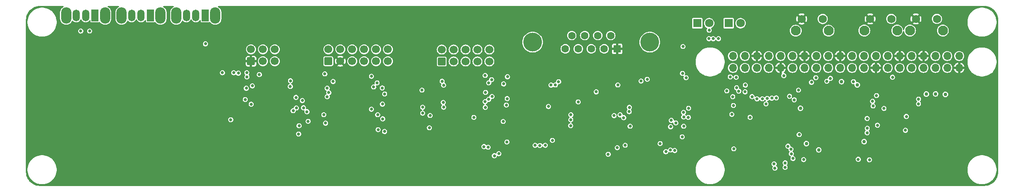
<source format=gbr>
%TF.GenerationSoftware,KiCad,Pcbnew,8.0.6*%
%TF.CreationDate,2024-10-21T11:50:30+02:00*%
%TF.ProjectId,rgb-to-hdmi,7267622d-746f-42d6-9864-6d692e6b6963,rev?*%
%TF.SameCoordinates,Original*%
%TF.FileFunction,Copper,L3,Inr*%
%TF.FilePolarity,Positive*%
%FSLAX46Y46*%
G04 Gerber Fmt 4.6, Leading zero omitted, Abs format (unit mm)*
G04 Created by KiCad (PCBNEW 8.0.6) date 2024-10-21 11:50:30*
%MOMM*%
%LPD*%
G01*
G04 APERTURE LIST*
G04 Aperture macros list*
%AMRoundRect*
0 Rectangle with rounded corners*
0 $1 Rounding radius*
0 $2 $3 $4 $5 $6 $7 $8 $9 X,Y pos of 4 corners*
0 Add a 4 corners polygon primitive as box body*
4,1,4,$2,$3,$4,$5,$6,$7,$8,$9,$2,$3,0*
0 Add four circle primitives for the rounded corners*
1,1,$1+$1,$2,$3*
1,1,$1+$1,$4,$5*
1,1,$1+$1,$6,$7*
1,1,$1+$1,$8,$9*
0 Add four rect primitives between the rounded corners*
20,1,$1+$1,$2,$3,$4,$5,0*
20,1,$1+$1,$4,$5,$6,$7,0*
20,1,$1+$1,$6,$7,$8,$9,0*
20,1,$1+$1,$8,$9,$2,$3,0*%
G04 Aperture macros list end*
%TA.AperFunction,ComponentPad*%
%ADD10C,2.100000*%
%TD*%
%TA.AperFunction,ComponentPad*%
%ADD11C,1.750000*%
%TD*%
%TA.AperFunction,ComponentPad*%
%ADD12RoundRect,0.250000X0.600000X-0.600000X0.600000X0.600000X-0.600000X0.600000X-0.600000X-0.600000X0*%
%TD*%
%TA.AperFunction,ComponentPad*%
%ADD13C,1.700000*%
%TD*%
%TA.AperFunction,ComponentPad*%
%ADD14R,1.800000X1.800000*%
%TD*%
%TA.AperFunction,ComponentPad*%
%ADD15C,1.800000*%
%TD*%
%TA.AperFunction,ComponentPad*%
%ADD16O,2.200000X3.500000*%
%TD*%
%TA.AperFunction,ComponentPad*%
%ADD17R,1.500000X2.500000*%
%TD*%
%TA.AperFunction,ComponentPad*%
%ADD18O,1.500000X2.500000*%
%TD*%
%TA.AperFunction,ComponentPad*%
%ADD19C,4.000000*%
%TD*%
%TA.AperFunction,ComponentPad*%
%ADD20R,1.600000X1.600000*%
%TD*%
%TA.AperFunction,ComponentPad*%
%ADD21C,1.600000*%
%TD*%
%TA.AperFunction,ComponentPad*%
%ADD22O,1.700000X1.700000*%
%TD*%
%TA.AperFunction,ViaPad*%
%ADD23C,0.762000*%
%TD*%
%TA.AperFunction,ViaPad*%
%ADD24C,0.660400*%
%TD*%
G04 APERTURE END LIST*
D10*
%TO.N,*%
%TO.C,SW1*%
X144587600Y-34182500D03*
X151597600Y-34182500D03*
D11*
%TO.N,GND*%
X145837600Y-31692500D03*
%TO.N,/GPIO16*%
X150337600Y-31692500D03*
%TD*%
D10*
%TO.N,*%
%TO.C,SW2*%
X159218000Y-34165200D03*
X166228000Y-34165200D03*
D11*
%TO.N,GND*%
X160468000Y-31675200D03*
%TO.N,/GPIO26*%
X164968000Y-31675200D03*
%TD*%
D10*
%TO.N,*%
%TO.C,SW3*%
X168960600Y-34165200D03*
X175970600Y-34165200D03*
D11*
%TO.N,GND*%
X170210600Y-31675200D03*
%TO.N,/GPIO19*%
X174710600Y-31675200D03*
%TD*%
D12*
%TO.N,/R1*%
%TO.C,P2*%
X44887000Y-40717600D03*
D13*
%TO.N,/B1*%
X44887000Y-38177600D03*
%TO.N,GND*%
X47427000Y-40717600D03*
%TO.N,/G2*%
X47427000Y-38177600D03*
%TO.N,/R2*%
X49967000Y-40717600D03*
%TO.N,/B2*%
X49967000Y-38177600D03*
%TO.N,/R3*%
X52507000Y-40717600D03*
%TO.N,/SYNC*%
X52507000Y-38177600D03*
%TO.N,/G3*%
X55047000Y-40717600D03*
%TO.N,/VSYNC*%
X55047000Y-38177600D03*
%TO.N,/B3*%
X57587000Y-40717600D03*
%TO.N,/VCC*%
X57587000Y-38177600D03*
%TD*%
D12*
%TO.N,unconnected-(P5-Pin_1-Pad1)*%
%TO.C,P5*%
X69067800Y-40768400D03*
D13*
%TO.N,/G1*%
X69067800Y-38228400D03*
%TO.N,/GPIO22_analog*%
X71607800Y-40768400D03*
%TO.N,/R0*%
X71607800Y-38228400D03*
%TO.N,/GPIO1_sp_clken*%
X74147800Y-40768400D03*
%TO.N,/G0*%
X74147800Y-38228400D03*
%TO.N,/GPIO0_sp_data*%
X76687800Y-40768400D03*
%TO.N,/B0*%
X76687800Y-38228400D03*
%TO.N,/GPIO24_mux*%
X79227800Y-40768400D03*
%TO.N,/GPIO25_mode7*%
X79227800Y-38228400D03*
%TD*%
D14*
%TO.N,Net-(D1-K)*%
%TO.C,D1*%
X130272000Y-32599040D03*
D15*
%TO.N,/GPIO27_genlock*%
X132812000Y-32599040D03*
%TD*%
D14*
%TO.N,Net-(D2-K)*%
%TO.C,D2*%
X123576200Y-32599040D03*
D15*
%TO.N,/GPIO25_mode7*%
X126116200Y-32599040D03*
%TD*%
D16*
%TO.N,*%
%TO.C,SW5*%
X9073000Y-30964000D03*
X773000Y-30964000D03*
D17*
%TO.N,Net-(SW5-A)*%
X6923000Y-30964000D03*
D18*
%TO.N,/R1_A*%
X4923000Y-30964000D03*
%TO.N,Net-(SW5-C)*%
X2923000Y-30964000D03*
%TD*%
D16*
%TO.N,*%
%TO.C,SW6*%
X-2738000Y-30964000D03*
X-11038000Y-30964000D03*
D17*
%TO.N,Net-(SW6-A)*%
X-4888000Y-30964000D03*
D18*
%TO.N,/B1_A*%
X-6888000Y-30964000D03*
%TO.N,Net-(SW6-C)*%
X-8888000Y-30964000D03*
%TD*%
D12*
%TO.N,GND*%
%TO.C,J1*%
X28377000Y-40717600D03*
D13*
%TO.N,/ASYNC*%
X28377000Y-38177600D03*
%TO.N,/ABLUE*%
X30917000Y-40717600D03*
%TO.N,/AGREEN*%
X30917000Y-38177600D03*
%TO.N,/ARED*%
X33457000Y-40717600D03*
%TO.N,/VCC_IN*%
X33457000Y-38177600D03*
%TD*%
D16*
%TO.N,*%
%TO.C,SW4*%
X20757000Y-30964000D03*
X12457000Y-30964000D03*
D17*
%TO.N,Net-(SW4-A)*%
X18607000Y-30964000D03*
D18*
%TO.N,/DETECT*%
X16607000Y-30964000D03*
%TO.N,Net-(SW4-C)*%
X14607000Y-30964000D03*
%TD*%
D19*
%TO.N,N/C*%
%TO.C,J2*%
X113459600Y-36649040D03*
X88459600Y-36649040D03*
D20*
%TO.N,GND*%
X106499600Y-38069040D03*
D21*
%TO.N,/R2*%
X103729600Y-38069040D03*
%TO.N,/R1*%
X100959600Y-38069040D03*
%TO.N,/G1*%
X98189600Y-38069040D03*
%TO.N,/B1*%
X95419600Y-38069040D03*
%TO.N,/G2*%
X105114600Y-35229040D03*
%TO.N,/B2*%
X102344600Y-35229040D03*
%TO.N,/SYNC*%
X99574600Y-35229040D03*
%TO.N,/VSYNC*%
X96804600Y-35229040D03*
%TD*%
D22*
%TO.N,/3V3*%
%TO.C,P1*%
X131191000Y-42140000D03*
%TO.N,/VCC*%
X131191000Y-39600000D03*
%TO.N,/GPIO2_Q00*%
X133731000Y-42140000D03*
%TO.N,/VCC*%
X133731000Y-39600000D03*
%TO.N,/GPIO3_Q01*%
X136271000Y-42140000D03*
%TO.N,GND*%
X136271000Y-39600000D03*
%TO.N,/GPIO4_Q02*%
X138811000Y-42140000D03*
%TO.N,/TxD*%
X138811000Y-39600000D03*
%TO.N,GND*%
X141351000Y-42140000D03*
%TO.N,/RxD*%
X141351000Y-39600000D03*
%TO.N,/GPIO17_psync*%
X143891000Y-42140000D03*
%TO.N,/GPIO18_Version*%
X143891000Y-39600000D03*
%TO.N,/GPIO27_genlock*%
X146431000Y-42140000D03*
%TO.N,GND*%
X146431000Y-39600000D03*
%TO.N,/GPIO22_analog*%
X148971000Y-42140000D03*
%TO.N,/GPIO23_csync*%
X148971000Y-39600000D03*
%TO.N,/3V3*%
X151511000Y-42140000D03*
%TO.N,/GPIO24_mux*%
X151511000Y-39600000D03*
%TO.N,/GPIO10_Q08*%
X154051000Y-42140000D03*
%TO.N,GND*%
X154051000Y-39600000D03*
%TO.N,/GPIO9_Q07*%
X156591000Y-42140000D03*
%TO.N,/GPIO25_mode7*%
X156591000Y-39600000D03*
%TO.N,/GPIO11_Q09*%
X159131000Y-42140000D03*
%TO.N,/GPIO8_Q06*%
X159131000Y-39600000D03*
%TO.N,GND*%
X161671000Y-42140000D03*
%TO.N,/GPIO7_Q05*%
X161671000Y-39600000D03*
%TO.N,/GPIO0_sp_data*%
X164211000Y-42140000D03*
%TO.N,/GPIO1_sp_clken*%
X164211000Y-39600000D03*
%TO.N,/GPIO5_Q03*%
X166751000Y-42140000D03*
%TO.N,GND*%
X166751000Y-39600000D03*
%TO.N,/GPIO6_Q04*%
X169291000Y-42140000D03*
%TO.N,/GPIO12_Q10*%
X169291000Y-39600000D03*
%TO.N,/GPIO13_Q11*%
X171831000Y-42140000D03*
%TO.N,GND*%
X171831000Y-39600000D03*
%TO.N,/GPIO19*%
X174371000Y-42140000D03*
%TO.N,/GPIO16*%
X174371000Y-39600000D03*
%TO.N,/GPIO26*%
X176911000Y-42140000D03*
%TO.N,/GPIO20_sp_clk*%
X176911000Y-39600000D03*
%TO.N,GND*%
X179451000Y-42140000D03*
%TO.N,/GPIO21_clk*%
X179451000Y-39600000D03*
%TD*%
D23*
%TO.N,/3V3*%
X157713800Y-45746800D03*
X145572598Y-50748000D03*
X172445796Y-47728000D03*
X159187000Y-57888000D03*
X174427000Y-47677196D03*
X176509800Y-47778800D03*
X154361000Y-45061000D03*
X146842600Y-58294400D03*
X149484200Y-59619873D03*
D24*
%TO.N,/VCC*%
X109250600Y-54586000D03*
X18666000Y-37001000D03*
X120680598Y-54586000D03*
X54067905Y-50955588D03*
X75925802Y-52706400D03*
X83037800Y-48693200D03*
X120528200Y-37568000D03*
X126065400Y-35891600D03*
X128097400Y-35891600D03*
X56418600Y-49861600D03*
X44125000Y-43410000D03*
X83088600Y-44019600D03*
X126979800Y-35891600D03*
X96576000Y-54459000D03*
X44981484Y-47414106D03*
X54081804Y-43918000D03*
X37978200Y-48439200D03*
%TO.N,GND*%
X162184200Y-62714000D03*
X28529400Y-48591600D03*
X155529400Y-49099600D03*
X91521400Y-48693200D03*
X150754200Y-62714000D03*
X152837000Y-45188000D03*
X139121000Y-56313200D03*
X76281400Y-51233200D03*
X144074326Y-58168077D03*
X38017237Y-49313805D03*
X118750200Y-41378000D03*
X140492600Y-45848400D03*
X45903000Y-49760000D03*
X51287800Y-43918000D03*
X106228000Y-54586000D03*
X35641396Y-54535200D03*
X160355400Y-45746800D03*
X69575800Y-51741200D03*
X139171800Y-54382800D03*
X69511072Y-46740866D03*
X149687400Y-55703600D03*
X152938600Y-62663198D03*
X160660200Y-53620800D03*
X42702600Y-45166600D03*
X164165400Y-57786400D03*
X146158312Y-62786689D03*
X155224606Y-62714000D03*
X157489200Y-62612400D03*
X54434220Y-48193350D03*
X45902998Y-46407200D03*
X105288200Y-50725200D03*
X43040241Y-53734845D03*
X139121000Y-52300000D03*
X34625400Y-42952800D03*
X14534000Y-36868500D03*
X155478600Y-55856000D03*
X80472400Y-51233200D03*
X65054600Y-49252000D03*
X145471000Y-49788000D03*
X148417400Y-62713998D03*
X94671000Y-51792000D03*
X159622800Y-62714000D03*
X69652296Y-48668687D03*
X52964200Y-52808000D03*
X122509400Y-55906800D03*
X80396198Y-44019600D03*
X130323772Y-50705000D03*
X132812002Y-35536000D03*
X118547000Y-34012000D03*
X150144600Y-49201200D03*
X39155115Y-47011357D03*
X33838000Y-56237000D03*
X117937400Y-50674400D03*
X49103400Y-52118200D03*
%TO.N,/SYNC*%
X112908200Y-44578400D03*
X140434326Y-48533326D03*
X143241492Y-48194892D03*
X109102475Y-50557064D03*
%TO.N,/VSYNC*%
X107887738Y-52757202D03*
X111587400Y-44934000D03*
X133765600Y-47240232D03*
X157917000Y-61647200D03*
%TO.N,/SPCLK*%
X168178600Y-52503200D03*
X167975400Y-55449600D03*
%TO.N,/R1*%
X139969633Y-62625325D03*
X96620317Y-52143274D03*
X106631500Y-45775100D03*
X131971408Y-46358882D03*
%TO.N,/B1*%
X132432281Y-47090727D03*
X98176200Y-49404400D03*
X102007300Y-47241400D03*
X142313782Y-63364806D03*
%TO.N,/G2*%
X121727378Y-50752230D03*
X131874354Y-44153257D03*
X121188600Y-44222800D03*
X146283800Y-61698000D03*
%TO.N,/R2*%
X143990143Y-61463965D03*
X133833831Y-45800401D03*
X134853798Y-52686792D03*
%TO.N,/B2*%
X130616083Y-44061576D03*
X120426600Y-43308400D03*
X121674333Y-52686444D03*
X142316379Y-62403191D03*
%TO.N,/R3*%
X115651400Y-58294400D03*
X117882922Y-54691278D03*
%TO.N,/B0*%
X136327000Y-48744000D03*
X151973400Y-44375200D03*
%TO.N,/G0*%
X160304600Y-61748800D03*
X131134668Y-48282090D03*
X131297800Y-50166400D03*
%TO.N,/R0*%
X147942682Y-45215305D03*
X137444604Y-48744000D03*
X135267507Y-48265400D03*
%TO.N,/G1*%
X140137002Y-63526799D03*
X129875400Y-47038200D03*
%TO.N,/GPIO25_mode7*%
X126116200Y-34084000D03*
%TO.N,/GPIO0_sp_data*%
X143642200Y-60478800D03*
X138510909Y-48641907D03*
X161092000Y-50268000D03*
X80294600Y-60885200D03*
X78332484Y-43736200D03*
X44630894Y-46480590D03*
X78415000Y-47363700D03*
%TO.N,/GPIO20_sp_clk*%
X161815194Y-48028800D03*
X163403403Y-50776003D03*
%TO.N,/GPIO1_sp_clken*%
X143572073Y-59495262D03*
X170769400Y-48794800D03*
X79703822Y-44650978D03*
X81241553Y-60440764D03*
X79790600Y-48223182D03*
X165232200Y-44121200D03*
X160965000Y-49252000D03*
%TO.N,/GPIO18_Version*%
X145318600Y-56364000D03*
X145179225Y-46877426D03*
%TO.N,/GPIO22_analog*%
X148874600Y-44218800D03*
X79093125Y-45326168D03*
X79075400Y-48845600D03*
%TO.N,/GPIO24_mux*%
X138243761Y-49822461D03*
X144265346Y-48967951D03*
X142042000Y-43791000D03*
%TO.N,/GPIO8_Q06*%
X156901008Y-45061000D03*
%TO.N,/GPIO5_Q03*%
X159822000Y-52935000D03*
%TO.N,/GPIO6_Q04*%
X159842517Y-55035713D03*
%TO.N,/GPIO12_Q10*%
X162031800Y-54382800D03*
%TO.N,/GPIO13_Q11*%
X159822000Y-55983000D03*
%TO.N,/AGREEN*%
X39584614Y-50645000D03*
X39327391Y-49102048D03*
%TO.N,/CLAMPLVL*%
X28661187Y-45966474D03*
X78364200Y-50572800D03*
X37369503Y-51285891D03*
X27383838Y-46484974D03*
X36759000Y-46102406D03*
X78087806Y-58933394D03*
X38537000Y-56237000D03*
X27157800Y-48896400D03*
X45895620Y-45043600D03*
%TO.N,/ASYNC*%
X65003800Y-50522000D03*
%TO.N,/ABLUE*%
X40315000Y-51487200D03*
X28427802Y-49887001D03*
X40561000Y-53537127D03*
X82981786Y-57953630D03*
X82856000Y-50064800D03*
%TO.N,/ARED*%
X88983348Y-58649041D03*
X38046686Y-50677405D03*
X91826200Y-50369600D03*
X38639981Y-54484400D03*
%TO.N,/SGREEN*%
X44634092Y-48281451D03*
X56889729Y-47706627D03*
%TO.N,/REFGYSYNC*%
X64851407Y-46877794D03*
X69394175Y-49492812D03*
%TO.N,/REFSYNC*%
X65003800Y-51792004D03*
X69474200Y-50522000D03*
%TO.N,/SPARE*%
X78955541Y-59073394D03*
X78309589Y-49337907D03*
%TO.N,/REFGYLO*%
X55271600Y-45341186D03*
X69152211Y-44977626D03*
%TO.N,/REFGYHI*%
X56371104Y-46415200D03*
X69468070Y-45831480D03*
%TO.N,/DETECT*%
X54539000Y-46204000D03*
X91165800Y-58650000D03*
X151211400Y-44984800D03*
X22281000Y-43156000D03*
X24693998Y-43156000D03*
X104577000Y-60555000D03*
X130959880Y-52045986D03*
X96598828Y-53211822D03*
X131374000Y-59412000D03*
X139476597Y-48591606D03*
X24059000Y-53189000D03*
X105821600Y-52325400D03*
%TO.N,/B3_A*%
X82174200Y-53570000D03*
X82275800Y-45543600D03*
%TO.N,/B2_A*%
X120680600Y-52604800D03*
X120375800Y-56850600D03*
%TO.N,/SYNC_A*%
X108193439Y-58645101D03*
X109047400Y-51465800D03*
%TO.N,/G2_A*%
X118754379Y-59777347D03*
X56469400Y-53011200D03*
X120645280Y-51625108D03*
X56875800Y-55703600D03*
%TO.N,/VSYNC_A*%
X107117000Y-52147600D03*
X106519992Y-59155645D03*
X66426200Y-54912200D03*
X66578600Y-52300000D03*
%TO.N,/TERM*%
X142929234Y-58852422D03*
X43921800Y-52118200D03*
X170766486Y-49806800D03*
X44277400Y-53925600D03*
%TO.N,/R3_A*%
X93997657Y-45086400D03*
X92674120Y-57607799D03*
X119007152Y-53887085D03*
X117851653Y-59659369D03*
%TO.N,/G0_A*%
X55504198Y-55318600D03*
X116870600Y-60017600D03*
X55399499Y-52118200D03*
X118039000Y-53336800D03*
%TO.N,/B1_A*%
X89997400Y-58700800D03*
X93315857Y-45767706D03*
%TO.N,/R1_A*%
X27490016Y-43163025D03*
X92385000Y-45797600D03*
%TO.N,Net-(SW5-C)*%
X36809800Y-44883200D03*
X27513400Y-44070400D03*
%TO.N,Net-(SW5-A)*%
X25684600Y-43257600D03*
X30155002Y-43562400D03*
%TO.N,Net-(SW6-C)*%
X-6040004Y-34266000D03*
X-7945000Y-34266000D03*
%TD*%
%TA.AperFunction,Conductor*%
%TO.N,GND*%
G36*
X-11622323Y-28939225D02*
G01*
X-11576568Y-28992029D01*
X-11566624Y-29061187D01*
X-11595649Y-29124743D01*
X-11633067Y-29154025D01*
X-11721289Y-29198976D01*
X-11887305Y-29319595D01*
X-12032405Y-29464695D01*
X-12153024Y-29630711D01*
X-12246187Y-29813552D01*
X-12246188Y-29813555D01*
X-12309598Y-30008711D01*
X-12309598Y-30008714D01*
X-12341700Y-30211397D01*
X-12341700Y-31716603D01*
X-12337648Y-31742184D01*
X-12309598Y-31919285D01*
X-12309598Y-31919288D01*
X-12246188Y-32114444D01*
X-12246187Y-32114447D01*
X-12179417Y-32245489D01*
X-12153024Y-32297288D01*
X-12032406Y-32463303D01*
X-11887303Y-32608406D01*
X-11721288Y-32729024D01*
X-11710609Y-32734465D01*
X-11538448Y-32822186D01*
X-11538445Y-32822187D01*
X-11398984Y-32867500D01*
X-11343284Y-32885598D01*
X-11140603Y-32917700D01*
X-11140602Y-32917700D01*
X-10935398Y-32917700D01*
X-10935397Y-32917700D01*
X-10732716Y-32885598D01*
X-10732713Y-32885597D01*
X-10732712Y-32885597D01*
X-10537556Y-32822187D01*
X-10537553Y-32822186D01*
X-10499333Y-32802712D01*
X-10354712Y-32729024D01*
X-10188697Y-32608406D01*
X-10043594Y-32463303D01*
X-9922976Y-32297288D01*
X-9829814Y-32114447D01*
X-9829811Y-32114435D01*
X-9829514Y-32113720D01*
X-9829322Y-32113481D01*
X-9827602Y-32110106D01*
X-9826894Y-32110467D01*
X-9785681Y-32059310D01*
X-9719390Y-32037235D01*
X-9651688Y-32054503D01*
X-9627264Y-32073474D01*
X-9495952Y-32204786D01*
X-9339744Y-32309160D01*
X-9189076Y-32371568D01*
X-9166184Y-32381050D01*
X-9041349Y-32405881D01*
X-8981936Y-32417699D01*
X-8981932Y-32417700D01*
X-8981931Y-32417700D01*
X-8794068Y-32417700D01*
X-8794067Y-32417699D01*
X-8609816Y-32381050D01*
X-8470368Y-32323289D01*
X-8436257Y-32309160D01*
X-8436256Y-32309159D01*
X-8436253Y-32309158D01*
X-8280051Y-32204788D01*
X-8147212Y-32071949D01*
X-8042842Y-31915747D01*
X-8002561Y-31818500D01*
X-7958721Y-31764096D01*
X-7892427Y-31742031D01*
X-7824727Y-31759310D01*
X-7777116Y-31810447D01*
X-7773439Y-31818500D01*
X-7739231Y-31901087D01*
X-7733158Y-31915747D01*
X-7722805Y-31931241D01*
X-7628787Y-32071951D01*
X-7495952Y-32204786D01*
X-7339744Y-32309160D01*
X-7189076Y-32371568D01*
X-7166184Y-32381050D01*
X-7041349Y-32405881D01*
X-6981936Y-32417699D01*
X-6981932Y-32417700D01*
X-6981931Y-32417700D01*
X-6794068Y-32417700D01*
X-6794067Y-32417699D01*
X-6609816Y-32381050D01*
X-6470368Y-32323289D01*
X-6436257Y-32309160D01*
X-6436256Y-32309159D01*
X-6436253Y-32309158D01*
X-6280051Y-32204788D01*
X-6147212Y-32071949D01*
X-6068802Y-31954599D01*
X-6015191Y-31909794D01*
X-5945866Y-31901087D01*
X-5882838Y-31931241D01*
X-5846118Y-31990684D01*
X-5841700Y-32023490D01*
X-5841700Y-32234064D01*
X-5841700Y-32234066D01*
X-5841701Y-32234066D01*
X-5829883Y-32293476D01*
X-5829882Y-32293479D01*
X-5819404Y-32309160D01*
X-5784860Y-32360860D01*
X-5718755Y-32405029D01*
X-5717480Y-32405881D01*
X-5717477Y-32405882D01*
X-5658067Y-32417700D01*
X-5658064Y-32417700D01*
X-4117934Y-32417700D01*
X-4058524Y-32405882D01*
X-4058523Y-32405881D01*
X-4058520Y-32405881D01*
X-3991140Y-32360860D01*
X-3991136Y-32360853D01*
X-3987058Y-32356776D01*
X-3925736Y-32323289D01*
X-3856044Y-32328271D01*
X-3800109Y-32370140D01*
X-3799117Y-32371485D01*
X-3732406Y-32463303D01*
X-3587303Y-32608406D01*
X-3421288Y-32729024D01*
X-3410609Y-32734465D01*
X-3238448Y-32822186D01*
X-3238445Y-32822187D01*
X-3098984Y-32867500D01*
X-3043284Y-32885598D01*
X-2840603Y-32917700D01*
X-2840602Y-32917700D01*
X-2635398Y-32917700D01*
X-2635397Y-32917700D01*
X-2432716Y-32885598D01*
X-2432713Y-32885597D01*
X-2432712Y-32885597D01*
X-2237556Y-32822187D01*
X-2237553Y-32822186D01*
X-2199333Y-32802712D01*
X-2054712Y-32729024D01*
X-1888697Y-32608406D01*
X-1743594Y-32463303D01*
X-1622976Y-32297288D01*
X-1529814Y-32114447D01*
X-1528521Y-32110467D01*
X-1466403Y-31919288D01*
X-1466403Y-31919287D01*
X-1466402Y-31919284D01*
X-1434300Y-31716603D01*
X-1434300Y-30211397D01*
X-1466402Y-30008716D01*
X-1466403Y-30008712D01*
X-1466403Y-30008711D01*
X-1529813Y-29813555D01*
X-1529814Y-29813552D01*
X-1590763Y-29693933D01*
X-1622976Y-29630712D01*
X-1743594Y-29464697D01*
X-1888697Y-29319594D01*
X-2054712Y-29198976D01*
X-2142933Y-29154025D01*
X-2193729Y-29106050D01*
X-2210524Y-29038229D01*
X-2187986Y-28972094D01*
X-2133271Y-28928643D01*
X-2086638Y-28919540D01*
X121638Y-28919540D01*
X188677Y-28939225D01*
X234432Y-28992029D01*
X244376Y-29061187D01*
X215351Y-29124743D01*
X177933Y-29154025D01*
X89711Y-29198976D01*
X-76305Y-29319595D01*
X-221405Y-29464695D01*
X-342024Y-29630711D01*
X-435187Y-29813552D01*
X-435188Y-29813555D01*
X-498598Y-30008711D01*
X-498598Y-30008714D01*
X-530700Y-30211397D01*
X-530700Y-31716603D01*
X-526648Y-31742184D01*
X-498598Y-31919285D01*
X-498598Y-31919288D01*
X-435188Y-32114444D01*
X-435187Y-32114447D01*
X-368417Y-32245489D01*
X-342024Y-32297288D01*
X-221406Y-32463303D01*
X-76303Y-32608406D01*
X89712Y-32729024D01*
X100391Y-32734465D01*
X272552Y-32822186D01*
X272555Y-32822187D01*
X412016Y-32867500D01*
X467716Y-32885598D01*
X670397Y-32917700D01*
X670398Y-32917700D01*
X875602Y-32917700D01*
X875603Y-32917700D01*
X1078284Y-32885598D01*
X1078287Y-32885597D01*
X1078288Y-32885597D01*
X1273444Y-32822187D01*
X1273447Y-32822186D01*
X1311667Y-32802712D01*
X1456288Y-32729024D01*
X1622303Y-32608406D01*
X1767406Y-32463303D01*
X1888024Y-32297288D01*
X1981186Y-32114447D01*
X1981189Y-32114435D01*
X1981486Y-32113720D01*
X1981678Y-32113481D01*
X1983398Y-32110106D01*
X1984106Y-32110467D01*
X2025319Y-32059310D01*
X2091610Y-32037235D01*
X2159312Y-32054503D01*
X2183736Y-32073474D01*
X2315048Y-32204786D01*
X2471256Y-32309160D01*
X2621924Y-32371568D01*
X2644816Y-32381050D01*
X2769651Y-32405881D01*
X2829064Y-32417699D01*
X2829068Y-32417700D01*
X2829069Y-32417700D01*
X3016932Y-32417700D01*
X3016933Y-32417699D01*
X3201184Y-32381050D01*
X3340632Y-32323289D01*
X3374743Y-32309160D01*
X3374744Y-32309159D01*
X3374747Y-32309158D01*
X3530949Y-32204788D01*
X3663788Y-32071949D01*
X3768158Y-31915747D01*
X3808439Y-31818500D01*
X3852279Y-31764096D01*
X3918573Y-31742031D01*
X3986273Y-31759310D01*
X4033884Y-31810447D01*
X4037561Y-31818500D01*
X4071769Y-31901087D01*
X4077842Y-31915747D01*
X4088195Y-31931241D01*
X4182213Y-32071951D01*
X4315048Y-32204786D01*
X4471256Y-32309160D01*
X4621924Y-32371568D01*
X4644816Y-32381050D01*
X4769651Y-32405881D01*
X4829064Y-32417699D01*
X4829068Y-32417700D01*
X4829069Y-32417700D01*
X5016932Y-32417700D01*
X5016933Y-32417699D01*
X5201184Y-32381050D01*
X5340632Y-32323289D01*
X5374743Y-32309160D01*
X5374744Y-32309159D01*
X5374747Y-32309158D01*
X5530949Y-32204788D01*
X5663788Y-32071949D01*
X5742198Y-31954599D01*
X5795809Y-31909794D01*
X5865134Y-31901087D01*
X5928162Y-31931241D01*
X5964882Y-31990684D01*
X5969300Y-32023490D01*
X5969300Y-32234064D01*
X5969300Y-32234066D01*
X5969299Y-32234066D01*
X5981117Y-32293476D01*
X5981118Y-32293479D01*
X5991596Y-32309160D01*
X6026140Y-32360860D01*
X6092245Y-32405029D01*
X6093520Y-32405881D01*
X6093523Y-32405882D01*
X6152933Y-32417700D01*
X6152936Y-32417700D01*
X7693066Y-32417700D01*
X7752476Y-32405882D01*
X7752477Y-32405881D01*
X7752480Y-32405881D01*
X7819860Y-32360860D01*
X7819864Y-32360853D01*
X7823942Y-32356776D01*
X7885264Y-32323289D01*
X7954956Y-32328271D01*
X8010891Y-32370140D01*
X8011883Y-32371485D01*
X8078594Y-32463303D01*
X8223697Y-32608406D01*
X8389712Y-32729024D01*
X8400391Y-32734465D01*
X8572552Y-32822186D01*
X8572555Y-32822187D01*
X8712016Y-32867500D01*
X8767716Y-32885598D01*
X8970397Y-32917700D01*
X8970398Y-32917700D01*
X9175602Y-32917700D01*
X9175603Y-32917700D01*
X9378284Y-32885598D01*
X9378287Y-32885597D01*
X9378288Y-32885597D01*
X9573444Y-32822187D01*
X9573447Y-32822186D01*
X9611667Y-32802712D01*
X9756288Y-32729024D01*
X9922303Y-32608406D01*
X10067406Y-32463303D01*
X10188024Y-32297288D01*
X10281186Y-32114447D01*
X10282479Y-32110467D01*
X10344597Y-31919288D01*
X10344597Y-31919287D01*
X10344598Y-31919284D01*
X10376700Y-31716603D01*
X10376700Y-30211397D01*
X10344598Y-30008716D01*
X10344597Y-30008712D01*
X10344597Y-30008711D01*
X10281187Y-29813555D01*
X10281186Y-29813552D01*
X10220237Y-29693933D01*
X10188024Y-29630712D01*
X10067406Y-29464697D01*
X9922303Y-29319594D01*
X9756288Y-29198976D01*
X9668067Y-29154025D01*
X9617271Y-29106050D01*
X9600476Y-29038229D01*
X9623014Y-28972094D01*
X9677729Y-28928643D01*
X9724362Y-28919540D01*
X11805638Y-28919540D01*
X11872677Y-28939225D01*
X11918432Y-28992029D01*
X11928376Y-29061187D01*
X11899351Y-29124743D01*
X11861933Y-29154025D01*
X11773711Y-29198976D01*
X11607695Y-29319595D01*
X11462595Y-29464695D01*
X11341976Y-29630711D01*
X11248813Y-29813552D01*
X11248812Y-29813555D01*
X11185402Y-30008711D01*
X11185402Y-30008714D01*
X11153300Y-30211397D01*
X11153300Y-31716603D01*
X11157352Y-31742184D01*
X11185402Y-31919285D01*
X11185402Y-31919288D01*
X11248812Y-32114444D01*
X11248813Y-32114447D01*
X11315583Y-32245489D01*
X11341976Y-32297288D01*
X11462594Y-32463303D01*
X11607697Y-32608406D01*
X11773712Y-32729024D01*
X11784391Y-32734465D01*
X11956552Y-32822186D01*
X11956555Y-32822187D01*
X12096016Y-32867500D01*
X12151716Y-32885598D01*
X12354397Y-32917700D01*
X12354398Y-32917700D01*
X12559602Y-32917700D01*
X12559603Y-32917700D01*
X12762284Y-32885598D01*
X12762287Y-32885597D01*
X12762288Y-32885597D01*
X12957444Y-32822187D01*
X12957447Y-32822186D01*
X12995667Y-32802712D01*
X13140288Y-32729024D01*
X13306303Y-32608406D01*
X13451406Y-32463303D01*
X13572024Y-32297288D01*
X13665186Y-32114447D01*
X13665189Y-32114435D01*
X13665486Y-32113720D01*
X13665678Y-32113481D01*
X13667398Y-32110106D01*
X13668106Y-32110467D01*
X13709319Y-32059310D01*
X13775610Y-32037235D01*
X13843312Y-32054503D01*
X13867736Y-32073474D01*
X13999048Y-32204786D01*
X14155256Y-32309160D01*
X14305924Y-32371568D01*
X14328816Y-32381050D01*
X14453651Y-32405881D01*
X14513064Y-32417699D01*
X14513068Y-32417700D01*
X14513069Y-32417700D01*
X14700932Y-32417700D01*
X14700933Y-32417699D01*
X14885184Y-32381050D01*
X15024632Y-32323289D01*
X15058743Y-32309160D01*
X15058744Y-32309159D01*
X15058747Y-32309158D01*
X15214949Y-32204788D01*
X15347788Y-32071949D01*
X15452158Y-31915747D01*
X15492439Y-31818500D01*
X15536279Y-31764096D01*
X15602573Y-31742031D01*
X15670273Y-31759310D01*
X15717884Y-31810447D01*
X15721561Y-31818500D01*
X15755769Y-31901087D01*
X15761842Y-31915747D01*
X15772195Y-31931241D01*
X15866213Y-32071951D01*
X15999048Y-32204786D01*
X16155256Y-32309160D01*
X16305924Y-32371568D01*
X16328816Y-32381050D01*
X16453651Y-32405881D01*
X16513064Y-32417699D01*
X16513068Y-32417700D01*
X16513069Y-32417700D01*
X16700932Y-32417700D01*
X16700933Y-32417699D01*
X16885184Y-32381050D01*
X17024632Y-32323289D01*
X17058743Y-32309160D01*
X17058744Y-32309159D01*
X17058747Y-32309158D01*
X17214949Y-32204788D01*
X17347788Y-32071949D01*
X17426198Y-31954599D01*
X17479809Y-31909794D01*
X17549134Y-31901087D01*
X17612162Y-31931241D01*
X17648882Y-31990684D01*
X17653300Y-32023490D01*
X17653300Y-32234064D01*
X17653300Y-32234066D01*
X17653299Y-32234066D01*
X17665117Y-32293476D01*
X17665118Y-32293479D01*
X17675596Y-32309160D01*
X17710140Y-32360860D01*
X17776245Y-32405029D01*
X17777520Y-32405881D01*
X17777523Y-32405882D01*
X17836933Y-32417700D01*
X17836936Y-32417700D01*
X19377066Y-32417700D01*
X19436476Y-32405882D01*
X19436477Y-32405881D01*
X19436480Y-32405881D01*
X19503860Y-32360860D01*
X19503864Y-32360853D01*
X19507942Y-32356776D01*
X19569264Y-32323289D01*
X19638956Y-32328271D01*
X19694891Y-32370140D01*
X19695883Y-32371485D01*
X19762594Y-32463303D01*
X19907697Y-32608406D01*
X20073712Y-32729024D01*
X20084391Y-32734465D01*
X20256552Y-32822186D01*
X20256555Y-32822187D01*
X20396016Y-32867500D01*
X20451716Y-32885598D01*
X20654397Y-32917700D01*
X20654398Y-32917700D01*
X20859602Y-32917700D01*
X20859603Y-32917700D01*
X21062284Y-32885598D01*
X21062287Y-32885597D01*
X21062288Y-32885597D01*
X21257444Y-32822187D01*
X21257447Y-32822186D01*
X21295667Y-32802712D01*
X21440288Y-32729024D01*
X21606303Y-32608406D01*
X21751406Y-32463303D01*
X21872024Y-32297288D01*
X21965186Y-32114447D01*
X21966479Y-32110467D01*
X22028597Y-31919288D01*
X22028597Y-31919287D01*
X22028598Y-31919284D01*
X22060700Y-31716603D01*
X22060700Y-30211397D01*
X22028598Y-30008716D01*
X22028597Y-30008712D01*
X22028597Y-30008711D01*
X21965187Y-29813555D01*
X21965186Y-29813552D01*
X21904237Y-29693933D01*
X21872024Y-29630712D01*
X21751406Y-29464697D01*
X21606303Y-29319594D01*
X21440288Y-29198976D01*
X21352067Y-29154025D01*
X21301271Y-29106050D01*
X21284476Y-29038229D01*
X21307014Y-28972094D01*
X21361729Y-28928643D01*
X21408362Y-28919540D01*
X184802592Y-28919540D01*
X184815519Y-28919540D01*
X184822472Y-28919735D01*
X185142297Y-28937696D01*
X185156094Y-28939250D01*
X185468457Y-28992323D01*
X185482014Y-28995417D01*
X185786469Y-29083129D01*
X185799593Y-29087722D01*
X186092304Y-29208966D01*
X186104826Y-29214995D01*
X186382139Y-29368261D01*
X186393900Y-29375651D01*
X186652314Y-29559006D01*
X186663174Y-29567667D01*
X186899418Y-29778789D01*
X186909250Y-29788621D01*
X187120372Y-30024865D01*
X187129035Y-30035727D01*
X187312385Y-30294134D01*
X187319778Y-30305900D01*
X187473040Y-30583206D01*
X187479073Y-30595735D01*
X187600317Y-30888446D01*
X187604910Y-30901570D01*
X187692622Y-31206025D01*
X187695716Y-31219582D01*
X187748787Y-31531934D01*
X187750344Y-31545752D01*
X187768305Y-31865567D01*
X187768500Y-31872520D01*
X187768500Y-64365559D01*
X187768305Y-64372512D01*
X187750344Y-64692327D01*
X187748787Y-64706145D01*
X187695716Y-65018497D01*
X187692622Y-65032054D01*
X187604910Y-65336509D01*
X187600317Y-65349633D01*
X187479073Y-65642344D01*
X187473040Y-65654873D01*
X187319778Y-65932179D01*
X187312380Y-65943953D01*
X187129043Y-66202342D01*
X187120372Y-66213214D01*
X186909250Y-66449458D01*
X186899418Y-66459290D01*
X186663174Y-66670412D01*
X186652302Y-66679083D01*
X186393913Y-66862420D01*
X186382139Y-66869818D01*
X186104833Y-67023080D01*
X186092304Y-67029113D01*
X185799593Y-67150357D01*
X185786469Y-67154950D01*
X185482014Y-67242662D01*
X185468457Y-67245756D01*
X185156105Y-67298827D01*
X185142287Y-67300384D01*
X184822472Y-67318345D01*
X184815519Y-67318540D01*
X-16677519Y-67318540D01*
X-16684472Y-67318345D01*
X-17004288Y-67300384D01*
X-17018106Y-67298827D01*
X-17330458Y-67245756D01*
X-17344015Y-67242662D01*
X-17648470Y-67154950D01*
X-17661594Y-67150357D01*
X-17954305Y-67029113D01*
X-17966834Y-67023080D01*
X-18244140Y-66869818D01*
X-18255906Y-66862425D01*
X-18514313Y-66679075D01*
X-18525175Y-66670412D01*
X-18761419Y-66459290D01*
X-18771251Y-66449458D01*
X-18982373Y-66213214D01*
X-18991034Y-66202354D01*
X-19174389Y-65943940D01*
X-19181779Y-65932179D01*
X-19279239Y-65755838D01*
X-19335045Y-65654866D01*
X-19341074Y-65642344D01*
X-19462318Y-65349633D01*
X-19466911Y-65336509D01*
X-19554623Y-65032054D01*
X-19557717Y-65018497D01*
X-19606950Y-64728732D01*
X-19610790Y-64706134D01*
X-19612344Y-64692337D01*
X-19630305Y-64372512D01*
X-19630500Y-64365559D01*
X-19630500Y-63694915D01*
X-19281500Y-63694915D01*
X-19281500Y-64043164D01*
X-19242511Y-64389198D01*
X-19242509Y-64389210D01*
X-19165018Y-64728724D01*
X-19165015Y-64728732D01*
X-19050001Y-65057422D01*
X-18898908Y-65371170D01*
X-18713629Y-65666039D01*
X-18713628Y-65666041D01*
X-18496513Y-65938296D01*
X-18250257Y-66184552D01*
X-17978002Y-66401667D01*
X-17977999Y-66401668D01*
X-17977997Y-66401670D01*
X-17683133Y-66586946D01*
X-17369379Y-66738042D01*
X-17122512Y-66824424D01*
X-17040693Y-66853054D01*
X-17040685Y-66853057D01*
X-17040682Y-66853057D01*
X-17040681Y-66853058D01*
X-16701171Y-66930549D01*
X-16355124Y-66969539D01*
X-16355123Y-66969540D01*
X-16355120Y-66969540D01*
X-16006877Y-66969540D01*
X-16006877Y-66969539D01*
X-15660829Y-66930549D01*
X-15321319Y-66853058D01*
X-14992621Y-66738042D01*
X-14678867Y-66586946D01*
X-14384003Y-66401670D01*
X-14245748Y-66291416D01*
X-14111744Y-66184552D01*
X-14111742Y-66184549D01*
X-14111737Y-66184546D01*
X-13865494Y-65938303D01*
X-13865466Y-65938269D01*
X-13648373Y-65666041D01*
X-13648372Y-65666039D01*
X-13648370Y-65666037D01*
X-13463094Y-65371173D01*
X-13311998Y-65057419D01*
X-13196982Y-64728721D01*
X-13119491Y-64389211D01*
X-13080500Y-64043160D01*
X-13080500Y-63694920D01*
X-13080501Y-63694915D01*
X123218500Y-63694915D01*
X123218500Y-64043164D01*
X123257489Y-64389198D01*
X123257491Y-64389210D01*
X123334982Y-64728724D01*
X123334985Y-64728732D01*
X123449999Y-65057422D01*
X123601092Y-65371170D01*
X123786371Y-65666039D01*
X123786372Y-65666041D01*
X124003487Y-65938296D01*
X124249743Y-66184552D01*
X124521998Y-66401667D01*
X124522001Y-66401668D01*
X124522003Y-66401670D01*
X124816867Y-66586946D01*
X125130621Y-66738042D01*
X125377488Y-66824424D01*
X125459307Y-66853054D01*
X125459315Y-66853057D01*
X125459318Y-66853057D01*
X125459319Y-66853058D01*
X125798829Y-66930549D01*
X126144876Y-66969539D01*
X126144877Y-66969540D01*
X126144880Y-66969540D01*
X126493123Y-66969540D01*
X126493123Y-66969539D01*
X126839171Y-66930549D01*
X127178681Y-66853058D01*
X127507379Y-66738042D01*
X127821133Y-66586946D01*
X128115997Y-66401670D01*
X128254252Y-66291416D01*
X128388256Y-66184552D01*
X128388258Y-66184549D01*
X128388263Y-66184546D01*
X128634506Y-65938303D01*
X128634534Y-65938269D01*
X128851627Y-65666041D01*
X128851628Y-65666039D01*
X128851630Y-65666037D01*
X129036906Y-65371173D01*
X129188002Y-65057419D01*
X129303018Y-64728721D01*
X129380509Y-64389211D01*
X129419500Y-64043160D01*
X129419500Y-63694920D01*
X129380509Y-63348869D01*
X129303018Y-63009359D01*
X129188002Y-62680661D01*
X129161353Y-62625323D01*
X139431126Y-62625323D01*
X139431126Y-62625326D01*
X139449474Y-62764699D01*
X139449476Y-62764704D01*
X139503270Y-62894577D01*
X139503272Y-62894580D01*
X139528101Y-62926937D01*
X139588851Y-63006107D01*
X139663392Y-63063305D01*
X139704593Y-63119731D01*
X139708748Y-63189478D01*
X139686281Y-63237164D01*
X139670638Y-63257550D01*
X139616845Y-63387419D01*
X139616843Y-63387424D01*
X139598495Y-63526797D01*
X139598495Y-63526800D01*
X139616843Y-63666173D01*
X139616845Y-63666178D01*
X139670639Y-63796051D01*
X139670641Y-63796054D01*
X139756219Y-63907580D01*
X139756220Y-63907581D01*
X139867746Y-63993159D01*
X139867749Y-63993161D01*
X139949646Y-64027083D01*
X139997626Y-64046957D01*
X140067314Y-64056131D01*
X140137001Y-64065306D01*
X140137002Y-64065306D01*
X140137003Y-64065306D01*
X140183460Y-64059189D01*
X140276378Y-64046957D01*
X140406256Y-63993160D01*
X140517784Y-63907581D01*
X140603363Y-63796053D01*
X140657160Y-63666175D01*
X140675509Y-63526799D01*
X140672531Y-63504182D01*
X140657160Y-63387424D01*
X140657158Y-63387419D01*
X140647791Y-63364806D01*
X140647790Y-63364804D01*
X141775275Y-63364804D01*
X141775275Y-63364807D01*
X141793623Y-63504180D01*
X141793625Y-63504185D01*
X141847419Y-63634058D01*
X141847421Y-63634061D01*
X141932999Y-63745587D01*
X141933000Y-63745588D01*
X142044526Y-63831166D01*
X142044529Y-63831168D01*
X142126426Y-63865090D01*
X142174406Y-63884964D01*
X142244094Y-63894138D01*
X142313781Y-63903313D01*
X142313782Y-63903313D01*
X142313783Y-63903313D01*
X142360240Y-63897196D01*
X142453158Y-63884964D01*
X142583036Y-63831167D01*
X142694564Y-63745588D01*
X142733447Y-63694915D01*
X181218500Y-63694915D01*
X181218500Y-64043164D01*
X181257489Y-64389198D01*
X181257491Y-64389210D01*
X181334982Y-64728724D01*
X181334985Y-64728732D01*
X181449999Y-65057422D01*
X181601092Y-65371170D01*
X181786371Y-65666039D01*
X181786372Y-65666041D01*
X182003487Y-65938296D01*
X182249743Y-66184552D01*
X182521998Y-66401667D01*
X182522001Y-66401668D01*
X182522003Y-66401670D01*
X182816867Y-66586946D01*
X183130621Y-66738042D01*
X183377488Y-66824424D01*
X183459307Y-66853054D01*
X183459315Y-66853057D01*
X183459318Y-66853057D01*
X183459319Y-66853058D01*
X183798829Y-66930549D01*
X184144876Y-66969539D01*
X184144877Y-66969540D01*
X184144880Y-66969540D01*
X184493123Y-66969540D01*
X184493123Y-66969539D01*
X184839171Y-66930549D01*
X185178681Y-66853058D01*
X185507379Y-66738042D01*
X185821133Y-66586946D01*
X186115997Y-66401670D01*
X186254252Y-66291416D01*
X186388256Y-66184552D01*
X186388258Y-66184549D01*
X186388263Y-66184546D01*
X186634506Y-65938303D01*
X186634534Y-65938269D01*
X186851627Y-65666041D01*
X186851628Y-65666039D01*
X186851630Y-65666037D01*
X187036906Y-65371173D01*
X187188002Y-65057419D01*
X187303018Y-64728721D01*
X187380509Y-64389211D01*
X187419500Y-64043160D01*
X187419500Y-63694920D01*
X187380509Y-63348869D01*
X187303018Y-63009359D01*
X187188002Y-62680661D01*
X187054379Y-62403191D01*
X187036907Y-62366909D01*
X186911520Y-62167358D01*
X186851630Y-62072043D01*
X186851628Y-62072040D01*
X186851627Y-62072038D01*
X186634512Y-61799783D01*
X186388256Y-61553527D01*
X186116001Y-61336412D01*
X186115999Y-61336411D01*
X185821130Y-61151132D01*
X185507382Y-61000039D01*
X185178692Y-60885025D01*
X185178684Y-60885022D01*
X184924048Y-60826903D01*
X184839171Y-60807531D01*
X184839167Y-60807530D01*
X184839158Y-60807529D01*
X184493124Y-60768540D01*
X184493120Y-60768540D01*
X184144880Y-60768540D01*
X184144875Y-60768540D01*
X183798841Y-60807529D01*
X183798829Y-60807531D01*
X183459315Y-60885022D01*
X183459307Y-60885025D01*
X183130617Y-61000039D01*
X182816869Y-61151132D01*
X182522000Y-61336411D01*
X182521998Y-61336412D01*
X182249743Y-61553527D01*
X182003487Y-61799783D01*
X181786372Y-62072038D01*
X181786371Y-62072040D01*
X181601092Y-62366909D01*
X181449999Y-62680657D01*
X181334985Y-63009347D01*
X181334982Y-63009355D01*
X181257491Y-63348869D01*
X181257489Y-63348881D01*
X181218500Y-63694915D01*
X142733447Y-63694915D01*
X142780143Y-63634060D01*
X142833940Y-63504182D01*
X142849311Y-63387424D01*
X142852289Y-63364807D01*
X142852289Y-63364804D01*
X142838169Y-63257550D01*
X142833940Y-63225430D01*
X142780143Y-63095553D01*
X142694564Y-62984024D01*
X142694563Y-62984023D01*
X142694561Y-62984020D01*
X142693708Y-62983366D01*
X142693170Y-62982630D01*
X142688814Y-62978273D01*
X142689493Y-62977593D01*
X142652508Y-62926937D01*
X142648356Y-62857191D01*
X142682571Y-62796272D01*
X142693711Y-62786620D01*
X142697161Y-62783973D01*
X142782740Y-62672445D01*
X142836537Y-62542567D01*
X142854886Y-62403191D01*
X142850109Y-62366909D01*
X142836537Y-62263816D01*
X142836535Y-62263811D01*
X142825225Y-62236507D01*
X142809638Y-62198876D01*
X142782742Y-62133942D01*
X142782741Y-62133941D01*
X142782740Y-62133938D01*
X142697161Y-62022409D01*
X142697159Y-62022408D01*
X142697159Y-62022407D01*
X142585633Y-61936830D01*
X142585631Y-61936828D01*
X142455758Y-61883034D01*
X142455753Y-61883032D01*
X142316380Y-61864684D01*
X142316378Y-61864684D01*
X142177004Y-61883032D01*
X142176999Y-61883034D01*
X142047130Y-61936827D01*
X142047129Y-61936828D01*
X142047126Y-61936829D01*
X142047126Y-61936830D01*
X141935597Y-62022409D01*
X141853361Y-62129582D01*
X141850016Y-62133941D01*
X141850015Y-62133942D01*
X141796222Y-62263811D01*
X141796220Y-62263816D01*
X141777872Y-62403189D01*
X141777872Y-62403192D01*
X141796220Y-62542565D01*
X141796222Y-62542570D01*
X141850016Y-62672443D01*
X141850018Y-62672446D01*
X141935596Y-62783972D01*
X141936451Y-62784628D01*
X141936989Y-62785365D01*
X141941344Y-62789720D01*
X141940664Y-62790399D01*
X141977652Y-62841057D01*
X141981805Y-62910803D01*
X141947592Y-62971723D01*
X141936452Y-62981375D01*
X141933000Y-62984023D01*
X141895885Y-63032393D01*
X141850389Y-63091686D01*
X141847419Y-63095556D01*
X141847418Y-63095557D01*
X141793625Y-63225426D01*
X141793623Y-63225431D01*
X141775275Y-63364804D01*
X140647790Y-63364804D01*
X140603363Y-63257546D01*
X140517784Y-63146017D01*
X140517782Y-63146016D01*
X140517782Y-63146015D01*
X140443245Y-63088821D01*
X140402042Y-63032393D01*
X140397887Y-62962647D01*
X140420355Y-62914959D01*
X140435994Y-62894579D01*
X140489791Y-62764701D01*
X140508140Y-62625325D01*
X140489791Y-62485949D01*
X140435994Y-62356072D01*
X140350415Y-62244543D01*
X140350413Y-62244542D01*
X140350413Y-62244541D01*
X140238887Y-62158964D01*
X140238885Y-62158962D01*
X140109012Y-62105168D01*
X140109007Y-62105166D01*
X139969634Y-62086818D01*
X139969632Y-62086818D01*
X139830258Y-62105166D01*
X139830253Y-62105168D01*
X139700384Y-62158961D01*
X139700383Y-62158962D01*
X139700380Y-62158963D01*
X139700380Y-62158964D01*
X139627141Y-62215162D01*
X139588851Y-62244543D01*
X139503270Y-62356075D01*
X139503269Y-62356076D01*
X139449476Y-62485945D01*
X139449474Y-62485950D01*
X139431126Y-62625323D01*
X129161353Y-62625323D01*
X129054379Y-62403191D01*
X129036907Y-62366909D01*
X128911520Y-62167358D01*
X128851630Y-62072043D01*
X128851628Y-62072040D01*
X128851627Y-62072038D01*
X128634512Y-61799783D01*
X128388256Y-61553527D01*
X128116001Y-61336412D01*
X128115999Y-61336411D01*
X127821130Y-61151132D01*
X127507382Y-61000039D01*
X127178692Y-60885025D01*
X127178684Y-60885022D01*
X126924048Y-60826903D01*
X126839171Y-60807531D01*
X126839167Y-60807530D01*
X126839158Y-60807529D01*
X126493124Y-60768540D01*
X126493120Y-60768540D01*
X126144880Y-60768540D01*
X126144875Y-60768540D01*
X125798841Y-60807529D01*
X125798829Y-60807531D01*
X125459315Y-60885022D01*
X125459307Y-60885025D01*
X125130617Y-61000039D01*
X124816869Y-61151132D01*
X124522000Y-61336411D01*
X124521998Y-61336412D01*
X124249743Y-61553527D01*
X124003487Y-61799783D01*
X123786372Y-62072038D01*
X123786371Y-62072040D01*
X123601092Y-62366909D01*
X123449999Y-62680657D01*
X123334985Y-63009347D01*
X123334982Y-63009355D01*
X123257491Y-63348869D01*
X123257489Y-63348881D01*
X123218500Y-63694915D01*
X-13080501Y-63694915D01*
X-13119491Y-63348869D01*
X-13196982Y-63009359D01*
X-13311998Y-62680661D01*
X-13445621Y-62403191D01*
X-13463093Y-62366909D01*
X-13588480Y-62167358D01*
X-13648370Y-62072043D01*
X-13648372Y-62072040D01*
X-13648373Y-62072038D01*
X-13865488Y-61799783D01*
X-14111744Y-61553527D01*
X-14383999Y-61336412D01*
X-14384001Y-61336411D01*
X-14678870Y-61151132D01*
X-14992618Y-61000039D01*
X-15320814Y-60885198D01*
X79756093Y-60885198D01*
X79756093Y-60885201D01*
X79774441Y-61024574D01*
X79774443Y-61024579D01*
X79828237Y-61154452D01*
X79828239Y-61154455D01*
X79913817Y-61265981D01*
X79913818Y-61265982D01*
X80025344Y-61351560D01*
X80025347Y-61351562D01*
X80089055Y-61377950D01*
X80155224Y-61405358D01*
X80224912Y-61414532D01*
X80294599Y-61423707D01*
X80294600Y-61423707D01*
X80294601Y-61423707D01*
X80341058Y-61417590D01*
X80433976Y-61405358D01*
X80563854Y-61351561D01*
X80675382Y-61265982D01*
X80760961Y-61154454D01*
X80814758Y-61024576D01*
X80816474Y-61011534D01*
X80844738Y-60947641D01*
X80903061Y-60909168D01*
X80972925Y-60908334D01*
X80986865Y-60913159D01*
X81036896Y-60933882D01*
X81102177Y-60960922D01*
X81171865Y-60970096D01*
X81241552Y-60979271D01*
X81241553Y-60979271D01*
X81241554Y-60979271D01*
X81288011Y-60973154D01*
X81380929Y-60960922D01*
X81505875Y-60909168D01*
X81510805Y-60907126D01*
X81510808Y-60907124D01*
X81622335Y-60821546D01*
X81707914Y-60710018D01*
X81761711Y-60580140D01*
X81765021Y-60554998D01*
X104038493Y-60554998D01*
X104038493Y-60555001D01*
X104056841Y-60694374D01*
X104056843Y-60694379D01*
X104110637Y-60824252D01*
X104110639Y-60824255D01*
X104196217Y-60935781D01*
X104196218Y-60935782D01*
X104307744Y-61021360D01*
X104307747Y-61021362D01*
X104389644Y-61055284D01*
X104437624Y-61075158D01*
X104498581Y-61083183D01*
X104576999Y-61093507D01*
X104577000Y-61093507D01*
X104577001Y-61093507D01*
X104655419Y-61083183D01*
X104716376Y-61075158D01*
X104838485Y-61024579D01*
X104846252Y-61021362D01*
X104846255Y-61021360D01*
X104859054Y-61011539D01*
X104957782Y-60935782D01*
X105043361Y-60824254D01*
X105097158Y-60694376D01*
X105115507Y-60555000D01*
X105097158Y-60415624D01*
X105055832Y-60315854D01*
X105043363Y-60285751D01*
X105043362Y-60285750D01*
X105043361Y-60285747D01*
X104957782Y-60174218D01*
X104957780Y-60174217D01*
X104957780Y-60174216D01*
X104846254Y-60088639D01*
X104846252Y-60088637D01*
X104716379Y-60034843D01*
X104716374Y-60034841D01*
X104585395Y-60017598D01*
X116332093Y-60017598D01*
X116332093Y-60017601D01*
X116350441Y-60156974D01*
X116350443Y-60156979D01*
X116404237Y-60286852D01*
X116404239Y-60286855D01*
X116489817Y-60398381D01*
X116489818Y-60398382D01*
X116601344Y-60483960D01*
X116601347Y-60483962D01*
X116683244Y-60517884D01*
X116731224Y-60537758D01*
X116800912Y-60546932D01*
X116870599Y-60556107D01*
X116870600Y-60556107D01*
X116870601Y-60556107D01*
X116917058Y-60549990D01*
X117009976Y-60537758D01*
X117139854Y-60483961D01*
X117251382Y-60398382D01*
X117336961Y-60286854D01*
X117384958Y-60170976D01*
X117428797Y-60116575D01*
X117495091Y-60094510D01*
X117562791Y-60111789D01*
X117574997Y-60120050D01*
X117582399Y-60125730D01*
X117582401Y-60125731D01*
X117582400Y-60125731D01*
X117657829Y-60156974D01*
X117712277Y-60179527D01*
X117781965Y-60188701D01*
X117851652Y-60197876D01*
X117851653Y-60197876D01*
X117851654Y-60197876D01*
X117915101Y-60189523D01*
X117991029Y-60179527D01*
X118120907Y-60125730D01*
X118165928Y-60091183D01*
X118231096Y-60065988D01*
X118299541Y-60080025D01*
X118339787Y-60114068D01*
X118373597Y-60158129D01*
X118414509Y-60189522D01*
X118485123Y-60243707D01*
X118485126Y-60243709D01*
X118567023Y-60277631D01*
X118615003Y-60297505D01*
X118684691Y-60306679D01*
X118754378Y-60315854D01*
X118754379Y-60315854D01*
X118754380Y-60315854D01*
X118800837Y-60309737D01*
X118893755Y-60297505D01*
X119023633Y-60243708D01*
X119135161Y-60158129D01*
X119220740Y-60046601D01*
X119222247Y-60042964D01*
X119250646Y-59974401D01*
X119274537Y-59916723D01*
X119292886Y-59777347D01*
X119274537Y-59637971D01*
X119238611Y-59551238D01*
X119220742Y-59508098D01*
X119220741Y-59508097D01*
X119220740Y-59508094D01*
X119147003Y-59411998D01*
X130835493Y-59411998D01*
X130835493Y-59412001D01*
X130853841Y-59551374D01*
X130853843Y-59551379D01*
X130907637Y-59681252D01*
X130907639Y-59681255D01*
X130993217Y-59792781D01*
X130993218Y-59792782D01*
X131104744Y-59878360D01*
X131104747Y-59878362D01*
X131162436Y-59902257D01*
X131234624Y-59932158D01*
X131304312Y-59941332D01*
X131373999Y-59950507D01*
X131374000Y-59950507D01*
X131374001Y-59950507D01*
X131420458Y-59944390D01*
X131513376Y-59932158D01*
X131643254Y-59878361D01*
X131754782Y-59792782D01*
X131840361Y-59681254D01*
X131894158Y-59551376D01*
X131912507Y-59412000D01*
X131907073Y-59370727D01*
X131894158Y-59272625D01*
X131894156Y-59272620D01*
X131887764Y-59257189D01*
X131861179Y-59193005D01*
X131840363Y-59142751D01*
X131840362Y-59142750D01*
X131840361Y-59142747D01*
X131754782Y-59031218D01*
X131754780Y-59031217D01*
X131754780Y-59031216D01*
X131643254Y-58945639D01*
X131643252Y-58945637D01*
X131513379Y-58891843D01*
X131513374Y-58891841D01*
X131374001Y-58873493D01*
X131373999Y-58873493D01*
X131234625Y-58891841D01*
X131234620Y-58891843D01*
X131104751Y-58945636D01*
X131104750Y-58945637D01*
X131104747Y-58945638D01*
X131104747Y-58945639D01*
X130993218Y-59031218D01*
X130910352Y-59139212D01*
X130907637Y-59142750D01*
X130907636Y-59142751D01*
X130853843Y-59272620D01*
X130853841Y-59272625D01*
X130835493Y-59411998D01*
X119147003Y-59411998D01*
X119135161Y-59396565D01*
X119135159Y-59396564D01*
X119135159Y-59396563D01*
X119023633Y-59310986D01*
X119023631Y-59310984D01*
X118893758Y-59257190D01*
X118893753Y-59257188D01*
X118754380Y-59238840D01*
X118754378Y-59238840D01*
X118615004Y-59257188D01*
X118614999Y-59257190D01*
X118485130Y-59310983D01*
X118440100Y-59345535D01*
X118374930Y-59370727D01*
X118306486Y-59356687D01*
X118266240Y-59322643D01*
X118263278Y-59318783D01*
X118232435Y-59278587D01*
X118232433Y-59278586D01*
X118232433Y-59278585D01*
X118120907Y-59193008D01*
X118120905Y-59193006D01*
X117991032Y-59139212D01*
X117991027Y-59139210D01*
X117851654Y-59120862D01*
X117851652Y-59120862D01*
X117712278Y-59139210D01*
X117712273Y-59139212D01*
X117582404Y-59193005D01*
X117582403Y-59193006D01*
X117582400Y-59193007D01*
X117582400Y-59193008D01*
X117498756Y-59257190D01*
X117470871Y-59278587D01*
X117385290Y-59390118D01*
X117337295Y-59505989D01*
X117293454Y-59560392D01*
X117227159Y-59582457D01*
X117159460Y-59565178D01*
X117147250Y-59556914D01*
X117139853Y-59551238D01*
X117139852Y-59551237D01*
X117009979Y-59497443D01*
X117009974Y-59497441D01*
X116870601Y-59479093D01*
X116870599Y-59479093D01*
X116731225Y-59497441D01*
X116731220Y-59497443D01*
X116601351Y-59551236D01*
X116601350Y-59551237D01*
X116601347Y-59551238D01*
X116601347Y-59551239D01*
X116522291Y-59611901D01*
X116489818Y-59636818D01*
X116404237Y-59748350D01*
X116404236Y-59748351D01*
X116350443Y-59878220D01*
X116350441Y-59878225D01*
X116332093Y-60017598D01*
X104585395Y-60017598D01*
X104577001Y-60016493D01*
X104576999Y-60016493D01*
X104437625Y-60034841D01*
X104437620Y-60034843D01*
X104307751Y-60088636D01*
X104307750Y-60088637D01*
X104307747Y-60088638D01*
X104307747Y-60088639D01*
X104196218Y-60174218D01*
X104142898Y-60243707D01*
X104110637Y-60285750D01*
X104110636Y-60285751D01*
X104056843Y-60415620D01*
X104056841Y-60415625D01*
X104038493Y-60554998D01*
X81765021Y-60554998D01*
X81780060Y-60440764D01*
X81776750Y-60415625D01*
X81761711Y-60301389D01*
X81761710Y-60301387D01*
X81734812Y-60236449D01*
X81707916Y-60171515D01*
X81707915Y-60171514D01*
X81707914Y-60171511D01*
X81622335Y-60059982D01*
X81622333Y-60059981D01*
X81622333Y-60059980D01*
X81510807Y-59974403D01*
X81510805Y-59974401D01*
X81380932Y-59920607D01*
X81380927Y-59920605D01*
X81241554Y-59902257D01*
X81241552Y-59902257D01*
X81102178Y-59920605D01*
X81102173Y-59920607D01*
X80972304Y-59974400D01*
X80972303Y-59974401D01*
X80972300Y-59974402D01*
X80972300Y-59974403D01*
X80860771Y-60059982D01*
X80775601Y-60170979D01*
X80775190Y-60171514D01*
X80775189Y-60171515D01*
X80721396Y-60301384D01*
X80721395Y-60301387D01*
X80719678Y-60314431D01*
X80691410Y-60378327D01*
X80633085Y-60416797D01*
X80563220Y-60417627D01*
X80549287Y-60412804D01*
X80433979Y-60365043D01*
X80433974Y-60365041D01*
X80294601Y-60346693D01*
X80294599Y-60346693D01*
X80155225Y-60365041D01*
X80155220Y-60365043D01*
X80025351Y-60418836D01*
X80025350Y-60418837D01*
X80025347Y-60418838D01*
X80025347Y-60418839D01*
X79913818Y-60504418D01*
X79855713Y-60580143D01*
X79828237Y-60615950D01*
X79828236Y-60615951D01*
X79774443Y-60745820D01*
X79774441Y-60745825D01*
X79756093Y-60885198D01*
X-15320814Y-60885198D01*
X-15321308Y-60885025D01*
X-15321316Y-60885022D01*
X-15575952Y-60826903D01*
X-15660829Y-60807531D01*
X-15660833Y-60807530D01*
X-15660842Y-60807529D01*
X-16006876Y-60768540D01*
X-16006880Y-60768540D01*
X-16355120Y-60768540D01*
X-16355125Y-60768540D01*
X-16701159Y-60807529D01*
X-16701171Y-60807531D01*
X-17040685Y-60885022D01*
X-17040693Y-60885025D01*
X-17369383Y-61000039D01*
X-17683131Y-61151132D01*
X-17978000Y-61336411D01*
X-17978002Y-61336412D01*
X-18250257Y-61553527D01*
X-18496513Y-61799783D01*
X-18713628Y-62072038D01*
X-18713629Y-62072040D01*
X-18898908Y-62366909D01*
X-19050001Y-62680657D01*
X-19165015Y-63009347D01*
X-19165018Y-63009355D01*
X-19242509Y-63348869D01*
X-19242511Y-63348881D01*
X-19281500Y-63694915D01*
X-19630500Y-63694915D01*
X-19630500Y-58933392D01*
X77549299Y-58933392D01*
X77549299Y-58933395D01*
X77567647Y-59072768D01*
X77567649Y-59072773D01*
X77621443Y-59202646D01*
X77621445Y-59202649D01*
X77707023Y-59314175D01*
X77707024Y-59314176D01*
X77818550Y-59399754D01*
X77818553Y-59399756D01*
X77900450Y-59433678D01*
X77948430Y-59453552D01*
X78018118Y-59462726D01*
X78087805Y-59471901D01*
X78087806Y-59471901D01*
X78087807Y-59471901D01*
X78134264Y-59465784D01*
X78227182Y-59453552D01*
X78357060Y-59399755D01*
X78369421Y-59390269D01*
X78434589Y-59365074D01*
X78503034Y-59379111D01*
X78543283Y-59413156D01*
X78552294Y-59424899D01*
X78574759Y-59454176D01*
X78686285Y-59539754D01*
X78686288Y-59539756D01*
X78768185Y-59573678D01*
X78816165Y-59593552D01*
X78885853Y-59602726D01*
X78955540Y-59611901D01*
X78955541Y-59611901D01*
X78955542Y-59611901D01*
X79001999Y-59605784D01*
X79094917Y-59593552D01*
X79224795Y-59539755D01*
X79336323Y-59454176D01*
X79421902Y-59342648D01*
X79475699Y-59212770D01*
X79494048Y-59073394D01*
X79493966Y-59072773D01*
X79477229Y-58945637D01*
X79475699Y-58934018D01*
X79426216Y-58814556D01*
X79421904Y-58804145D01*
X79421903Y-58804144D01*
X79421902Y-58804141D01*
X79336323Y-58692612D01*
X79336321Y-58692611D01*
X79336321Y-58692610D01*
X79279538Y-58649039D01*
X88444841Y-58649039D01*
X88444841Y-58649042D01*
X88463189Y-58788415D01*
X88463191Y-58788420D01*
X88516985Y-58918293D01*
X88516987Y-58918296D01*
X88602565Y-59029822D01*
X88602566Y-59029823D01*
X88714092Y-59115401D01*
X88714095Y-59115403D01*
X88795992Y-59149325D01*
X88843972Y-59169199D01*
X88913660Y-59178373D01*
X88983347Y-59187548D01*
X88983348Y-59187548D01*
X88983349Y-59187548D01*
X89029806Y-59181431D01*
X89122724Y-59169199D01*
X89237460Y-59121674D01*
X89252600Y-59115403D01*
X89252603Y-59115401D01*
X89364130Y-59029823D01*
X89372138Y-59019385D01*
X89428563Y-58978182D01*
X89498309Y-58974025D01*
X89559231Y-59008236D01*
X89568890Y-59019383D01*
X89616617Y-59081581D01*
X89616618Y-59081582D01*
X89728144Y-59167160D01*
X89728147Y-59167162D01*
X89790546Y-59193008D01*
X89858024Y-59220958D01*
X89896421Y-59226013D01*
X89997399Y-59239307D01*
X89997400Y-59239307D01*
X89997401Y-59239307D01*
X90043858Y-59233190D01*
X90136776Y-59220958D01*
X90259419Y-59170158D01*
X90266652Y-59167162D01*
X90266655Y-59167160D01*
X90378182Y-59081582D01*
X90463761Y-58970054D01*
X90478239Y-58935098D01*
X90522078Y-58880696D01*
X90588371Y-58858630D01*
X90656071Y-58875908D01*
X90693379Y-58913658D01*
X90694491Y-58912806D01*
X90785017Y-59030781D01*
X90785018Y-59030782D01*
X90896544Y-59116360D01*
X90896547Y-59116362D01*
X90960255Y-59142750D01*
X91026424Y-59170158D01*
X91096112Y-59179332D01*
X91165799Y-59188507D01*
X91165800Y-59188507D01*
X91165801Y-59188507D01*
X91212258Y-59182390D01*
X91305176Y-59170158D01*
X91340218Y-59155643D01*
X105981485Y-59155643D01*
X105981485Y-59155646D01*
X105999833Y-59295019D01*
X105999835Y-59295024D01*
X106053629Y-59424897D01*
X106053631Y-59424900D01*
X106139209Y-59536426D01*
X106139210Y-59536427D01*
X106250736Y-59622005D01*
X106250739Y-59622007D01*
X106289283Y-59637972D01*
X106380616Y-59675803D01*
X106450304Y-59684977D01*
X106519991Y-59694152D01*
X106519992Y-59694152D01*
X106519993Y-59694152D01*
X106566450Y-59688035D01*
X106659368Y-59675803D01*
X106789246Y-59622006D01*
X106900774Y-59536427D01*
X106986353Y-59424899D01*
X106988833Y-59418913D01*
X107000760Y-59390118D01*
X107040150Y-59295021D01*
X107058499Y-59155645D01*
X107056801Y-59142751D01*
X107042061Y-59030782D01*
X107040150Y-59016269D01*
X107003906Y-58928769D01*
X106986355Y-58886396D01*
X106986354Y-58886395D01*
X106986353Y-58886392D01*
X106900774Y-58774863D01*
X106900772Y-58774862D01*
X106900772Y-58774861D01*
X106789246Y-58689284D01*
X106789244Y-58689282D01*
X106682575Y-58645099D01*
X107654932Y-58645099D01*
X107654932Y-58645102D01*
X107673280Y-58784475D01*
X107673282Y-58784480D01*
X107727076Y-58914353D01*
X107727078Y-58914356D01*
X107812656Y-59025882D01*
X107812657Y-59025883D01*
X107924183Y-59111461D01*
X107924186Y-59111463D01*
X107999714Y-59142747D01*
X108054063Y-59165259D01*
X108083991Y-59169199D01*
X108193438Y-59183608D01*
X108193439Y-59183608D01*
X108193440Y-59183608D01*
X108239897Y-59177491D01*
X108332815Y-59165259D01*
X108439999Y-59120862D01*
X108462691Y-59111463D01*
X108462694Y-59111461D01*
X108465720Y-59109139D01*
X108574221Y-59025883D01*
X108659800Y-58914355D01*
X108685454Y-58852420D01*
X142390727Y-58852420D01*
X142390727Y-58852423D01*
X142409075Y-58991796D01*
X142409077Y-58991801D01*
X142462871Y-59121674D01*
X142462873Y-59121677D01*
X142548451Y-59233203D01*
X142548452Y-59233204D01*
X142659978Y-59318782D01*
X142659981Y-59318784D01*
X142724565Y-59345535D01*
X142789858Y-59372580D01*
X142927093Y-59390647D01*
X142990990Y-59418913D01*
X143029461Y-59477238D01*
X143033847Y-59497400D01*
X143051915Y-59634637D01*
X143051916Y-59634641D01*
X143105710Y-59764514D01*
X143105712Y-59764517D01*
X143127401Y-59792782D01*
X143191291Y-59876044D01*
X143244394Y-59916791D01*
X143285596Y-59973218D01*
X143289751Y-60042964D01*
X143263898Y-60089676D01*
X143266366Y-60091570D01*
X143261418Y-60098017D01*
X143261418Y-60098018D01*
X143184795Y-60197876D01*
X143175837Y-60209550D01*
X143175836Y-60209551D01*
X143122043Y-60339420D01*
X143122041Y-60339425D01*
X143103693Y-60478798D01*
X143103693Y-60478801D01*
X143122041Y-60618174D01*
X143122043Y-60618179D01*
X143175837Y-60748052D01*
X143175839Y-60748055D01*
X143234310Y-60824255D01*
X143261418Y-60859582D01*
X143372946Y-60945161D01*
X143483409Y-60990916D01*
X143537812Y-61034757D01*
X143559877Y-61101051D01*
X143542598Y-61168750D01*
X143534333Y-61180961D01*
X143523782Y-61194711D01*
X143523779Y-61194716D01*
X143469986Y-61324585D01*
X143469984Y-61324590D01*
X143451636Y-61463963D01*
X143451636Y-61463966D01*
X143469984Y-61603339D01*
X143469986Y-61603344D01*
X143523780Y-61733217D01*
X143523782Y-61733220D01*
X143609360Y-61844746D01*
X143609361Y-61844747D01*
X143720887Y-61930325D01*
X143720890Y-61930327D01*
X143802787Y-61964249D01*
X143850767Y-61984123D01*
X143920455Y-61993297D01*
X143990142Y-62002472D01*
X143990143Y-62002472D01*
X143990144Y-62002472D01*
X144036601Y-61996355D01*
X144129519Y-61984123D01*
X144259397Y-61930326D01*
X144370925Y-61844747D01*
X144456504Y-61733219D01*
X144471093Y-61697998D01*
X145745293Y-61697998D01*
X145745293Y-61698001D01*
X145763641Y-61837374D01*
X145763643Y-61837379D01*
X145817437Y-61967252D01*
X145817439Y-61967255D01*
X145903017Y-62078781D01*
X145903018Y-62078782D01*
X146014544Y-62164360D01*
X146014547Y-62164362D01*
X146096444Y-62198284D01*
X146144424Y-62218158D01*
X146214112Y-62227332D01*
X146283799Y-62236507D01*
X146283800Y-62236507D01*
X146283801Y-62236507D01*
X146330258Y-62230390D01*
X146423176Y-62218158D01*
X146545819Y-62167358D01*
X146553052Y-62164362D01*
X146553055Y-62164360D01*
X146560091Y-62158961D01*
X146664582Y-62078782D01*
X146750161Y-61967254D01*
X146803958Y-61837376D01*
X146822307Y-61698000D01*
X146815619Y-61647198D01*
X157378493Y-61647198D01*
X157378493Y-61647201D01*
X157396841Y-61786574D01*
X157396843Y-61786579D01*
X157450637Y-61916452D01*
X157450639Y-61916455D01*
X157536217Y-62027981D01*
X157536218Y-62027982D01*
X157647744Y-62113560D01*
X157647747Y-62113562D01*
X157696950Y-62133942D01*
X157777624Y-62167358D01*
X157847312Y-62176532D01*
X157916999Y-62185707D01*
X157917000Y-62185707D01*
X157917001Y-62185707D01*
X157963458Y-62179590D01*
X158056376Y-62167358D01*
X158186254Y-62113561D01*
X158297782Y-62027982D01*
X158383361Y-61916454D01*
X158437158Y-61786576D01*
X158442132Y-61748798D01*
X159766093Y-61748798D01*
X159766093Y-61748801D01*
X159784441Y-61888174D01*
X159784443Y-61888179D01*
X159838237Y-62018052D01*
X159838239Y-62018055D01*
X159923817Y-62129581D01*
X159923818Y-62129582D01*
X160035344Y-62215160D01*
X160035347Y-62215162D01*
X160106276Y-62244541D01*
X160165224Y-62268958D01*
X160234912Y-62278132D01*
X160304599Y-62287307D01*
X160304600Y-62287307D01*
X160304601Y-62287307D01*
X160351058Y-62281190D01*
X160443976Y-62268958D01*
X160566619Y-62218158D01*
X160573852Y-62215162D01*
X160573855Y-62215160D01*
X160685382Y-62129582D01*
X160770961Y-62018054D01*
X160824758Y-61888176D01*
X160843107Y-61748800D01*
X160841055Y-61733217D01*
X160824758Y-61609425D01*
X160824756Y-61609420D01*
X160822239Y-61603344D01*
X160770961Y-61479547D01*
X160685382Y-61368018D01*
X160685380Y-61368017D01*
X160685380Y-61368016D01*
X160573854Y-61282439D01*
X160573852Y-61282437D01*
X160443979Y-61228643D01*
X160443974Y-61228641D01*
X160304601Y-61210293D01*
X160304599Y-61210293D01*
X160165225Y-61228641D01*
X160165220Y-61228643D01*
X160035351Y-61282436D01*
X160035350Y-61282437D01*
X160035347Y-61282438D01*
X160035347Y-61282439D01*
X159923818Y-61368018D01*
X159850196Y-61463965D01*
X159838237Y-61479550D01*
X159838236Y-61479551D01*
X159784443Y-61609420D01*
X159784441Y-61609425D01*
X159766093Y-61748798D01*
X158442132Y-61748798D01*
X158455507Y-61647200D01*
X158437158Y-61507824D01*
X158404403Y-61428747D01*
X158383363Y-61377951D01*
X158383362Y-61377950D01*
X158383361Y-61377947D01*
X158297782Y-61266418D01*
X158297780Y-61266417D01*
X158297780Y-61266416D01*
X158186254Y-61180839D01*
X158186252Y-61180837D01*
X158056379Y-61127043D01*
X158056374Y-61127041D01*
X157917001Y-61108693D01*
X157916999Y-61108693D01*
X157777625Y-61127041D01*
X157777620Y-61127043D01*
X157647751Y-61180836D01*
X157647750Y-61180837D01*
X157647747Y-61180838D01*
X157647747Y-61180839D01*
X157536218Y-61266418D01*
X157458260Y-61368016D01*
X157450637Y-61377950D01*
X157450636Y-61377951D01*
X157396843Y-61507820D01*
X157396841Y-61507825D01*
X157378493Y-61647198D01*
X146815619Y-61647198D01*
X146803958Y-61558624D01*
X146750161Y-61428747D01*
X146664582Y-61317218D01*
X146664580Y-61317217D01*
X146664580Y-61317216D01*
X146553054Y-61231639D01*
X146553052Y-61231637D01*
X146423179Y-61177843D01*
X146423174Y-61177841D01*
X146283801Y-61159493D01*
X146283799Y-61159493D01*
X146144425Y-61177841D01*
X146144420Y-61177843D01*
X146014551Y-61231636D01*
X146014550Y-61231637D01*
X146014547Y-61231638D01*
X146014547Y-61231639D01*
X145903018Y-61317218D01*
X145821307Y-61423707D01*
X145817437Y-61428750D01*
X145817436Y-61428751D01*
X145763643Y-61558620D01*
X145763641Y-61558625D01*
X145745293Y-61697998D01*
X144471093Y-61697998D01*
X144510301Y-61603341D01*
X144528650Y-61463965D01*
X144510301Y-61324589D01*
X144471799Y-61231637D01*
X144456506Y-61194716D01*
X144456505Y-61194715D01*
X144456504Y-61194712D01*
X144370925Y-61083183D01*
X144370923Y-61083182D01*
X144370923Y-61083181D01*
X144259397Y-60997604D01*
X144170838Y-60960922D01*
X144148933Y-60951848D01*
X144094531Y-60908008D01*
X144072466Y-60841714D01*
X144089745Y-60774015D01*
X144098005Y-60761810D01*
X144108561Y-60748054D01*
X144162358Y-60618176D01*
X144177334Y-60504418D01*
X144180707Y-60478801D01*
X144180707Y-60478798D01*
X144165731Y-60365042D01*
X144162358Y-60339424D01*
X144135459Y-60274485D01*
X144108563Y-60209551D01*
X144108562Y-60209550D01*
X144108561Y-60209547D01*
X144022982Y-60098018D01*
X144022980Y-60098016D01*
X144022979Y-60098015D01*
X143969879Y-60057269D01*
X143928676Y-60000841D01*
X143924522Y-59931095D01*
X143950397Y-59884401D01*
X143947908Y-59882491D01*
X143952856Y-59876043D01*
X144038434Y-59764516D01*
X144092231Y-59634638D01*
X144094175Y-59619871D01*
X148894455Y-59619871D01*
X148894455Y-59619874D01*
X148914549Y-59772508D01*
X148914550Y-59772510D01*
X148960105Y-59882491D01*
X148973466Y-59914746D01*
X149067187Y-60036886D01*
X149189327Y-60130607D01*
X149331563Y-60189523D01*
X149407881Y-60199570D01*
X149484199Y-60209618D01*
X149484200Y-60209618D01*
X149484201Y-60209618D01*
X149535079Y-60202919D01*
X149636837Y-60189523D01*
X149779073Y-60130607D01*
X149901213Y-60036886D01*
X149994934Y-59914746D01*
X150053850Y-59772510D01*
X150072001Y-59634637D01*
X150073945Y-59619874D01*
X150073945Y-59619871D01*
X150053850Y-59467237D01*
X150053850Y-59467236D01*
X149994934Y-59325001D01*
X149994933Y-59325000D01*
X149994933Y-59324999D01*
X149901214Y-59202861D01*
X149900938Y-59202649D01*
X149779073Y-59109139D01*
X149712544Y-59081582D01*
X149636837Y-59050223D01*
X149636835Y-59050222D01*
X149484201Y-59030128D01*
X149484199Y-59030128D01*
X149331564Y-59050222D01*
X149331562Y-59050223D01*
X149189326Y-59109139D01*
X149067187Y-59202860D01*
X148973466Y-59324999D01*
X148914550Y-59467235D01*
X148914549Y-59467237D01*
X148894455Y-59619871D01*
X144094175Y-59619871D01*
X144110580Y-59495262D01*
X144108451Y-59479093D01*
X144094429Y-59372580D01*
X144092231Y-59355886D01*
X144051349Y-59257188D01*
X144038436Y-59226013D01*
X144038435Y-59226012D01*
X144038434Y-59226009D01*
X143952855Y-59114480D01*
X143952853Y-59114479D01*
X143952853Y-59114478D01*
X143841327Y-59028901D01*
X143841325Y-59028899D01*
X143711452Y-58975105D01*
X143711450Y-58975104D01*
X143711449Y-58975104D01*
X143673098Y-58970055D01*
X143574212Y-58957036D01*
X143510316Y-58928769D01*
X143471845Y-58870445D01*
X143467459Y-58850282D01*
X143466895Y-58846000D01*
X143449392Y-58713046D01*
X143417266Y-58635487D01*
X143395597Y-58583173D01*
X143395596Y-58583172D01*
X143395595Y-58583169D01*
X143310016Y-58471640D01*
X143310014Y-58471639D01*
X143310014Y-58471638D01*
X143198488Y-58386061D01*
X143198486Y-58386059D01*
X143068613Y-58332265D01*
X143068608Y-58332263D01*
X142929235Y-58313915D01*
X142929233Y-58313915D01*
X142789859Y-58332263D01*
X142789854Y-58332265D01*
X142659985Y-58386058D01*
X142659984Y-58386059D01*
X142659981Y-58386060D01*
X142659981Y-58386061D01*
X142548452Y-58471640D01*
X142477848Y-58563654D01*
X142462871Y-58583172D01*
X142462870Y-58583173D01*
X142409077Y-58713042D01*
X142409075Y-58713047D01*
X142390727Y-58852420D01*
X108685454Y-58852420D01*
X108713597Y-58784477D01*
X108731946Y-58645101D01*
X108730680Y-58635488D01*
X108713597Y-58505726D01*
X108713595Y-58505721D01*
X108712816Y-58503841D01*
X108667686Y-58394887D01*
X108659802Y-58375852D01*
X108659801Y-58375851D01*
X108659800Y-58375848D01*
X108597301Y-58294398D01*
X115112893Y-58294398D01*
X115112893Y-58294401D01*
X115131241Y-58433774D01*
X115131243Y-58433779D01*
X115185037Y-58563652D01*
X115185039Y-58563655D01*
X115270617Y-58675181D01*
X115270618Y-58675182D01*
X115382144Y-58760760D01*
X115382147Y-58760762D01*
X115439409Y-58784480D01*
X115512024Y-58814558D01*
X115581712Y-58823732D01*
X115651399Y-58832907D01*
X115651400Y-58832907D01*
X115651401Y-58832907D01*
X115697858Y-58826790D01*
X115790776Y-58814558D01*
X115920654Y-58760761D01*
X116032182Y-58675182D01*
X116117761Y-58563654D01*
X116171558Y-58433776D01*
X116189907Y-58294400D01*
X116189907Y-58294398D01*
X146252855Y-58294398D01*
X146252855Y-58294401D01*
X146272949Y-58447035D01*
X146272950Y-58447037D01*
X146329337Y-58583169D01*
X146331866Y-58589273D01*
X146425587Y-58711413D01*
X146547727Y-58805134D01*
X146689963Y-58864050D01*
X146738538Y-58870445D01*
X146842599Y-58884145D01*
X146842600Y-58884145D01*
X146842601Y-58884145D01*
X146923510Y-58873493D01*
X146995237Y-58864050D01*
X147137473Y-58805134D01*
X147259613Y-58711413D01*
X147353334Y-58589273D01*
X147412250Y-58447037D01*
X147432345Y-58294400D01*
X147429029Y-58269216D01*
X147417369Y-58180643D01*
X147412250Y-58141763D01*
X147353334Y-57999528D01*
X147353333Y-57999527D01*
X147353333Y-57999526D01*
X147267755Y-57887998D01*
X158597255Y-57887998D01*
X158597255Y-57888001D01*
X158617349Y-58040635D01*
X158617350Y-58040637D01*
X158664730Y-58155024D01*
X158676266Y-58182873D01*
X158769987Y-58305013D01*
X158892127Y-58398734D01*
X159034363Y-58457650D01*
X159105611Y-58467030D01*
X159186999Y-58477745D01*
X159187000Y-58477745D01*
X159187001Y-58477745D01*
X159245024Y-58470106D01*
X159339637Y-58457650D01*
X159481873Y-58398734D01*
X159604013Y-58305013D01*
X159697734Y-58182873D01*
X159756650Y-58040637D01*
X159776745Y-57888000D01*
X159756650Y-57735363D01*
X159697734Y-57593128D01*
X159697733Y-57593127D01*
X159697733Y-57593126D01*
X159604014Y-57470988D01*
X159600673Y-57468424D01*
X159481873Y-57377266D01*
X159466161Y-57370758D01*
X159339637Y-57318350D01*
X159339635Y-57318349D01*
X159187001Y-57298255D01*
X159186999Y-57298255D01*
X159034364Y-57318349D01*
X159034362Y-57318350D01*
X158892126Y-57377266D01*
X158769987Y-57470987D01*
X158676266Y-57593126D01*
X158617350Y-57735362D01*
X158617349Y-57735364D01*
X158597255Y-57887998D01*
X147267755Y-57887998D01*
X147259614Y-57877388D01*
X147259179Y-57877054D01*
X147137473Y-57783666D01*
X147114721Y-57774242D01*
X146995237Y-57724750D01*
X146995235Y-57724749D01*
X146842601Y-57704655D01*
X146842599Y-57704655D01*
X146689964Y-57724749D01*
X146689962Y-57724750D01*
X146547726Y-57783666D01*
X146425587Y-57877387D01*
X146331866Y-57999526D01*
X146272950Y-58141762D01*
X146272949Y-58141764D01*
X146252855Y-58294398D01*
X116189907Y-58294398D01*
X116186591Y-58269216D01*
X116175199Y-58182678D01*
X116171558Y-58155024D01*
X116124177Y-58040637D01*
X116117763Y-58025151D01*
X116117762Y-58025150D01*
X116117761Y-58025147D01*
X116032182Y-57913618D01*
X116032180Y-57913617D01*
X116032180Y-57913616D01*
X115920654Y-57828039D01*
X115920652Y-57828037D01*
X115790779Y-57774243D01*
X115790774Y-57774241D01*
X115651401Y-57755893D01*
X115651399Y-57755893D01*
X115512025Y-57774241D01*
X115512020Y-57774243D01*
X115382151Y-57828036D01*
X115382150Y-57828037D01*
X115270618Y-57913618D01*
X115185037Y-58025150D01*
X115185036Y-58025151D01*
X115131243Y-58155020D01*
X115131241Y-58155025D01*
X115112893Y-58294398D01*
X108597301Y-58294398D01*
X108574221Y-58264319D01*
X108574219Y-58264318D01*
X108574219Y-58264317D01*
X108462693Y-58178740D01*
X108462691Y-58178738D01*
X108332818Y-58124944D01*
X108332813Y-58124942D01*
X108193440Y-58106594D01*
X108193438Y-58106594D01*
X108054064Y-58124942D01*
X108054059Y-58124944D01*
X107924190Y-58178737D01*
X107924189Y-58178738D01*
X107924186Y-58178739D01*
X107924186Y-58178740D01*
X107812657Y-58264319D01*
X107727104Y-58375815D01*
X107727076Y-58375851D01*
X107727075Y-58375852D01*
X107673282Y-58505721D01*
X107673280Y-58505726D01*
X107654932Y-58645099D01*
X106682575Y-58645099D01*
X106659371Y-58635488D01*
X106659366Y-58635486D01*
X106519993Y-58617138D01*
X106519991Y-58617138D01*
X106380617Y-58635486D01*
X106380612Y-58635488D01*
X106250743Y-58689281D01*
X106250742Y-58689282D01*
X106250739Y-58689283D01*
X106250739Y-58689284D01*
X106139210Y-58774863D01*
X106070776Y-58864049D01*
X106053629Y-58886395D01*
X106053628Y-58886396D01*
X105999835Y-59016265D01*
X105999833Y-59016270D01*
X105981485Y-59155643D01*
X91340218Y-59155643D01*
X91422220Y-59121677D01*
X91435052Y-59116362D01*
X91435055Y-59116360D01*
X91436302Y-59115403D01*
X91546582Y-59030782D01*
X91632161Y-58919254D01*
X91685958Y-58789376D01*
X91699135Y-58689284D01*
X91704307Y-58650001D01*
X91704307Y-58649998D01*
X91691486Y-58552612D01*
X91685958Y-58510624D01*
X91648417Y-58419992D01*
X91632163Y-58380751D01*
X91632162Y-58380750D01*
X91632161Y-58380747D01*
X91546582Y-58269218D01*
X91546580Y-58269217D01*
X91546580Y-58269216D01*
X91435054Y-58183639D01*
X91435052Y-58183637D01*
X91305179Y-58129843D01*
X91305174Y-58129841D01*
X91165801Y-58111493D01*
X91165799Y-58111493D01*
X91026425Y-58129841D01*
X91026420Y-58129843D01*
X90896551Y-58183636D01*
X90896550Y-58183637D01*
X90896547Y-58183638D01*
X90896547Y-58183639D01*
X90785018Y-58269218D01*
X90703224Y-58375815D01*
X90699437Y-58380750D01*
X90699436Y-58380751D01*
X90684958Y-58415704D01*
X90641116Y-58470106D01*
X90574822Y-58492170D01*
X90507123Y-58474890D01*
X90469821Y-58437140D01*
X90468708Y-58437995D01*
X90463761Y-58431548D01*
X90463761Y-58431547D01*
X90378182Y-58320018D01*
X90378180Y-58320017D01*
X90378180Y-58320016D01*
X90266654Y-58234439D01*
X90266652Y-58234437D01*
X90136779Y-58180643D01*
X90136774Y-58180641D01*
X89997401Y-58162293D01*
X89997399Y-58162293D01*
X89858025Y-58180641D01*
X89858020Y-58180643D01*
X89728151Y-58234436D01*
X89728150Y-58234437D01*
X89616617Y-58320018D01*
X89608607Y-58330458D01*
X89552179Y-58371660D01*
X89482433Y-58375815D01*
X89421513Y-58341602D01*
X89411856Y-58330457D01*
X89384189Y-58294401D01*
X89364130Y-58268259D01*
X89364128Y-58268258D01*
X89364128Y-58268257D01*
X89252602Y-58182680D01*
X89252600Y-58182678D01*
X89122727Y-58128884D01*
X89122722Y-58128882D01*
X88983349Y-58110534D01*
X88983347Y-58110534D01*
X88843973Y-58128882D01*
X88843968Y-58128884D01*
X88714099Y-58182677D01*
X88714098Y-58182678D01*
X88714095Y-58182679D01*
X88714095Y-58182680D01*
X88602566Y-58268259D01*
X88520011Y-58375848D01*
X88516985Y-58379791D01*
X88516984Y-58379792D01*
X88463191Y-58509661D01*
X88463189Y-58509666D01*
X88444841Y-58649039D01*
X79279538Y-58649039D01*
X79224795Y-58607033D01*
X79224793Y-58607031D01*
X79094920Y-58553237D01*
X79094915Y-58553235D01*
X78955542Y-58534887D01*
X78955540Y-58534887D01*
X78816166Y-58553235D01*
X78816161Y-58553237D01*
X78686292Y-58607030D01*
X78686288Y-58607032D01*
X78673921Y-58616522D01*
X78608751Y-58641714D01*
X78540307Y-58627674D01*
X78500062Y-58593630D01*
X78492035Y-58583169D01*
X78468588Y-58552612D01*
X78468586Y-58552611D01*
X78468586Y-58552610D01*
X78357060Y-58467033D01*
X78357058Y-58467031D01*
X78227185Y-58413237D01*
X78227180Y-58413235D01*
X78087807Y-58394887D01*
X78087805Y-58394887D01*
X77948431Y-58413235D01*
X77948426Y-58413237D01*
X77818557Y-58467030D01*
X77818556Y-58467031D01*
X77818553Y-58467032D01*
X77818553Y-58467033D01*
X77707024Y-58552612D01*
X77632298Y-58649998D01*
X77621443Y-58664144D01*
X77621442Y-58664145D01*
X77567649Y-58794014D01*
X77567647Y-58794019D01*
X77549299Y-58933392D01*
X-19630500Y-58933392D01*
X-19630500Y-57953628D01*
X82443279Y-57953628D01*
X82443279Y-57953631D01*
X82461627Y-58093004D01*
X82461629Y-58093009D01*
X82515423Y-58222882D01*
X82515425Y-58222885D01*
X82601003Y-58334411D01*
X82601004Y-58334412D01*
X82712530Y-58419990D01*
X82712533Y-58419992D01*
X82777822Y-58447035D01*
X82842410Y-58473788D01*
X82850781Y-58474890D01*
X82981785Y-58492137D01*
X82981786Y-58492137D01*
X82981787Y-58492137D01*
X83028244Y-58486020D01*
X83121162Y-58473788D01*
X83251040Y-58419991D01*
X83362568Y-58334412D01*
X83448147Y-58222884D01*
X83501944Y-58093006D01*
X83520293Y-57953630D01*
X83515025Y-57913618D01*
X83503759Y-57828039D01*
X83501944Y-57814254D01*
X83464870Y-57724749D01*
X83448149Y-57684381D01*
X83448148Y-57684380D01*
X83448147Y-57684377D01*
X83389385Y-57607797D01*
X92135613Y-57607797D01*
X92135613Y-57607800D01*
X92153961Y-57747173D01*
X92153963Y-57747178D01*
X92207757Y-57877051D01*
X92207759Y-57877054D01*
X92293337Y-57988580D01*
X92293338Y-57988581D01*
X92404864Y-58074159D01*
X92404867Y-58074161D01*
X92483169Y-58106594D01*
X92534744Y-58127957D01*
X92604432Y-58137131D01*
X92674119Y-58146306D01*
X92674120Y-58146306D01*
X92674121Y-58146306D01*
X92720578Y-58140189D01*
X92813496Y-58127957D01*
X92943374Y-58074160D01*
X93054902Y-57988581D01*
X93140481Y-57877053D01*
X93194278Y-57747175D01*
X93212627Y-57607799D01*
X93210695Y-57593126D01*
X93194616Y-57470988D01*
X93194278Y-57468423D01*
X93161424Y-57389107D01*
X93140483Y-57338550D01*
X93140482Y-57338549D01*
X93140481Y-57338546D01*
X93054902Y-57227017D01*
X93054900Y-57227016D01*
X93054900Y-57227015D01*
X92943374Y-57141438D01*
X92943372Y-57141436D01*
X92813499Y-57087642D01*
X92813494Y-57087640D01*
X92674121Y-57069292D01*
X92674119Y-57069292D01*
X92534745Y-57087640D01*
X92534740Y-57087642D01*
X92404871Y-57141435D01*
X92404870Y-57141436D01*
X92404867Y-57141437D01*
X92404867Y-57141438D01*
X92293338Y-57227017D01*
X92224323Y-57316960D01*
X92207757Y-57338549D01*
X92207756Y-57338550D01*
X92153963Y-57468419D01*
X92153961Y-57468424D01*
X92135613Y-57607797D01*
X83389385Y-57607797D01*
X83362568Y-57572848D01*
X83362566Y-57572847D01*
X83362566Y-57572846D01*
X83251040Y-57487269D01*
X83251038Y-57487267D01*
X83121165Y-57433473D01*
X83121160Y-57433471D01*
X82981787Y-57415123D01*
X82981785Y-57415123D01*
X82842411Y-57433471D01*
X82842406Y-57433473D01*
X82712537Y-57487266D01*
X82712536Y-57487267D01*
X82712533Y-57487268D01*
X82712533Y-57487269D01*
X82601004Y-57572848D01*
X82574185Y-57607800D01*
X82515423Y-57684380D01*
X82515422Y-57684381D01*
X82461629Y-57814250D01*
X82461627Y-57814255D01*
X82443279Y-57953628D01*
X-19630500Y-57953628D01*
X-19630500Y-56850598D01*
X119837293Y-56850598D01*
X119837293Y-56850601D01*
X119855641Y-56989974D01*
X119855643Y-56989979D01*
X119909437Y-57119852D01*
X119909439Y-57119855D01*
X119995017Y-57231381D01*
X119995018Y-57231382D01*
X120106544Y-57316960D01*
X120106547Y-57316962D01*
X120188444Y-57350884D01*
X120236424Y-57370758D01*
X120285850Y-57377265D01*
X120375799Y-57389107D01*
X120375800Y-57389107D01*
X120375801Y-57389107D01*
X120422258Y-57382990D01*
X120515176Y-57370758D01*
X120645054Y-57316961D01*
X120756582Y-57231382D01*
X120842161Y-57119854D01*
X120895958Y-56989976D01*
X120914307Y-56850600D01*
X120911642Y-56830360D01*
X120895958Y-56711225D01*
X120895956Y-56711220D01*
X120892700Y-56703360D01*
X120842161Y-56581347D01*
X120756582Y-56469818D01*
X120756580Y-56469817D01*
X120756580Y-56469816D01*
X120645054Y-56384239D01*
X120645052Y-56384237D01*
X120596190Y-56363998D01*
X144780093Y-56363998D01*
X144780093Y-56364001D01*
X144798441Y-56503374D01*
X144798443Y-56503379D01*
X144852237Y-56633252D01*
X144852239Y-56633255D01*
X144937817Y-56744781D01*
X144937818Y-56744782D01*
X145049344Y-56830360D01*
X145049347Y-56830362D01*
X145131244Y-56864284D01*
X145179224Y-56884158D01*
X145248912Y-56893332D01*
X145318599Y-56902507D01*
X145318600Y-56902507D01*
X145318601Y-56902507D01*
X145365058Y-56896390D01*
X145457976Y-56884158D01*
X145587854Y-56830361D01*
X145699382Y-56744782D01*
X145784961Y-56633254D01*
X145838758Y-56503376D01*
X145857107Y-56364000D01*
X145857078Y-56363782D01*
X145842396Y-56252255D01*
X145838758Y-56224624D01*
X145796407Y-56122379D01*
X145784963Y-56094751D01*
X145784962Y-56094750D01*
X145784961Y-56094747D01*
X145699382Y-55983218D01*
X145699380Y-55983217D01*
X145699380Y-55983216D01*
X145699096Y-55982998D01*
X159283493Y-55982998D01*
X159283493Y-55983001D01*
X159301841Y-56122374D01*
X159301843Y-56122379D01*
X159355637Y-56252252D01*
X159355639Y-56252255D01*
X159441217Y-56363781D01*
X159441218Y-56363782D01*
X159552744Y-56449360D01*
X159552747Y-56449362D01*
X159634644Y-56483284D01*
X159682624Y-56503158D01*
X159752312Y-56512332D01*
X159821999Y-56521507D01*
X159822000Y-56521507D01*
X159822001Y-56521507D01*
X159868458Y-56515390D01*
X159961376Y-56503158D01*
X160091254Y-56449361D01*
X160202782Y-56363782D01*
X160288361Y-56252254D01*
X160342158Y-56122376D01*
X160360507Y-55983000D01*
X160359171Y-55972855D01*
X160342187Y-55843842D01*
X160342158Y-55843624D01*
X160290477Y-55718855D01*
X160288363Y-55713751D01*
X160288362Y-55713750D01*
X160288361Y-55713747D01*
X160202782Y-55602218D01*
X160202781Y-55602217D01*
X160197834Y-55595770D01*
X160200056Y-55594064D01*
X160173099Y-55544697D01*
X160178083Y-55475005D01*
X160196868Y-55449598D01*
X167436893Y-55449598D01*
X167436893Y-55449601D01*
X167455241Y-55588974D01*
X167455243Y-55588979D01*
X167509037Y-55718852D01*
X167509039Y-55718855D01*
X167594617Y-55830381D01*
X167594618Y-55830382D01*
X167706144Y-55915960D01*
X167706147Y-55915962D01*
X167788044Y-55949884D01*
X167836024Y-55969758D01*
X167905712Y-55978932D01*
X167975399Y-55988107D01*
X167975400Y-55988107D01*
X167975401Y-55988107D01*
X168021858Y-55981990D01*
X168114776Y-55969758D01*
X168244654Y-55915961D01*
X168356182Y-55830382D01*
X168441761Y-55718854D01*
X168442595Y-55716842D01*
X168451697Y-55694864D01*
X168495558Y-55588976D01*
X168513907Y-55449600D01*
X168511899Y-55434351D01*
X168495558Y-55310225D01*
X168495556Y-55310220D01*
X168493379Y-55304965D01*
X168454638Y-55211434D01*
X168441763Y-55180351D01*
X168441762Y-55180350D01*
X168441761Y-55180347D01*
X168356182Y-55068818D01*
X168356180Y-55068817D01*
X168356180Y-55068816D01*
X168244654Y-54983239D01*
X168244652Y-54983237D01*
X168114779Y-54929443D01*
X168114774Y-54929441D01*
X167975401Y-54911093D01*
X167975399Y-54911093D01*
X167836025Y-54929441D01*
X167836020Y-54929443D01*
X167706151Y-54983236D01*
X167706150Y-54983237D01*
X167706147Y-54983238D01*
X167706147Y-54983239D01*
X167594618Y-55068818D01*
X167513072Y-55175092D01*
X167509037Y-55180350D01*
X167509036Y-55180351D01*
X167455243Y-55310220D01*
X167455241Y-55310225D01*
X167436893Y-55449598D01*
X160196868Y-55449598D01*
X160218779Y-55419963D01*
X160223299Y-55416495D01*
X160308878Y-55304967D01*
X160362675Y-55175089D01*
X160381024Y-55035713D01*
X160376922Y-55004558D01*
X160365962Y-54921307D01*
X160362675Y-54896337D01*
X160322126Y-54798443D01*
X160308880Y-54766464D01*
X160308879Y-54766463D01*
X160308878Y-54766460D01*
X160223299Y-54654931D01*
X160223297Y-54654930D01*
X160223297Y-54654929D01*
X160111771Y-54569352D01*
X160111769Y-54569350D01*
X159981896Y-54515556D01*
X159981891Y-54515554D01*
X159842518Y-54497206D01*
X159842516Y-54497206D01*
X159703142Y-54515554D01*
X159703137Y-54515556D01*
X159573268Y-54569349D01*
X159573267Y-54569350D01*
X159573264Y-54569351D01*
X159573264Y-54569352D01*
X159461735Y-54654931D01*
X159378365Y-54763582D01*
X159376154Y-54766463D01*
X159376153Y-54766464D01*
X159322360Y-54896333D01*
X159322358Y-54896338D01*
X159304010Y-55035711D01*
X159304010Y-55035714D01*
X159322358Y-55175087D01*
X159322360Y-55175092D01*
X159376154Y-55304965D01*
X159376156Y-55304968D01*
X159466682Y-55422942D01*
X159464459Y-55424647D01*
X159491417Y-55474015D01*
X159486433Y-55543707D01*
X159445747Y-55598741D01*
X159441222Y-55602213D01*
X159441219Y-55602216D01*
X159386527Y-55673492D01*
X159363425Y-55703601D01*
X159355637Y-55713750D01*
X159355636Y-55713751D01*
X159301843Y-55843620D01*
X159301841Y-55843625D01*
X159283493Y-55982998D01*
X145699096Y-55982998D01*
X145587854Y-55897639D01*
X145587852Y-55897637D01*
X145457979Y-55843843D01*
X145457974Y-55843841D01*
X145318601Y-55825493D01*
X145318599Y-55825493D01*
X145179225Y-55843841D01*
X145179220Y-55843843D01*
X145049351Y-55897636D01*
X145049350Y-55897637D01*
X145049347Y-55897638D01*
X145049347Y-55897639D01*
X144937818Y-55983218D01*
X144860193Y-56084382D01*
X144852237Y-56094750D01*
X144852236Y-56094751D01*
X144798443Y-56224620D01*
X144798441Y-56224625D01*
X144780093Y-56363998D01*
X120596190Y-56363998D01*
X120515179Y-56330443D01*
X120515174Y-56330441D01*
X120375801Y-56312093D01*
X120375799Y-56312093D01*
X120236425Y-56330441D01*
X120236420Y-56330443D01*
X120106551Y-56384236D01*
X120106550Y-56384237D01*
X120106547Y-56384238D01*
X120106547Y-56384239D01*
X120021678Y-56449361D01*
X119995018Y-56469818D01*
X119909437Y-56581350D01*
X119909436Y-56581351D01*
X119855643Y-56711220D01*
X119855641Y-56711225D01*
X119837293Y-56850598D01*
X-19630500Y-56850598D01*
X-19630500Y-56236998D01*
X37998493Y-56236998D01*
X37998493Y-56237001D01*
X38016841Y-56376374D01*
X38016843Y-56376379D01*
X38070637Y-56506252D01*
X38070639Y-56506255D01*
X38156217Y-56617781D01*
X38156218Y-56617782D01*
X38267744Y-56703360D01*
X38267747Y-56703362D01*
X38349644Y-56737284D01*
X38397624Y-56757158D01*
X38467312Y-56766332D01*
X38536999Y-56775507D01*
X38537000Y-56775507D01*
X38537001Y-56775507D01*
X38583458Y-56769390D01*
X38676376Y-56757158D01*
X38806254Y-56703361D01*
X38917782Y-56617782D01*
X39003361Y-56506254D01*
X39004644Y-56503158D01*
X39026927Y-56449360D01*
X39057158Y-56376376D01*
X39075507Y-56237000D01*
X39073763Y-56223756D01*
X39057158Y-56097625D01*
X39057156Y-56097620D01*
X39055967Y-56094750D01*
X39030259Y-56032685D01*
X39003363Y-55967751D01*
X39003362Y-55967750D01*
X39003361Y-55967747D01*
X38917782Y-55856218D01*
X38917780Y-55856217D01*
X38917780Y-55856216D01*
X38806254Y-55770639D01*
X38806252Y-55770637D01*
X38676379Y-55716843D01*
X38676374Y-55716841D01*
X38537001Y-55698493D01*
X38536999Y-55698493D01*
X38397625Y-55716841D01*
X38397620Y-55716843D01*
X38267751Y-55770636D01*
X38267750Y-55770637D01*
X38267747Y-55770638D01*
X38267747Y-55770639D01*
X38156218Y-55856218D01*
X38110377Y-55915960D01*
X38070637Y-55967750D01*
X38070636Y-55967751D01*
X38016843Y-56097620D01*
X38016841Y-56097625D01*
X37998493Y-56236998D01*
X-19630500Y-56236998D01*
X-19630500Y-55318598D01*
X54965691Y-55318598D01*
X54965691Y-55318601D01*
X54984039Y-55457974D01*
X54984041Y-55457979D01*
X55037835Y-55587852D01*
X55037837Y-55587855D01*
X55123415Y-55699381D01*
X55123416Y-55699382D01*
X55234942Y-55784960D01*
X55234945Y-55784962D01*
X55316842Y-55818884D01*
X55364822Y-55838758D01*
X55403447Y-55843843D01*
X55504197Y-55857107D01*
X55504198Y-55857107D01*
X55504199Y-55857107D01*
X55550656Y-55850990D01*
X55643574Y-55838758D01*
X55773452Y-55784961D01*
X55879486Y-55703598D01*
X56337293Y-55703598D01*
X56337293Y-55703601D01*
X56355641Y-55842974D01*
X56355643Y-55842979D01*
X56409437Y-55972852D01*
X56409439Y-55972855D01*
X56495017Y-56084381D01*
X56495018Y-56084382D01*
X56606544Y-56169960D01*
X56606547Y-56169962D01*
X56688444Y-56203884D01*
X56736424Y-56223758D01*
X56743010Y-56224625D01*
X56875799Y-56242107D01*
X56875800Y-56242107D01*
X56875801Y-56242107D01*
X56922258Y-56235990D01*
X57015176Y-56223758D01*
X57145054Y-56169961D01*
X57256582Y-56084382D01*
X57342161Y-55972854D01*
X57343444Y-55969758D01*
X57373316Y-55897639D01*
X57395958Y-55842976D01*
X57414307Y-55703600D01*
X57395958Y-55564224D01*
X57351950Y-55457979D01*
X57342163Y-55434351D01*
X57342162Y-55434350D01*
X57342161Y-55434347D01*
X57256582Y-55322818D01*
X57256580Y-55322817D01*
X57256580Y-55322816D01*
X57145054Y-55237239D01*
X57145052Y-55237237D01*
X57015179Y-55183443D01*
X57015174Y-55183441D01*
X56875801Y-55165093D01*
X56875799Y-55165093D01*
X56736425Y-55183441D01*
X56736420Y-55183443D01*
X56606551Y-55237236D01*
X56606550Y-55237237D01*
X56606547Y-55237238D01*
X56606547Y-55237239D01*
X56495018Y-55322818D01*
X56410966Y-55432358D01*
X56409437Y-55434350D01*
X56409436Y-55434351D01*
X56355643Y-55564220D01*
X56355641Y-55564225D01*
X56337293Y-55703598D01*
X55879486Y-55703598D01*
X55884980Y-55699382D01*
X55970559Y-55587854D01*
X56024356Y-55457976D01*
X56042705Y-55318600D01*
X56041602Y-55310225D01*
X56024650Y-55181455D01*
X56024356Y-55179224D01*
X55978624Y-55068818D01*
X55970561Y-55049351D01*
X55970560Y-55049350D01*
X55970559Y-55049347D01*
X55884980Y-54937818D01*
X55884978Y-54937817D01*
X55884978Y-54937816D01*
X55851592Y-54912198D01*
X65887693Y-54912198D01*
X65887693Y-54912201D01*
X65906041Y-55051574D01*
X65906043Y-55051579D01*
X65959837Y-55181452D01*
X65959839Y-55181455D01*
X66045417Y-55292981D01*
X66045418Y-55292982D01*
X66156944Y-55378560D01*
X66156947Y-55378562D01*
X66238844Y-55412484D01*
X66286824Y-55432358D01*
X66301963Y-55434351D01*
X66426199Y-55450707D01*
X66426200Y-55450707D01*
X66426201Y-55450707D01*
X66472658Y-55444590D01*
X66565576Y-55432358D01*
X66695454Y-55378561D01*
X66806982Y-55292982D01*
X66892561Y-55181454D01*
X66893487Y-55179220D01*
X66937873Y-55072060D01*
X66946358Y-55051576D01*
X66962974Y-54925361D01*
X66964707Y-54912201D01*
X66964707Y-54912198D01*
X66949731Y-54798442D01*
X66946358Y-54772824D01*
X66912581Y-54691279D01*
X66892563Y-54642951D01*
X66892562Y-54642950D01*
X66892561Y-54642947D01*
X66806982Y-54531418D01*
X66806980Y-54531417D01*
X66806980Y-54531416D01*
X66712603Y-54458998D01*
X96037493Y-54458998D01*
X96037493Y-54459001D01*
X96055841Y-54598374D01*
X96055843Y-54598379D01*
X96109637Y-54728252D01*
X96109639Y-54728255D01*
X96195217Y-54839781D01*
X96195218Y-54839782D01*
X96306744Y-54925360D01*
X96306747Y-54925362D01*
X96388644Y-54959284D01*
X96436624Y-54979158D01*
X96467623Y-54983239D01*
X96575999Y-54997507D01*
X96576000Y-54997507D01*
X96576001Y-54997507D01*
X96622458Y-54991390D01*
X96715376Y-54979158D01*
X96845254Y-54925361D01*
X96956782Y-54839782D01*
X97042361Y-54728254D01*
X97096158Y-54598376D01*
X97097788Y-54585998D01*
X108712093Y-54585998D01*
X108712093Y-54586001D01*
X108730441Y-54725374D01*
X108730443Y-54725379D01*
X108784237Y-54855252D01*
X108784239Y-54855255D01*
X108869817Y-54966781D01*
X108869818Y-54966782D01*
X108981344Y-55052360D01*
X108981347Y-55052362D01*
X109063244Y-55086284D01*
X109111224Y-55106158D01*
X109180912Y-55115332D01*
X109250599Y-55124507D01*
X109250600Y-55124507D01*
X109250601Y-55124507D01*
X109297058Y-55118390D01*
X109389976Y-55106158D01*
X109519854Y-55052361D01*
X109631382Y-54966782D01*
X109716961Y-54855254D01*
X109719485Y-54849162D01*
X109740493Y-54798442D01*
X109770758Y-54725376D01*
X109775247Y-54691276D01*
X117344415Y-54691276D01*
X117344415Y-54691279D01*
X117362763Y-54830652D01*
X117362765Y-54830657D01*
X117416559Y-54960530D01*
X117416561Y-54960533D01*
X117502139Y-55072059D01*
X117502140Y-55072060D01*
X117613666Y-55157638D01*
X117613669Y-55157640D01*
X117695566Y-55191562D01*
X117743546Y-55211436D01*
X117813234Y-55220610D01*
X117882921Y-55229785D01*
X117882922Y-55229785D01*
X117882923Y-55229785D01*
X117929380Y-55223668D01*
X118022298Y-55211436D01*
X118152176Y-55157639D01*
X118263704Y-55072060D01*
X118349283Y-54960532D01*
X118403080Y-54830654D01*
X118421429Y-54691278D01*
X118407569Y-54585998D01*
X120142091Y-54585998D01*
X120142091Y-54586001D01*
X120160439Y-54725374D01*
X120160441Y-54725379D01*
X120214235Y-54855252D01*
X120214237Y-54855255D01*
X120299815Y-54966781D01*
X120299816Y-54966782D01*
X120411342Y-55052360D01*
X120411345Y-55052362D01*
X120493242Y-55086284D01*
X120541222Y-55106158D01*
X120610910Y-55115332D01*
X120680597Y-55124507D01*
X120680598Y-55124507D01*
X120680599Y-55124507D01*
X120727056Y-55118390D01*
X120819974Y-55106158D01*
X120949852Y-55052361D01*
X121061380Y-54966782D01*
X121146959Y-54855254D01*
X121149483Y-54849162D01*
X121170491Y-54798442D01*
X121200756Y-54725376D01*
X121219105Y-54586000D01*
X121214615Y-54551898D01*
X121200756Y-54446625D01*
X121200754Y-54446620D01*
X121200429Y-54445836D01*
X121174318Y-54382798D01*
X161493293Y-54382798D01*
X161493293Y-54382801D01*
X161511641Y-54522174D01*
X161511643Y-54522179D01*
X161565437Y-54652052D01*
X161565439Y-54652055D01*
X161651017Y-54763581D01*
X161651018Y-54763582D01*
X161762544Y-54849160D01*
X161762547Y-54849162D01*
X161801224Y-54865182D01*
X161892424Y-54902958D01*
X161954216Y-54911093D01*
X162031799Y-54921307D01*
X162031800Y-54921307D01*
X162031801Y-54921307D01*
X162078258Y-54915190D01*
X162171176Y-54902958D01*
X162293628Y-54852237D01*
X162301052Y-54849162D01*
X162301055Y-54849160D01*
X162412582Y-54763582D01*
X162498161Y-54652054D01*
X162551958Y-54522176D01*
X162569090Y-54392042D01*
X162570307Y-54382801D01*
X162570307Y-54382798D01*
X162551958Y-54243425D01*
X162551956Y-54243420D01*
X162536132Y-54205218D01*
X162514408Y-54152771D01*
X162498163Y-54113551D01*
X162498162Y-54113550D01*
X162498161Y-54113547D01*
X162412582Y-54002018D01*
X162412580Y-54002017D01*
X162412580Y-54002016D01*
X162301054Y-53916439D01*
X162301052Y-53916437D01*
X162171179Y-53862643D01*
X162171174Y-53862641D01*
X162031801Y-53844293D01*
X162031799Y-53844293D01*
X161892425Y-53862641D01*
X161892420Y-53862643D01*
X161762551Y-53916436D01*
X161762550Y-53916437D01*
X161762547Y-53916438D01*
X161762547Y-53916439D01*
X161651018Y-54002018D01*
X161569307Y-54108507D01*
X161565437Y-54113550D01*
X161565436Y-54113551D01*
X161511643Y-54243420D01*
X161511641Y-54243425D01*
X161493293Y-54382798D01*
X121174318Y-54382798D01*
X121146959Y-54316747D01*
X121061380Y-54205218D01*
X121061378Y-54205217D01*
X121061378Y-54205216D01*
X120949852Y-54119639D01*
X120949850Y-54119637D01*
X120819977Y-54065843D01*
X120819972Y-54065841D01*
X120680599Y-54047493D01*
X120680597Y-54047493D01*
X120541223Y-54065841D01*
X120541218Y-54065843D01*
X120411349Y-54119636D01*
X120411348Y-54119637D01*
X120411345Y-54119638D01*
X120411345Y-54119639D01*
X120299816Y-54205218D01*
X120222191Y-54306382D01*
X120214235Y-54316750D01*
X120214234Y-54316751D01*
X120160441Y-54446620D01*
X120160439Y-54446625D01*
X120142091Y-54585998D01*
X118407569Y-54585998D01*
X118403080Y-54551902D01*
X118359147Y-54445839D01*
X118349285Y-54422029D01*
X118349284Y-54422028D01*
X118349283Y-54422025D01*
X118263704Y-54310496D01*
X118263702Y-54310495D01*
X118263702Y-54310494D01*
X118152176Y-54224917D01*
X118152174Y-54224915D01*
X118022301Y-54171121D01*
X118022296Y-54171119D01*
X117882923Y-54152771D01*
X117882921Y-54152771D01*
X117743547Y-54171119D01*
X117743542Y-54171121D01*
X117613673Y-54224914D01*
X117613672Y-54224915D01*
X117613669Y-54224916D01*
X117613669Y-54224917D01*
X117502140Y-54310496D01*
X117439569Y-54392041D01*
X117416559Y-54422028D01*
X117416558Y-54422029D01*
X117362765Y-54551898D01*
X117362763Y-54551903D01*
X117344415Y-54691276D01*
X109775247Y-54691276D01*
X109789107Y-54586000D01*
X109784617Y-54551898D01*
X109770758Y-54446625D01*
X109770756Y-54446620D01*
X109770431Y-54445836D01*
X109716961Y-54316747D01*
X109631382Y-54205218D01*
X109631380Y-54205217D01*
X109631380Y-54205216D01*
X109519854Y-54119639D01*
X109519852Y-54119637D01*
X109389979Y-54065843D01*
X109389974Y-54065841D01*
X109250601Y-54047493D01*
X109250599Y-54047493D01*
X109111225Y-54065841D01*
X109111220Y-54065843D01*
X108981351Y-54119636D01*
X108981350Y-54119637D01*
X108981347Y-54119638D01*
X108981347Y-54119639D01*
X108869818Y-54205218D01*
X108792193Y-54306382D01*
X108784237Y-54316750D01*
X108784236Y-54316751D01*
X108730443Y-54446620D01*
X108730441Y-54446625D01*
X108712093Y-54585998D01*
X97097788Y-54585998D01*
X97114507Y-54459000D01*
X97112774Y-54445839D01*
X97096158Y-54319625D01*
X97096156Y-54319620D01*
X97094967Y-54316750D01*
X97052884Y-54215151D01*
X97042363Y-54189751D01*
X97042362Y-54189750D01*
X97042361Y-54189747D01*
X96956782Y-54078218D01*
X96956780Y-54078217D01*
X96956780Y-54078216D01*
X96845254Y-53992639D01*
X96753659Y-53954699D01*
X96699256Y-53910858D01*
X96677191Y-53844564D01*
X96694470Y-53776864D01*
X96745608Y-53729254D01*
X96753614Y-53725596D01*
X96868082Y-53678183D01*
X96979610Y-53592604D01*
X97065189Y-53481076D01*
X97066646Y-53477560D01*
X97088411Y-53425012D01*
X97118986Y-53351198D01*
X97120882Y-53336798D01*
X117500493Y-53336798D01*
X117500493Y-53336801D01*
X117518841Y-53476174D01*
X117518843Y-53476179D01*
X117572637Y-53606052D01*
X117572639Y-53606055D01*
X117658217Y-53717581D01*
X117658218Y-53717582D01*
X117769744Y-53803160D01*
X117769747Y-53803162D01*
X117834896Y-53830147D01*
X117899624Y-53856958D01*
X117969312Y-53866132D01*
X118038999Y-53875307D01*
X118039000Y-53875307D01*
X118039001Y-53875307D01*
X118085458Y-53869190D01*
X118178376Y-53856958D01*
X118300577Y-53806340D01*
X118370043Y-53798872D01*
X118432522Y-53830147D01*
X118468175Y-53890236D01*
X118470966Y-53904717D01*
X118486993Y-54026459D01*
X118486995Y-54026464D01*
X118540789Y-54156337D01*
X118540791Y-54156340D01*
X118626369Y-54267866D01*
X118626370Y-54267867D01*
X118737896Y-54353445D01*
X118737899Y-54353447D01*
X118819796Y-54387369D01*
X118867776Y-54407243D01*
X118937464Y-54416417D01*
X119007151Y-54425592D01*
X119007152Y-54425592D01*
X119007153Y-54425592D01*
X119053610Y-54419475D01*
X119146528Y-54407243D01*
X119276406Y-54353446D01*
X119387934Y-54267867D01*
X119473513Y-54156339D01*
X119527310Y-54026461D01*
X119543338Y-53904717D01*
X119545659Y-53887086D01*
X119545659Y-53887083D01*
X119527310Y-53747710D01*
X119527308Y-53747705D01*
X119519665Y-53729254D01*
X119489468Y-53656350D01*
X119473515Y-53617836D01*
X119473514Y-53617835D01*
X119473513Y-53617832D01*
X119387934Y-53506303D01*
X119387932Y-53506302D01*
X119387932Y-53506301D01*
X119276406Y-53420724D01*
X119276404Y-53420722D01*
X119146531Y-53366928D01*
X119146526Y-53366926D01*
X119007153Y-53348578D01*
X119007151Y-53348578D01*
X118867777Y-53366926D01*
X118867772Y-53366928D01*
X118745576Y-53417543D01*
X118676107Y-53425012D01*
X118613628Y-53393736D01*
X118577976Y-53333647D01*
X118575186Y-53319176D01*
X118559158Y-53197424D01*
X118532259Y-53132485D01*
X118505363Y-53067551D01*
X118505362Y-53067550D01*
X118505361Y-53067547D01*
X118419782Y-52956018D01*
X118419780Y-52956017D01*
X118419780Y-52956016D01*
X118308254Y-52870439D01*
X118308252Y-52870437D01*
X118178379Y-52816643D01*
X118178374Y-52816641D01*
X118039001Y-52798293D01*
X118038999Y-52798293D01*
X117899625Y-52816641D01*
X117899620Y-52816643D01*
X117769751Y-52870436D01*
X117769750Y-52870437D01*
X117769747Y-52870438D01*
X117769747Y-52870439D01*
X117658218Y-52956018D01*
X117572886Y-53067226D01*
X117572637Y-53067550D01*
X117572636Y-53067551D01*
X117518843Y-53197420D01*
X117518841Y-53197425D01*
X117500493Y-53336798D01*
X97120882Y-53336798D01*
X97135789Y-53223563D01*
X97137335Y-53211823D01*
X97137335Y-53211820D01*
X97118986Y-53072447D01*
X97118984Y-53072442D01*
X97118453Y-53071161D01*
X97078893Y-52975654D01*
X97065191Y-52942573D01*
X97065190Y-52942572D01*
X97065189Y-52942569D01*
X96979610Y-52831040D01*
X96918524Y-52784166D01*
X96877323Y-52727740D01*
X96873168Y-52657994D01*
X96907380Y-52597074D01*
X96918516Y-52587423D01*
X97001099Y-52524056D01*
X97086678Y-52412528D01*
X97122768Y-52325398D01*
X105283093Y-52325398D01*
X105283093Y-52325401D01*
X105301441Y-52464774D01*
X105301443Y-52464779D01*
X105355237Y-52594652D01*
X105355239Y-52594655D01*
X105440817Y-52706181D01*
X105440818Y-52706182D01*
X105552344Y-52791760D01*
X105552347Y-52791762D01*
X105634244Y-52825684D01*
X105682224Y-52845558D01*
X105751912Y-52854732D01*
X105821599Y-52863907D01*
X105821600Y-52863907D01*
X105821601Y-52863907D01*
X105868058Y-52857790D01*
X105960976Y-52845558D01*
X106075084Y-52798293D01*
X106090852Y-52791762D01*
X106090855Y-52791760D01*
X106105915Y-52780204D01*
X106202382Y-52706182D01*
X106287961Y-52594654D01*
X106341758Y-52464776D01*
X106360107Y-52325400D01*
X106360106Y-52325398D01*
X106360637Y-52321371D01*
X106388903Y-52257474D01*
X106406836Y-52245644D01*
X106377616Y-52227353D01*
X106531761Y-52227353D01*
X106576316Y-52255244D01*
X106598137Y-52290103D01*
X106650639Y-52416854D01*
X106650639Y-52416855D01*
X106736217Y-52528381D01*
X106736218Y-52528382D01*
X106847744Y-52613960D01*
X106847747Y-52613962D01*
X106916824Y-52642574D01*
X106977624Y-52667758D01*
X107020860Y-52673450D01*
X107116999Y-52686107D01*
X107117000Y-52686107D01*
X107213136Y-52673450D01*
X107282169Y-52684215D01*
X107334425Y-52730595D01*
X107352259Y-52780204D01*
X107367579Y-52896576D01*
X107367581Y-52896581D01*
X107421375Y-53026454D01*
X107421377Y-53026457D01*
X107506955Y-53137983D01*
X107506956Y-53137984D01*
X107618482Y-53223562D01*
X107618485Y-53223564D01*
X107670013Y-53244907D01*
X107748362Y-53277360D01*
X107818050Y-53286534D01*
X107887737Y-53295709D01*
X107887738Y-53295709D01*
X107887739Y-53295709D01*
X107934196Y-53289592D01*
X108027114Y-53277360D01*
X108133002Y-53233499D01*
X108156990Y-53223564D01*
X108156993Y-53223562D01*
X108268520Y-53137984D01*
X108354099Y-53026456D01*
X108407896Y-52896578D01*
X108426245Y-52757202D01*
X108424699Y-52745461D01*
X108409553Y-52630416D01*
X108407896Y-52617826D01*
X108369055Y-52524055D01*
X108354101Y-52487953D01*
X108354100Y-52487952D01*
X108354099Y-52487949D01*
X108268520Y-52376420D01*
X108268518Y-52376419D01*
X108268518Y-52376418D01*
X108156992Y-52290841D01*
X108156990Y-52290839D01*
X108027117Y-52237045D01*
X108027112Y-52237043D01*
X107887739Y-52218695D01*
X107887737Y-52218695D01*
X107791602Y-52231351D01*
X107722567Y-52220585D01*
X107670311Y-52174205D01*
X107652478Y-52124599D01*
X107637158Y-52008224D01*
X107605327Y-51931378D01*
X107583363Y-51878351D01*
X107583362Y-51878350D01*
X107583361Y-51878347D01*
X107497782Y-51766818D01*
X107497780Y-51766817D01*
X107497780Y-51766816D01*
X107386254Y-51681239D01*
X107386252Y-51681237D01*
X107256379Y-51627443D01*
X107256374Y-51627441D01*
X107117001Y-51609093D01*
X107116999Y-51609093D01*
X106977625Y-51627441D01*
X106977620Y-51627443D01*
X106847751Y-51681236D01*
X106847750Y-51681237D01*
X106847747Y-51681238D01*
X106847747Y-51681239D01*
X106736218Y-51766818D01*
X106653956Y-51874025D01*
X106650637Y-51878350D01*
X106650636Y-51878351D01*
X106596843Y-52008220D01*
X106596842Y-52008224D01*
X106577962Y-52151629D01*
X106549695Y-52215525D01*
X106531761Y-52227353D01*
X106377616Y-52227353D01*
X106362283Y-52217755D01*
X106340462Y-52182895D01*
X106287963Y-52056151D01*
X106287962Y-52056150D01*
X106287961Y-52056147D01*
X106202382Y-51944618D01*
X106202380Y-51944617D01*
X106202380Y-51944616D01*
X106090854Y-51859039D01*
X106090852Y-51859037D01*
X105960979Y-51805243D01*
X105960974Y-51805241D01*
X105821601Y-51786893D01*
X105821599Y-51786893D01*
X105682225Y-51805241D01*
X105682220Y-51805243D01*
X105552351Y-51859036D01*
X105552350Y-51859037D01*
X105552347Y-51859038D01*
X105552347Y-51859039D01*
X105440818Y-51944618D01*
X105363038Y-52045984D01*
X105355237Y-52056150D01*
X105355236Y-52056151D01*
X105301443Y-52186020D01*
X105301441Y-52186025D01*
X105283093Y-52325398D01*
X97122768Y-52325398D01*
X97140475Y-52282650D01*
X97155583Y-52167893D01*
X97158824Y-52143275D01*
X97158824Y-52143272D01*
X97143346Y-52025707D01*
X97140475Y-52003898D01*
X97105399Y-51919218D01*
X97086680Y-51874025D01*
X97086679Y-51874024D01*
X97086678Y-51874021D01*
X97001099Y-51762492D01*
X97001097Y-51762491D01*
X97001097Y-51762490D01*
X96889571Y-51676913D01*
X96889569Y-51676911D01*
X96759696Y-51623117D01*
X96759691Y-51623115D01*
X96620318Y-51604767D01*
X96620316Y-51604767D01*
X96480942Y-51623115D01*
X96480937Y-51623117D01*
X96351068Y-51676910D01*
X96351067Y-51676911D01*
X96351064Y-51676912D01*
X96351064Y-51676913D01*
X96239535Y-51762492D01*
X96165455Y-51859036D01*
X96153954Y-51874024D01*
X96153953Y-51874025D01*
X96100160Y-52003894D01*
X96100158Y-52003899D01*
X96081810Y-52143272D01*
X96081810Y-52143275D01*
X96100158Y-52282648D01*
X96100160Y-52282653D01*
X96153954Y-52412526D01*
X96153956Y-52412529D01*
X96230550Y-52512347D01*
X96239535Y-52524056D01*
X96300620Y-52570928D01*
X96341822Y-52627355D01*
X96345977Y-52697101D01*
X96311765Y-52758021D01*
X96300620Y-52767678D01*
X96218046Y-52831039D01*
X96167757Y-52896578D01*
X96138277Y-52934998D01*
X96132465Y-52942572D01*
X96132464Y-52942573D01*
X96078671Y-53072442D01*
X96078669Y-53072447D01*
X96060321Y-53211820D01*
X96060321Y-53211823D01*
X96078669Y-53351196D01*
X96078671Y-53351201D01*
X96132465Y-53481074D01*
X96132467Y-53481077D01*
X96218045Y-53592603D01*
X96218046Y-53592604D01*
X96329572Y-53678182D01*
X96329575Y-53678184D01*
X96421167Y-53716122D01*
X96475571Y-53759963D01*
X96497636Y-53826257D01*
X96480357Y-53893956D01*
X96429220Y-53941567D01*
X96421168Y-53945244D01*
X96306749Y-53992637D01*
X96222501Y-54057283D01*
X96195218Y-54078218D01*
X96135276Y-54156337D01*
X96109637Y-54189750D01*
X96109636Y-54189751D01*
X96055843Y-54319620D01*
X96055841Y-54319625D01*
X96037493Y-54458998D01*
X66712603Y-54458998D01*
X66695454Y-54445839D01*
X66695452Y-54445837D01*
X66565579Y-54392043D01*
X66565574Y-54392041D01*
X66426201Y-54373693D01*
X66426199Y-54373693D01*
X66286825Y-54392041D01*
X66286820Y-54392043D01*
X66156951Y-54445836D01*
X66156950Y-54445837D01*
X66156947Y-54445838D01*
X66156947Y-54445839D01*
X66045418Y-54531418D01*
X65974550Y-54623776D01*
X65959837Y-54642950D01*
X65959836Y-54642951D01*
X65906043Y-54772820D01*
X65906041Y-54772825D01*
X65887693Y-54912198D01*
X55851592Y-54912198D01*
X55773452Y-54852239D01*
X55773450Y-54852237D01*
X55643577Y-54798443D01*
X55643572Y-54798441D01*
X55504199Y-54780093D01*
X55504197Y-54780093D01*
X55364823Y-54798441D01*
X55364818Y-54798443D01*
X55234949Y-54852236D01*
X55234948Y-54852237D01*
X55234945Y-54852238D01*
X55234945Y-54852239D01*
X55123416Y-54937818D01*
X55048301Y-55035711D01*
X55037835Y-55049350D01*
X55037834Y-55049351D01*
X54984041Y-55179220D01*
X54984039Y-55179225D01*
X54965691Y-55318598D01*
X-19630500Y-55318598D01*
X-19630500Y-54484398D01*
X38101474Y-54484398D01*
X38101474Y-54484401D01*
X38119822Y-54623774D01*
X38119824Y-54623779D01*
X38173618Y-54753652D01*
X38173620Y-54753655D01*
X38259198Y-54865181D01*
X38259199Y-54865182D01*
X38370725Y-54950760D01*
X38370728Y-54950762D01*
X38449129Y-54983236D01*
X38500605Y-55004558D01*
X38570293Y-55013732D01*
X38639980Y-55022907D01*
X38639981Y-55022907D01*
X38639982Y-55022907D01*
X38686439Y-55016790D01*
X38779357Y-55004558D01*
X38909235Y-54950761D01*
X39020763Y-54865182D01*
X39106342Y-54753654D01*
X39160139Y-54623776D01*
X39178488Y-54484400D01*
X39175816Y-54464107D01*
X39160139Y-54345025D01*
X39160137Y-54345020D01*
X39106344Y-54215151D01*
X39106343Y-54215150D01*
X39106342Y-54215147D01*
X39020763Y-54103618D01*
X39020761Y-54103617D01*
X39020761Y-54103616D01*
X38909235Y-54018039D01*
X38909233Y-54018037D01*
X38779360Y-53964243D01*
X38779355Y-53964241D01*
X38639982Y-53945893D01*
X38639980Y-53945893D01*
X38500606Y-53964241D01*
X38500601Y-53964243D01*
X38370732Y-54018036D01*
X38370731Y-54018037D01*
X38370728Y-54018038D01*
X38370728Y-54018039D01*
X38259199Y-54103618D01*
X38181241Y-54205216D01*
X38173618Y-54215150D01*
X38173617Y-54215151D01*
X38119824Y-54345020D01*
X38119822Y-54345025D01*
X38101474Y-54484398D01*
X-19630500Y-54484398D01*
X-19630500Y-53188998D01*
X23520493Y-53188998D01*
X23520493Y-53189001D01*
X23538841Y-53328374D01*
X23538843Y-53328379D01*
X23592637Y-53458252D01*
X23592639Y-53458255D01*
X23678217Y-53569781D01*
X23678218Y-53569782D01*
X23789744Y-53655360D01*
X23789747Y-53655362D01*
X23871644Y-53689284D01*
X23919624Y-53709158D01*
X23983604Y-53717581D01*
X24058999Y-53727507D01*
X24059000Y-53727507D01*
X24059001Y-53727507D01*
X24105458Y-53721390D01*
X24198376Y-53709158D01*
X24325864Y-53656351D01*
X24328252Y-53655362D01*
X24328255Y-53655360D01*
X24377157Y-53617836D01*
X24439782Y-53569782D01*
X24464841Y-53537125D01*
X40022493Y-53537125D01*
X40022493Y-53537128D01*
X40040841Y-53676501D01*
X40040843Y-53676506D01*
X40094637Y-53806379D01*
X40094639Y-53806382D01*
X40180217Y-53917908D01*
X40180218Y-53917909D01*
X40291744Y-54003487D01*
X40291747Y-54003489D01*
X40326875Y-54018039D01*
X40421624Y-54057285D01*
X40486614Y-54065841D01*
X40560999Y-54075634D01*
X40561000Y-54075634D01*
X40561001Y-54075634D01*
X40607458Y-54069517D01*
X40700376Y-54057285D01*
X40830254Y-54003488D01*
X40931762Y-53925598D01*
X43738893Y-53925598D01*
X43738893Y-53925601D01*
X43757241Y-54064974D01*
X43757243Y-54064979D01*
X43811037Y-54194852D01*
X43811039Y-54194855D01*
X43896617Y-54306381D01*
X43896618Y-54306382D01*
X44008144Y-54391960D01*
X44008147Y-54391962D01*
X44080727Y-54422025D01*
X44138024Y-54445758D01*
X44144610Y-54446625D01*
X44277399Y-54464107D01*
X44277400Y-54464107D01*
X44277401Y-54464107D01*
X44323858Y-54457990D01*
X44416776Y-54445758D01*
X44546456Y-54392043D01*
X44546652Y-54391962D01*
X44546655Y-54391960D01*
X44558591Y-54382801D01*
X44658182Y-54306382D01*
X44743761Y-54194854D01*
X44745877Y-54189747D01*
X44774916Y-54119639D01*
X44797558Y-54064976D01*
X44815907Y-53925600D01*
X44814894Y-53917909D01*
X44797558Y-53786225D01*
X44797556Y-53786220D01*
X44781604Y-53747709D01*
X44752806Y-53678183D01*
X44743763Y-53656351D01*
X44743762Y-53656350D01*
X44743761Y-53656347D01*
X44677503Y-53569998D01*
X81635693Y-53569998D01*
X81635693Y-53570001D01*
X81654041Y-53709374D01*
X81654043Y-53709379D01*
X81707837Y-53839252D01*
X81707839Y-53839255D01*
X81793417Y-53950781D01*
X81793418Y-53950782D01*
X81904944Y-54036360D01*
X81904947Y-54036362D01*
X81955456Y-54057283D01*
X82034824Y-54090158D01*
X82104512Y-54099332D01*
X82174199Y-54108507D01*
X82174200Y-54108507D01*
X82174201Y-54108507D01*
X82220658Y-54102390D01*
X82313576Y-54090158D01*
X82443454Y-54036361D01*
X82554982Y-53950782D01*
X82640561Y-53839254D01*
X82694358Y-53709376D01*
X82712707Y-53570000D01*
X82712678Y-53569782D01*
X82697996Y-53458255D01*
X82694358Y-53430624D01*
X82652007Y-53328379D01*
X82640563Y-53300751D01*
X82640562Y-53300750D01*
X82640561Y-53300747D01*
X82554982Y-53189218D01*
X82554980Y-53189217D01*
X82554980Y-53189216D01*
X82443454Y-53103639D01*
X82443452Y-53103637D01*
X82313579Y-53049843D01*
X82313574Y-53049841D01*
X82174201Y-53031493D01*
X82174199Y-53031493D01*
X82034825Y-53049841D01*
X82034820Y-53049843D01*
X81904951Y-53103636D01*
X81904950Y-53103637D01*
X81904947Y-53103638D01*
X81904947Y-53103639D01*
X81793418Y-53189218D01*
X81723411Y-53280454D01*
X81707837Y-53300750D01*
X81707836Y-53300751D01*
X81654043Y-53430620D01*
X81654041Y-53430625D01*
X81635693Y-53569998D01*
X44677503Y-53569998D01*
X44658182Y-53544818D01*
X44658180Y-53544817D01*
X44658180Y-53544816D01*
X44546654Y-53459239D01*
X44546652Y-53459237D01*
X44416779Y-53405443D01*
X44416774Y-53405441D01*
X44277401Y-53387093D01*
X44277399Y-53387093D01*
X44138025Y-53405441D01*
X44138020Y-53405443D01*
X44008151Y-53459236D01*
X44008150Y-53459237D01*
X44008147Y-53459238D01*
X44008147Y-53459239D01*
X43896618Y-53544818D01*
X43811797Y-53655360D01*
X43811037Y-53656350D01*
X43811036Y-53656351D01*
X43757243Y-53786220D01*
X43757241Y-53786225D01*
X43738893Y-53925598D01*
X40931762Y-53925598D01*
X40941782Y-53917909D01*
X41027361Y-53806381D01*
X41081158Y-53676503D01*
X41095179Y-53570000D01*
X41099507Y-53537128D01*
X41099507Y-53537125D01*
X41082171Y-53405443D01*
X41081158Y-53397751D01*
X41040979Y-53300750D01*
X41027363Y-53267878D01*
X41027362Y-53267877D01*
X41027361Y-53267874D01*
X40941782Y-53156345D01*
X40941780Y-53156344D01*
X40941780Y-53156343D01*
X40830254Y-53070766D01*
X40830252Y-53070764D01*
X40700379Y-53016970D01*
X40700374Y-53016968D01*
X40656545Y-53011198D01*
X55930893Y-53011198D01*
X55930893Y-53011201D01*
X55949241Y-53150574D01*
X55949243Y-53150579D01*
X56003037Y-53280452D01*
X56003039Y-53280455D01*
X56088617Y-53391981D01*
X56088618Y-53391982D01*
X56200144Y-53477560D01*
X56200147Y-53477562D01*
X56282044Y-53511484D01*
X56330024Y-53531358D01*
X56373852Y-53537128D01*
X56469399Y-53549707D01*
X56469400Y-53549707D01*
X56469401Y-53549707D01*
X56515858Y-53543590D01*
X56608776Y-53531358D01*
X56738654Y-53477561D01*
X56850182Y-53391982D01*
X56935761Y-53280454D01*
X56937044Y-53277358D01*
X56958751Y-53224951D01*
X56989558Y-53150576D01*
X57007907Y-53011200D01*
X57006674Y-53001837D01*
X56989852Y-52874055D01*
X56989558Y-52871824D01*
X56948398Y-52772455D01*
X56935763Y-52741951D01*
X56935762Y-52741950D01*
X56935761Y-52741947D01*
X56850182Y-52630418D01*
X56850180Y-52630417D01*
X56850180Y-52630416D01*
X56738654Y-52544839D01*
X56738652Y-52544837D01*
X56608779Y-52491043D01*
X56608774Y-52491041D01*
X56469401Y-52472693D01*
X56469399Y-52472693D01*
X56330025Y-52491041D01*
X56330020Y-52491043D01*
X56200151Y-52544836D01*
X56200150Y-52544837D01*
X56200147Y-52544838D01*
X56200147Y-52544839D01*
X56088618Y-52630418D01*
X56013941Y-52727740D01*
X56003037Y-52741950D01*
X56003036Y-52741951D01*
X55949243Y-52871820D01*
X55949241Y-52871825D01*
X55930893Y-53011198D01*
X40656545Y-53011198D01*
X40561001Y-52998620D01*
X40560999Y-52998620D01*
X40421625Y-53016968D01*
X40421620Y-53016970D01*
X40291751Y-53070763D01*
X40291750Y-53070764D01*
X40291747Y-53070765D01*
X40291747Y-53070766D01*
X40180218Y-53156345D01*
X40126344Y-53226556D01*
X40094637Y-53267877D01*
X40094636Y-53267878D01*
X40040843Y-53397747D01*
X40040841Y-53397752D01*
X40022493Y-53537125D01*
X24464841Y-53537125D01*
X24525361Y-53458254D01*
X24526644Y-53455158D01*
X24548927Y-53401360D01*
X24579158Y-53328376D01*
X24594502Y-53211823D01*
X24597507Y-53189001D01*
X24597507Y-53188998D01*
X24582163Y-53072447D01*
X24579158Y-53049624D01*
X24540253Y-52955699D01*
X24525363Y-52919751D01*
X24525362Y-52919750D01*
X24525361Y-52919747D01*
X24439782Y-52808218D01*
X24439780Y-52808217D01*
X24439780Y-52808216D01*
X24328254Y-52722639D01*
X24328252Y-52722637D01*
X24198379Y-52668843D01*
X24198374Y-52668841D01*
X24059001Y-52650493D01*
X24058999Y-52650493D01*
X23919625Y-52668841D01*
X23919620Y-52668843D01*
X23789751Y-52722636D01*
X23789750Y-52722637D01*
X23789747Y-52722638D01*
X23789747Y-52722639D01*
X23678218Y-52808218D01*
X23620083Y-52883982D01*
X23592637Y-52919750D01*
X23592636Y-52919751D01*
X23538843Y-53049620D01*
X23538841Y-53049625D01*
X23520493Y-53188998D01*
X-19630500Y-53188998D01*
X-19630500Y-52118198D01*
X43383293Y-52118198D01*
X43383293Y-52118201D01*
X43401641Y-52257574D01*
X43401643Y-52257579D01*
X43455437Y-52387452D01*
X43455439Y-52387455D01*
X43541017Y-52498981D01*
X43541018Y-52498982D01*
X43652544Y-52584560D01*
X43652547Y-52584562D01*
X43732845Y-52617822D01*
X43782424Y-52638358D01*
X43852112Y-52647532D01*
X43921799Y-52656707D01*
X43921800Y-52656707D01*
X43921801Y-52656707D01*
X43969001Y-52650493D01*
X44061176Y-52638358D01*
X44167064Y-52594497D01*
X44191052Y-52584562D01*
X44191055Y-52584560D01*
X44302582Y-52498982D01*
X44388161Y-52387454D01*
X44392732Y-52376420D01*
X44409661Y-52335547D01*
X44441958Y-52257576D01*
X44456392Y-52147937D01*
X44460307Y-52118201D01*
X44460307Y-52118198D01*
X54860992Y-52118198D01*
X54860992Y-52118201D01*
X54879340Y-52257574D01*
X54879342Y-52257579D01*
X54933136Y-52387452D01*
X54933138Y-52387455D01*
X55018716Y-52498981D01*
X55018717Y-52498982D01*
X55130243Y-52584560D01*
X55130246Y-52584562D01*
X55210544Y-52617822D01*
X55260123Y-52638358D01*
X55329811Y-52647532D01*
X55399498Y-52656707D01*
X55399499Y-52656707D01*
X55399500Y-52656707D01*
X55446700Y-52650493D01*
X55538875Y-52638358D01*
X55644763Y-52594497D01*
X55668751Y-52584562D01*
X55668754Y-52584560D01*
X55780281Y-52498982D01*
X55865860Y-52387454D01*
X55870431Y-52376420D01*
X55887360Y-52335547D01*
X55919657Y-52257576D01*
X55934091Y-52147937D01*
X55938006Y-52118201D01*
X55938006Y-52118198D01*
X55924115Y-52012683D01*
X55919657Y-51978824D01*
X55873744Y-51867981D01*
X55865862Y-51848951D01*
X55865861Y-51848950D01*
X55865860Y-51848947D01*
X55780281Y-51737418D01*
X55780279Y-51737417D01*
X55780279Y-51737416D01*
X55668753Y-51651839D01*
X55668751Y-51651837D01*
X55538878Y-51598043D01*
X55538873Y-51598041D01*
X55399500Y-51579693D01*
X55399498Y-51579693D01*
X55260124Y-51598041D01*
X55260119Y-51598043D01*
X55130250Y-51651836D01*
X55130249Y-51651837D01*
X55130246Y-51651838D01*
X55130246Y-51651839D01*
X55018717Y-51737418D01*
X54934954Y-51846581D01*
X54933136Y-51848950D01*
X54933135Y-51848951D01*
X54879342Y-51978820D01*
X54879340Y-51978825D01*
X54860992Y-52118198D01*
X44460307Y-52118198D01*
X44446416Y-52012683D01*
X44441958Y-51978824D01*
X44396045Y-51867981D01*
X44388163Y-51848951D01*
X44388162Y-51848950D01*
X44388161Y-51848947D01*
X44302582Y-51737418D01*
X44302580Y-51737417D01*
X44302580Y-51737416D01*
X44191054Y-51651839D01*
X44191052Y-51651837D01*
X44061179Y-51598043D01*
X44061174Y-51598041D01*
X43921801Y-51579693D01*
X43921799Y-51579693D01*
X43782425Y-51598041D01*
X43782420Y-51598043D01*
X43652551Y-51651836D01*
X43652550Y-51651837D01*
X43652547Y-51651838D01*
X43652547Y-51651839D01*
X43541018Y-51737418D01*
X43457255Y-51846581D01*
X43455437Y-51848950D01*
X43455436Y-51848951D01*
X43401643Y-51978820D01*
X43401641Y-51978825D01*
X43383293Y-52118198D01*
X-19630500Y-52118198D01*
X-19630500Y-51285889D01*
X36830996Y-51285889D01*
X36830996Y-51285892D01*
X36849344Y-51425265D01*
X36849346Y-51425270D01*
X36903140Y-51555143D01*
X36903142Y-51555146D01*
X36988720Y-51666672D01*
X36988721Y-51666673D01*
X37100247Y-51752251D01*
X37100250Y-51752253D01*
X37159361Y-51776737D01*
X37230127Y-51806049D01*
X37299815Y-51815223D01*
X37369502Y-51824398D01*
X37369503Y-51824398D01*
X37369504Y-51824398D01*
X37415961Y-51818281D01*
X37508879Y-51806049D01*
X37628610Y-51756455D01*
X37638755Y-51752253D01*
X37638758Y-51752251D01*
X37750285Y-51666673D01*
X37835864Y-51555145D01*
X37889661Y-51425267D01*
X37903243Y-51322095D01*
X37931509Y-51258201D01*
X37989833Y-51219729D01*
X38042372Y-51215344D01*
X38046685Y-51215912D01*
X38046686Y-51215912D01*
X38046687Y-51215912D01*
X38093144Y-51209795D01*
X38186062Y-51197563D01*
X38309301Y-51146516D01*
X38315938Y-51143767D01*
X38315941Y-51143765D01*
X38427468Y-51058187D01*
X38513047Y-50946659D01*
X38516698Y-50937846D01*
X38526002Y-50915382D01*
X38566844Y-50816781D01*
X38585193Y-50677405D01*
X38580926Y-50644998D01*
X39046107Y-50644998D01*
X39046107Y-50645001D01*
X39064455Y-50784374D01*
X39064457Y-50784379D01*
X39118251Y-50914252D01*
X39118253Y-50914255D01*
X39203831Y-51025781D01*
X39203832Y-51025782D01*
X39315358Y-51111360D01*
X39315361Y-51111362D01*
X39393593Y-51143766D01*
X39445238Y-51165158D01*
X39584614Y-51183507D01*
X39666021Y-51172789D01*
X39735053Y-51183554D01*
X39787309Y-51229933D01*
X39806195Y-51297202D01*
X39796767Y-51343177D01*
X39794842Y-51347823D01*
X39794841Y-51347825D01*
X39776493Y-51487198D01*
X39776493Y-51487201D01*
X39794841Y-51626574D01*
X39794843Y-51626579D01*
X39848637Y-51756452D01*
X39848639Y-51756455D01*
X39934217Y-51867981D01*
X39934218Y-51867982D01*
X40045744Y-51953560D01*
X40045747Y-51953562D01*
X40106739Y-51978825D01*
X40175624Y-52007358D01*
X40216072Y-52012683D01*
X40314999Y-52025707D01*
X40315000Y-52025707D01*
X40315001Y-52025707D01*
X40361458Y-52019590D01*
X40454376Y-52007358D01*
X40584254Y-51953561D01*
X40695782Y-51867982D01*
X40781361Y-51756454D01*
X40835158Y-51626576D01*
X40853507Y-51487200D01*
X40850689Y-51465798D01*
X40835158Y-51347825D01*
X40835157Y-51347823D01*
X40803911Y-51272388D01*
X40781363Y-51217951D01*
X40781362Y-51217950D01*
X40781361Y-51217947D01*
X40695782Y-51106418D01*
X40695780Y-51106417D01*
X40695780Y-51106416D01*
X40584254Y-51020839D01*
X40584252Y-51020837D01*
X40454379Y-50967043D01*
X40454374Y-50967041D01*
X40367361Y-50955586D01*
X53529398Y-50955586D01*
X53529398Y-50955589D01*
X53547746Y-51094962D01*
X53547748Y-51094967D01*
X53601542Y-51224840D01*
X53601544Y-51224843D01*
X53687122Y-51336369D01*
X53687123Y-51336370D01*
X53798649Y-51421948D01*
X53798652Y-51421950D01*
X53880549Y-51455872D01*
X53928529Y-51475746D01*
X53998217Y-51484920D01*
X54067904Y-51494095D01*
X54067905Y-51494095D01*
X54067906Y-51494095D01*
X54131459Y-51485728D01*
X54207281Y-51475746D01*
X54313169Y-51431885D01*
X54337157Y-51421950D01*
X54337160Y-51421948D01*
X54448687Y-51336370D01*
X54534266Y-51224842D01*
X54588063Y-51094964D01*
X54606412Y-50955588D01*
X54605504Y-50948693D01*
X54590536Y-50834995D01*
X54588063Y-50816212D01*
X54538451Y-50696438D01*
X54534268Y-50686339D01*
X54534267Y-50686338D01*
X54534266Y-50686335D01*
X54448687Y-50574806D01*
X54448685Y-50574805D01*
X54448685Y-50574804D01*
X54379867Y-50521998D01*
X64465293Y-50521998D01*
X64465293Y-50522001D01*
X64483641Y-50661374D01*
X64483643Y-50661379D01*
X64537437Y-50791252D01*
X64537439Y-50791255D01*
X64623017Y-50902781D01*
X64623018Y-50902782D01*
X64734546Y-50988361D01*
X64824889Y-51025782D01*
X64865107Y-51042441D01*
X64919510Y-51086282D01*
X64941575Y-51152576D01*
X64924296Y-51220275D01*
X64873159Y-51267886D01*
X64865107Y-51271563D01*
X64734549Y-51325641D01*
X64623021Y-51411220D01*
X64623018Y-51411222D01*
X64559428Y-51494095D01*
X64537437Y-51522754D01*
X64537436Y-51522755D01*
X64483643Y-51652624D01*
X64483641Y-51652629D01*
X64465293Y-51792002D01*
X64465293Y-51792005D01*
X64483641Y-51931378D01*
X64483643Y-51931383D01*
X64537437Y-52061256D01*
X64537439Y-52061259D01*
X64623017Y-52172785D01*
X64623018Y-52172786D01*
X64734544Y-52258364D01*
X64734547Y-52258366D01*
X64812950Y-52290841D01*
X64864424Y-52312162D01*
X64887812Y-52315241D01*
X65003799Y-52330511D01*
X65003800Y-52330511D01*
X65003801Y-52330511D01*
X65050258Y-52324394D01*
X65143176Y-52312162D01*
X65172543Y-52299998D01*
X66040093Y-52299998D01*
X66040093Y-52300001D01*
X66058441Y-52439374D01*
X66058443Y-52439379D01*
X66112237Y-52569252D01*
X66112239Y-52569254D01*
X66197817Y-52680781D01*
X66197818Y-52680782D01*
X66309344Y-52766360D01*
X66309347Y-52766362D01*
X66379984Y-52795620D01*
X66439224Y-52820158D01*
X66484860Y-52826166D01*
X66578599Y-52838507D01*
X66578600Y-52838507D01*
X66578601Y-52838507D01*
X66635318Y-52831040D01*
X66717976Y-52820158D01*
X66833149Y-52772452D01*
X66847852Y-52766362D01*
X66847855Y-52766360D01*
X66925999Y-52706398D01*
X75387295Y-52706398D01*
X75387295Y-52706401D01*
X75405643Y-52845774D01*
X75405645Y-52845779D01*
X75459439Y-52975652D01*
X75459441Y-52975655D01*
X75545019Y-53087181D01*
X75545020Y-53087182D01*
X75656546Y-53172760D01*
X75656549Y-53172762D01*
X75738243Y-53206600D01*
X75786426Y-53226558D01*
X75856114Y-53235732D01*
X75925801Y-53244907D01*
X75925802Y-53244907D01*
X75925803Y-53244907D01*
X75972260Y-53238790D01*
X76065178Y-53226558D01*
X76195056Y-53172761D01*
X76306584Y-53087182D01*
X76392163Y-52975654D01*
X76394687Y-52969562D01*
X76402099Y-52951664D01*
X76445960Y-52845776D01*
X76464309Y-52706400D01*
X76464280Y-52706182D01*
X76449598Y-52594655D01*
X76445960Y-52567024D01*
X76406887Y-52472693D01*
X76392165Y-52437151D01*
X76392164Y-52437150D01*
X76392163Y-52437147D01*
X76306584Y-52325618D01*
X76306582Y-52325617D01*
X76306582Y-52325616D01*
X76195056Y-52240039D01*
X76195054Y-52240037D01*
X76065181Y-52186243D01*
X76065176Y-52186241D01*
X75925803Y-52167893D01*
X75925801Y-52167893D01*
X75786427Y-52186241D01*
X75786422Y-52186243D01*
X75656553Y-52240036D01*
X75656552Y-52240037D01*
X75656549Y-52240038D01*
X75656549Y-52240039D01*
X75545020Y-52325618D01*
X75474485Y-52417542D01*
X75459439Y-52437150D01*
X75459438Y-52437151D01*
X75405645Y-52567020D01*
X75405643Y-52567025D01*
X75387295Y-52706398D01*
X66925999Y-52706398D01*
X66959382Y-52680782D01*
X67044961Y-52569254D01*
X67045887Y-52567020D01*
X67061891Y-52528381D01*
X67098758Y-52439376D01*
X67113763Y-52325398D01*
X67117107Y-52300001D01*
X67117107Y-52299998D01*
X67102131Y-52186242D01*
X67098758Y-52160624D01*
X67055484Y-52056151D01*
X67044963Y-52030751D01*
X67044962Y-52030750D01*
X67044961Y-52030747D01*
X66959382Y-51919218D01*
X66959380Y-51919217D01*
X66959380Y-51919216D01*
X66847854Y-51833639D01*
X66847852Y-51833637D01*
X66717979Y-51779843D01*
X66717974Y-51779841D01*
X66578601Y-51761493D01*
X66578599Y-51761493D01*
X66439225Y-51779841D01*
X66439220Y-51779843D01*
X66309351Y-51833636D01*
X66309350Y-51833637D01*
X66309347Y-51833638D01*
X66309347Y-51833639D01*
X66197818Y-51919218D01*
X66112714Y-52030129D01*
X66112237Y-52030750D01*
X66112236Y-52030751D01*
X66058443Y-52160620D01*
X66058441Y-52160625D01*
X66040093Y-52299998D01*
X65172543Y-52299998D01*
X65273054Y-52258365D01*
X65384582Y-52172786D01*
X65470161Y-52061258D01*
X65472277Y-52056151D01*
X65501352Y-51985956D01*
X65523958Y-51931380D01*
X65542307Y-51792004D01*
X65540296Y-51776732D01*
X65523958Y-51652629D01*
X65523956Y-51652624D01*
X65513525Y-51627442D01*
X65493718Y-51579622D01*
X65470163Y-51522755D01*
X65470162Y-51522754D01*
X65470161Y-51522751D01*
X65426460Y-51465798D01*
X108508893Y-51465798D01*
X108508893Y-51465801D01*
X108527241Y-51605174D01*
X108527243Y-51605179D01*
X108581037Y-51735052D01*
X108581039Y-51735055D01*
X108666617Y-51846581D01*
X108666618Y-51846582D01*
X108778144Y-51932160D01*
X108778147Y-51932162D01*
X108860044Y-51966084D01*
X108908024Y-51985958D01*
X108977712Y-51995132D01*
X109047399Y-52004307D01*
X109047400Y-52004307D01*
X109047401Y-52004307D01*
X109093858Y-51998190D01*
X109186776Y-51985958D01*
X109316654Y-51932161D01*
X109428182Y-51846582D01*
X109513761Y-51735054D01*
X109559303Y-51625106D01*
X120106773Y-51625106D01*
X120106773Y-51625109D01*
X120125121Y-51764482D01*
X120125123Y-51764487D01*
X120178917Y-51894360D01*
X120178919Y-51894363D01*
X120224344Y-51953561D01*
X120264498Y-52005890D01*
X120296089Y-52030131D01*
X120337290Y-52086557D01*
X120341445Y-52156303D01*
X120307232Y-52217224D01*
X120302586Y-52221249D01*
X120299819Y-52224016D01*
X120273462Y-52258366D01*
X120214588Y-52335093D01*
X120214237Y-52335550D01*
X120214236Y-52335551D01*
X120160443Y-52465420D01*
X120160441Y-52465425D01*
X120142093Y-52604798D01*
X120142093Y-52604801D01*
X120160441Y-52744174D01*
X120160443Y-52744179D01*
X120214237Y-52874052D01*
X120214239Y-52874055D01*
X120299817Y-52985581D01*
X120299818Y-52985582D01*
X120411344Y-53071160D01*
X120411347Y-53071162D01*
X120450024Y-53087182D01*
X120541224Y-53124958D01*
X120610912Y-53134132D01*
X120680599Y-53143307D01*
X120680600Y-53143307D01*
X120680601Y-53143307D01*
X120727058Y-53137190D01*
X120819976Y-53124958D01*
X120942085Y-53074379D01*
X120949852Y-53071162D01*
X120949855Y-53071160D01*
X120950369Y-53070766D01*
X121061382Y-52985582D01*
X121061382Y-52985581D01*
X121067829Y-52980635D01*
X121069600Y-52982944D01*
X121118607Y-52956166D01*
X121188300Y-52961129D01*
X121243374Y-53001835D01*
X121293551Y-53067226D01*
X121341005Y-53103639D01*
X121405077Y-53152804D01*
X121405080Y-53152806D01*
X121486977Y-53186728D01*
X121534957Y-53206602D01*
X121574615Y-53211823D01*
X121674332Y-53224951D01*
X121674333Y-53224951D01*
X121674334Y-53224951D01*
X121720791Y-53218834D01*
X121813709Y-53206602D01*
X121935041Y-53156345D01*
X121943585Y-53152806D01*
X121943588Y-53152804D01*
X121962903Y-53137983D01*
X122055115Y-53067226D01*
X122140694Y-52955698D01*
X122194491Y-52825820D01*
X122210213Y-52706398D01*
X122212795Y-52686790D01*
X134315291Y-52686790D01*
X134315291Y-52686793D01*
X134333639Y-52826166D01*
X134333641Y-52826171D01*
X134387435Y-52956044D01*
X134387437Y-52956047D01*
X134473015Y-53067573D01*
X134473016Y-53067574D01*
X134584542Y-53153152D01*
X134584545Y-53153154D01*
X134666442Y-53187076D01*
X134714422Y-53206950D01*
X134751414Y-53211820D01*
X134853797Y-53225299D01*
X134853798Y-53225299D01*
X134853799Y-53225299D01*
X134900256Y-53219182D01*
X134993174Y-53206950D01*
X135123052Y-53153153D01*
X135234580Y-53067574D01*
X135320159Y-52956046D01*
X135320172Y-52956016D01*
X135328878Y-52934998D01*
X159283493Y-52934998D01*
X159283493Y-52935001D01*
X159301841Y-53074374D01*
X159301843Y-53074379D01*
X159355637Y-53204252D01*
X159355639Y-53204255D01*
X159441217Y-53315781D01*
X159441218Y-53315782D01*
X159552744Y-53401360D01*
X159552747Y-53401362D01*
X159623384Y-53430620D01*
X159682624Y-53455158D01*
X159713623Y-53459239D01*
X159821999Y-53473507D01*
X159822000Y-53473507D01*
X159822001Y-53473507D01*
X159868458Y-53467390D01*
X159961376Y-53455158D01*
X160091254Y-53401361D01*
X160202782Y-53315782D01*
X160288361Y-53204254D01*
X160342158Y-53074376D01*
X160357067Y-52961129D01*
X160360507Y-52935001D01*
X160360507Y-52934998D01*
X160342158Y-52795625D01*
X160342156Y-52795620D01*
X160337412Y-52784168D01*
X160311925Y-52722636D01*
X160288363Y-52665751D01*
X160288362Y-52665750D01*
X160288361Y-52665747D01*
X160202782Y-52554218D01*
X160202780Y-52554217D01*
X160202780Y-52554216D01*
X160136292Y-52503198D01*
X167640093Y-52503198D01*
X167640093Y-52503201D01*
X167658441Y-52642574D01*
X167658443Y-52642579D01*
X167712237Y-52772452D01*
X167712239Y-52772455D01*
X167797817Y-52883981D01*
X167797818Y-52883982D01*
X167909344Y-52969560D01*
X167909347Y-52969562D01*
X167948024Y-52985582D01*
X168039224Y-53023358D01*
X168101016Y-53031493D01*
X168178599Y-53041707D01*
X168178600Y-53041707D01*
X168178601Y-53041707D01*
X168225058Y-53035590D01*
X168317976Y-53023358D01*
X168447854Y-52969561D01*
X168559382Y-52883982D01*
X168644961Y-52772454D01*
X168647485Y-52766362D01*
X168672322Y-52706398D01*
X168698758Y-52642576D01*
X168717107Y-52503200D01*
X168715506Y-52491042D01*
X168698758Y-52363825D01*
X168698756Y-52363820D01*
X168682932Y-52325618D01*
X168655076Y-52258366D01*
X168644963Y-52233951D01*
X168644962Y-52233950D01*
X168644961Y-52233947D01*
X168559382Y-52122418D01*
X168559380Y-52122417D01*
X168559380Y-52122416D01*
X168447854Y-52036839D01*
X168447852Y-52036837D01*
X168317979Y-51983043D01*
X168317974Y-51983041D01*
X168178601Y-51964693D01*
X168178599Y-51964693D01*
X168039225Y-51983041D01*
X168039220Y-51983043D01*
X167909351Y-52036836D01*
X167909350Y-52036837D01*
X167909347Y-52036838D01*
X167909347Y-52036839D01*
X167797818Y-52122418D01*
X167719860Y-52224016D01*
X167712237Y-52233950D01*
X167712236Y-52233951D01*
X167658443Y-52363820D01*
X167658441Y-52363825D01*
X167640093Y-52503198D01*
X160136292Y-52503198D01*
X160091254Y-52468639D01*
X160091252Y-52468637D01*
X159961379Y-52414843D01*
X159961374Y-52414841D01*
X159822001Y-52396493D01*
X159821999Y-52396493D01*
X159682625Y-52414841D01*
X159682620Y-52414843D01*
X159552751Y-52468636D01*
X159552750Y-52468637D01*
X159552747Y-52468638D01*
X159552747Y-52468639D01*
X159441218Y-52554218D01*
X159357416Y-52663432D01*
X159355637Y-52665750D01*
X159355636Y-52665751D01*
X159301843Y-52795620D01*
X159301841Y-52795625D01*
X159283493Y-52934998D01*
X135328878Y-52934998D01*
X135344792Y-52896576D01*
X135373956Y-52826168D01*
X135387586Y-52722636D01*
X135392305Y-52686793D01*
X135392305Y-52686790D01*
X135376831Y-52569252D01*
X135373956Y-52547416D01*
X135339725Y-52464776D01*
X135320161Y-52417543D01*
X135320160Y-52417542D01*
X135320159Y-52417539D01*
X135234580Y-52306010D01*
X135234578Y-52306009D01*
X135234578Y-52306008D01*
X135123052Y-52220431D01*
X135123050Y-52220429D01*
X134993177Y-52166635D01*
X134993172Y-52166633D01*
X134853799Y-52148285D01*
X134853797Y-52148285D01*
X134714423Y-52166633D01*
X134714418Y-52166635D01*
X134584549Y-52220428D01*
X134584548Y-52220429D01*
X134584545Y-52220430D01*
X134584545Y-52220431D01*
X134473016Y-52306010D01*
X134389507Y-52414842D01*
X134387435Y-52417542D01*
X134387434Y-52417543D01*
X134333641Y-52547412D01*
X134333639Y-52547417D01*
X134315291Y-52686790D01*
X122212795Y-52686790D01*
X122212840Y-52686445D01*
X122212840Y-52686442D01*
X122197412Y-52569254D01*
X122194491Y-52547068D01*
X122160406Y-52464779D01*
X122140696Y-52417195D01*
X122140695Y-52417194D01*
X122140694Y-52417191D01*
X122055115Y-52305662D01*
X122055113Y-52305661D01*
X122055113Y-52305660D01*
X121943587Y-52220083D01*
X121943585Y-52220081D01*
X121813712Y-52166287D01*
X121813707Y-52166285D01*
X121674334Y-52147937D01*
X121674332Y-52147937D01*
X121534958Y-52166285D01*
X121534953Y-52166287D01*
X121405084Y-52220080D01*
X121405083Y-52220081D01*
X121405080Y-52220082D01*
X121405080Y-52220083D01*
X121300930Y-52300000D01*
X121287103Y-52310610D01*
X121285337Y-52308309D01*
X121236253Y-52335093D01*
X121166563Y-52330088D01*
X121111555Y-52289405D01*
X121109691Y-52286976D01*
X121061382Y-52224018D01*
X121061380Y-52224016D01*
X121061379Y-52224015D01*
X121029792Y-52199777D01*
X120988590Y-52143349D01*
X120984435Y-52073603D01*
X120999946Y-52045984D01*
X130421373Y-52045984D01*
X130421373Y-52045987D01*
X130439721Y-52185360D01*
X130439723Y-52185365D01*
X130493517Y-52315238D01*
X130493519Y-52315241D01*
X130579097Y-52426767D01*
X130579098Y-52426768D01*
X130690624Y-52512346D01*
X130690627Y-52512348D01*
X130769062Y-52544836D01*
X130820504Y-52566144D01*
X130856835Y-52570927D01*
X130959879Y-52584493D01*
X130959880Y-52584493D01*
X130959881Y-52584493D01*
X131006338Y-52578376D01*
X131099256Y-52566144D01*
X131229134Y-52512347D01*
X131340662Y-52426768D01*
X131426241Y-52315240D01*
X131480038Y-52185362D01*
X131496376Y-52061259D01*
X131498387Y-52045987D01*
X131498387Y-52045984D01*
X131481698Y-51919218D01*
X131480038Y-51906610D01*
X131449812Y-51833639D01*
X131426243Y-51776737D01*
X131426240Y-51776732D01*
X131416842Y-51764484D01*
X131340662Y-51665204D01*
X131340660Y-51665203D01*
X131340660Y-51665202D01*
X131229134Y-51579625D01*
X131229132Y-51579623D01*
X131099259Y-51525829D01*
X131099254Y-51525827D01*
X130959881Y-51507479D01*
X130959879Y-51507479D01*
X130820505Y-51525827D01*
X130820500Y-51525829D01*
X130690631Y-51579622D01*
X130690630Y-51579623D01*
X130690627Y-51579624D01*
X130690627Y-51579625D01*
X130579098Y-51665204D01*
X130502920Y-51764482D01*
X130493520Y-51776732D01*
X130493516Y-51776737D01*
X130439723Y-51906606D01*
X130439721Y-51906611D01*
X130421373Y-52045984D01*
X120999946Y-52045984D01*
X121018648Y-52012683D01*
X121023294Y-52008657D01*
X121026057Y-52005893D01*
X121026062Y-52005890D01*
X121111641Y-51894362D01*
X121120067Y-51874021D01*
X121148555Y-51805243D01*
X121165438Y-51764484D01*
X121180164Y-51652628D01*
X121183787Y-51625109D01*
X121183787Y-51625106D01*
X121165438Y-51485733D01*
X121165436Y-51485728D01*
X121161301Y-51475746D01*
X121111641Y-51355855D01*
X121026062Y-51244326D01*
X121026060Y-51244325D01*
X121026060Y-51244324D01*
X120914534Y-51158747D01*
X120914532Y-51158745D01*
X120784659Y-51104951D01*
X120784654Y-51104949D01*
X120645281Y-51086601D01*
X120645279Y-51086601D01*
X120505905Y-51104949D01*
X120505900Y-51104951D01*
X120376031Y-51158744D01*
X120376030Y-51158745D01*
X120376027Y-51158746D01*
X120376027Y-51158747D01*
X120264498Y-51244326D01*
X120185082Y-51347824D01*
X120178917Y-51355858D01*
X120178916Y-51355859D01*
X120125123Y-51485728D01*
X120125121Y-51485733D01*
X120106773Y-51625106D01*
X109559303Y-51625106D01*
X109567558Y-51605176D01*
X109583283Y-51485732D01*
X109585907Y-51465801D01*
X109585907Y-51465798D01*
X109570375Y-51347820D01*
X109567558Y-51326424D01*
X109525481Y-51224842D01*
X109513763Y-51196551D01*
X109513762Y-51196550D01*
X109513761Y-51196547D01*
X109452998Y-51117359D01*
X109427805Y-51052192D01*
X109441843Y-50983747D01*
X109475887Y-50943500D01*
X109483257Y-50937846D01*
X109568836Y-50826318D01*
X109571649Y-50819528D01*
X109578772Y-50802328D01*
X109599524Y-50752228D01*
X121188871Y-50752228D01*
X121188871Y-50752231D01*
X121207219Y-50891604D01*
X121207221Y-50891609D01*
X121261015Y-51021482D01*
X121261017Y-51021485D01*
X121346595Y-51133011D01*
X121346596Y-51133012D01*
X121458122Y-51218590D01*
X121458125Y-51218592D01*
X121520249Y-51244324D01*
X121588002Y-51272388D01*
X121657690Y-51281562D01*
X121727377Y-51290737D01*
X121727378Y-51290737D01*
X121727379Y-51290737D01*
X121773836Y-51284620D01*
X121866754Y-51272388D01*
X121981546Y-51224840D01*
X121996630Y-51218592D01*
X121996633Y-51218590D01*
X122000123Y-51215912D01*
X122108160Y-51133012D01*
X122193739Y-51021484D01*
X122247536Y-50891606D01*
X122264107Y-50765733D01*
X122265885Y-50752231D01*
X122265885Y-50752228D01*
X122265328Y-50747998D01*
X144982853Y-50747998D01*
X144982853Y-50748001D01*
X145002947Y-50900635D01*
X145002948Y-50900637D01*
X145053003Y-51021482D01*
X145061864Y-51042873D01*
X145155585Y-51165013D01*
X145277725Y-51258734D01*
X145419961Y-51317650D01*
X145480659Y-51325641D01*
X145572597Y-51337745D01*
X145572598Y-51337745D01*
X145572599Y-51337745D01*
X145623477Y-51331046D01*
X145725235Y-51317650D01*
X145867471Y-51258734D01*
X145989611Y-51165013D01*
X146083332Y-51042873D01*
X146142248Y-50900637D01*
X146161786Y-50752228D01*
X146162343Y-50748001D01*
X146162343Y-50747998D01*
X146147172Y-50632762D01*
X146142248Y-50595363D01*
X146083332Y-50453128D01*
X146083331Y-50453127D01*
X146083331Y-50453126D01*
X145989612Y-50330988D01*
X145989611Y-50330987D01*
X145867471Y-50237266D01*
X145854929Y-50232071D01*
X145725235Y-50178350D01*
X145725233Y-50178349D01*
X145572599Y-50158255D01*
X145572597Y-50158255D01*
X145419962Y-50178349D01*
X145419960Y-50178350D01*
X145277724Y-50237266D01*
X145155585Y-50330987D01*
X145061864Y-50453126D01*
X145002948Y-50595362D01*
X145002947Y-50595364D01*
X144982853Y-50747998D01*
X122265328Y-50747998D01*
X122247536Y-50612855D01*
X122247534Y-50612850D01*
X122240290Y-50595362D01*
X122209902Y-50521998D01*
X122193741Y-50482981D01*
X122193740Y-50482980D01*
X122193739Y-50482977D01*
X122108160Y-50371448D01*
X122108158Y-50371447D01*
X122108158Y-50371446D01*
X121996632Y-50285869D01*
X121996630Y-50285867D01*
X121866757Y-50232073D01*
X121866752Y-50232071D01*
X121727379Y-50213723D01*
X121727377Y-50213723D01*
X121588003Y-50232071D01*
X121587998Y-50232073D01*
X121458129Y-50285866D01*
X121458128Y-50285867D01*
X121458125Y-50285868D01*
X121458125Y-50285869D01*
X121346596Y-50371448D01*
X121283923Y-50453126D01*
X121261015Y-50482980D01*
X121261014Y-50482981D01*
X121207221Y-50612850D01*
X121207219Y-50612855D01*
X121188871Y-50752228D01*
X109599524Y-50752228D01*
X109622633Y-50696440D01*
X109640982Y-50557064D01*
X109638475Y-50538025D01*
X109624704Y-50433420D01*
X109622633Y-50417688D01*
X109591538Y-50342619D01*
X109568838Y-50287815D01*
X109568837Y-50287814D01*
X109568836Y-50287811D01*
X109483257Y-50176282D01*
X109483255Y-50176281D01*
X109483255Y-50176280D01*
X109470377Y-50166398D01*
X130759293Y-50166398D01*
X130759293Y-50166401D01*
X130777641Y-50305774D01*
X130777643Y-50305779D01*
X130831437Y-50435652D01*
X130831439Y-50435655D01*
X130917017Y-50547181D01*
X130917018Y-50547182D01*
X131028544Y-50632760D01*
X131028547Y-50632762D01*
X131067224Y-50648782D01*
X131158424Y-50686558D01*
X131228112Y-50695732D01*
X131297799Y-50704907D01*
X131297800Y-50704907D01*
X131297801Y-50704907D01*
X131362129Y-50696438D01*
X131437176Y-50686558D01*
X131557721Y-50636627D01*
X131567052Y-50632762D01*
X131567055Y-50632760D01*
X131678582Y-50547182D01*
X131764161Y-50435654D01*
X131764254Y-50435431D01*
X131786126Y-50382625D01*
X131817958Y-50305776D01*
X131833518Y-50187582D01*
X131836307Y-50166401D01*
X131836307Y-50166398D01*
X131822931Y-50064798D01*
X131817958Y-50027024D01*
X131784469Y-49946174D01*
X131764163Y-49897151D01*
X131764162Y-49897150D01*
X131764161Y-49897147D01*
X131678582Y-49785618D01*
X131678580Y-49785617D01*
X131678580Y-49785616D01*
X131567054Y-49700039D01*
X131567052Y-49700037D01*
X131437179Y-49646243D01*
X131437174Y-49646241D01*
X131297801Y-49627893D01*
X131297799Y-49627893D01*
X131158425Y-49646241D01*
X131158420Y-49646243D01*
X131028551Y-49700036D01*
X131028550Y-49700037D01*
X131028547Y-49700038D01*
X131028547Y-49700039D01*
X130917018Y-49785618D01*
X130839225Y-49887001D01*
X130831437Y-49897150D01*
X130831436Y-49897151D01*
X130777643Y-50027020D01*
X130777641Y-50027025D01*
X130759293Y-50166398D01*
X109470377Y-50166398D01*
X109371729Y-50090703D01*
X109371727Y-50090701D01*
X109241854Y-50036907D01*
X109241849Y-50036905D01*
X109102476Y-50018557D01*
X109102474Y-50018557D01*
X108963100Y-50036905D01*
X108963095Y-50036907D01*
X108833226Y-50090700D01*
X108833225Y-50090701D01*
X108833222Y-50090702D01*
X108833222Y-50090703D01*
X108721693Y-50176282D01*
X108637607Y-50285866D01*
X108636112Y-50287814D01*
X108636111Y-50287815D01*
X108582318Y-50417684D01*
X108582316Y-50417689D01*
X108563968Y-50557062D01*
X108563968Y-50557065D01*
X108582316Y-50696438D01*
X108582318Y-50696443D01*
X108636112Y-50826315D01*
X108636113Y-50826316D01*
X108636114Y-50826318D01*
X108696875Y-50905503D01*
X108722069Y-50970672D01*
X108708031Y-51039116D01*
X108673988Y-51079362D01*
X108671385Y-51081359D01*
X108666617Y-51085018D01*
X108629791Y-51133012D01*
X108583934Y-51192775D01*
X108581037Y-51196550D01*
X108581036Y-51196551D01*
X108527243Y-51326420D01*
X108527241Y-51326425D01*
X108508893Y-51465798D01*
X65426460Y-51465798D01*
X65384582Y-51411222D01*
X65384580Y-51411221D01*
X65384580Y-51411220D01*
X65273054Y-51325643D01*
X65273052Y-51325641D01*
X65142493Y-51271563D01*
X65088089Y-51227722D01*
X65066024Y-51161428D01*
X65083303Y-51093729D01*
X65134440Y-51046118D01*
X65142493Y-51042441D01*
X65273052Y-50988362D01*
X65273055Y-50988360D01*
X65279067Y-50983747D01*
X65384582Y-50902782D01*
X65470161Y-50791254D01*
X65471444Y-50788158D01*
X65493727Y-50734360D01*
X65523958Y-50661376D01*
X65542307Y-50522000D01*
X65540592Y-50508976D01*
X65523958Y-50382625D01*
X65523956Y-50382620D01*
X65521110Y-50375750D01*
X65485104Y-50288822D01*
X65470163Y-50252751D01*
X65470162Y-50252750D01*
X65470161Y-50252747D01*
X65384582Y-50141218D01*
X65384580Y-50141217D01*
X65384580Y-50141216D01*
X65273054Y-50055639D01*
X65273052Y-50055637D01*
X65143179Y-50001843D01*
X65143174Y-50001841D01*
X65003801Y-49983493D01*
X65003799Y-49983493D01*
X64864425Y-50001841D01*
X64864420Y-50001843D01*
X64734551Y-50055636D01*
X64734550Y-50055637D01*
X64734547Y-50055638D01*
X64734547Y-50055639D01*
X64623018Y-50141218D01*
X64545393Y-50242382D01*
X64537437Y-50252750D01*
X64537436Y-50252751D01*
X64483643Y-50382620D01*
X64483641Y-50382625D01*
X64465293Y-50521998D01*
X54379867Y-50521998D01*
X54337159Y-50489227D01*
X54337157Y-50489225D01*
X54207284Y-50435431D01*
X54207279Y-50435429D01*
X54067906Y-50417081D01*
X54067904Y-50417081D01*
X53928530Y-50435429D01*
X53928525Y-50435431D01*
X53798656Y-50489224D01*
X53798655Y-50489225D01*
X53798652Y-50489226D01*
X53798652Y-50489227D01*
X53687123Y-50574806D01*
X53608396Y-50677406D01*
X53601542Y-50686338D01*
X53601541Y-50686339D01*
X53547748Y-50816208D01*
X53547746Y-50816213D01*
X53529398Y-50955586D01*
X40367361Y-50955586D01*
X40315001Y-50948693D01*
X40314999Y-50948693D01*
X40233594Y-50959410D01*
X40164559Y-50948644D01*
X40112303Y-50902264D01*
X40093418Y-50834995D01*
X40102849Y-50789016D01*
X40104772Y-50784376D01*
X40123121Y-50645000D01*
X40118888Y-50612850D01*
X40104772Y-50505625D01*
X40104770Y-50505620D01*
X40095392Y-50482980D01*
X40064398Y-50408152D01*
X40050977Y-50375751D01*
X40050976Y-50375750D01*
X40050975Y-50375747D01*
X39965396Y-50264218D01*
X39965394Y-50264217D01*
X39965394Y-50264216D01*
X39853868Y-50178639D01*
X39853866Y-50178637D01*
X39723993Y-50124843D01*
X39723988Y-50124841D01*
X39584615Y-50106493D01*
X39584613Y-50106493D01*
X39445239Y-50124841D01*
X39445234Y-50124843D01*
X39315365Y-50178636D01*
X39315364Y-50178637D01*
X39315361Y-50178638D01*
X39315361Y-50178639D01*
X39203832Y-50264218D01*
X39121554Y-50371446D01*
X39118251Y-50375750D01*
X39118250Y-50375751D01*
X39064457Y-50505620D01*
X39064455Y-50505625D01*
X39046107Y-50644998D01*
X38580926Y-50644998D01*
X38580426Y-50641199D01*
X38566844Y-50538030D01*
X38566842Y-50538025D01*
X38563999Y-50531162D01*
X38524438Y-50435652D01*
X38513049Y-50408156D01*
X38513048Y-50408155D01*
X38513047Y-50408152D01*
X38427468Y-50296623D01*
X38427466Y-50296622D01*
X38427466Y-50296621D01*
X38315940Y-50211044D01*
X38315938Y-50211042D01*
X38186065Y-50157248D01*
X38186060Y-50157246D01*
X38046687Y-50138898D01*
X38046685Y-50138898D01*
X37907311Y-50157246D01*
X37907306Y-50157248D01*
X37777437Y-50211041D01*
X37777436Y-50211042D01*
X37777433Y-50211043D01*
X37777433Y-50211044D01*
X37665904Y-50296623D01*
X37580921Y-50407376D01*
X37580323Y-50408155D01*
X37580322Y-50408156D01*
X37526529Y-50538025D01*
X37526528Y-50538030D01*
X37512945Y-50641199D01*
X37484678Y-50705095D01*
X37426353Y-50743566D01*
X37373824Y-50747952D01*
X37369503Y-50747384D01*
X37369502Y-50747384D01*
X37369501Y-50747384D01*
X37230128Y-50765732D01*
X37230123Y-50765734D01*
X37100254Y-50819527D01*
X37100253Y-50819528D01*
X37100250Y-50819529D01*
X37100250Y-50819530D01*
X36988721Y-50905109D01*
X36921256Y-50993032D01*
X36903140Y-51016641D01*
X36903139Y-51016642D01*
X36849346Y-51146511D01*
X36849344Y-51146516D01*
X36830996Y-51285889D01*
X-19630500Y-51285889D01*
X-19630500Y-49886999D01*
X27889295Y-49886999D01*
X27889295Y-49887002D01*
X27907643Y-50026375D01*
X27907645Y-50026380D01*
X27961439Y-50156253D01*
X27961441Y-50156256D01*
X28047019Y-50267782D01*
X28047020Y-50267783D01*
X28158546Y-50353361D01*
X28158549Y-50353363D01*
X28212600Y-50375751D01*
X28288426Y-50407159D01*
X28358114Y-50416333D01*
X28427801Y-50425508D01*
X28427802Y-50425508D01*
X28427803Y-50425508D01*
X28491812Y-50417081D01*
X28567178Y-50407159D01*
X28673066Y-50363298D01*
X28697054Y-50353363D01*
X28697057Y-50353361D01*
X28722217Y-50334055D01*
X28808584Y-50267783D01*
X28894163Y-50156255D01*
X28901353Y-50138898D01*
X28917319Y-50100351D01*
X28947960Y-50026377D01*
X28966180Y-49887983D01*
X28966309Y-49887002D01*
X28966309Y-49886999D01*
X28962965Y-49861598D01*
X55880093Y-49861598D01*
X55880093Y-49861601D01*
X55898441Y-50000974D01*
X55898443Y-50000979D01*
X55952237Y-50130852D01*
X55952239Y-50130855D01*
X56037817Y-50242381D01*
X56037818Y-50242382D01*
X56149344Y-50327960D01*
X56149347Y-50327962D01*
X56210672Y-50353363D01*
X56279224Y-50381758D01*
X56285810Y-50382625D01*
X56418599Y-50400107D01*
X56418600Y-50400107D01*
X56418601Y-50400107D01*
X56465058Y-50393990D01*
X56557976Y-50381758D01*
X56687854Y-50327961D01*
X56799382Y-50242382D01*
X56884961Y-50130854D01*
X56885887Y-50128620D01*
X56907660Y-50076054D01*
X56938758Y-50000976D01*
X56957107Y-49861600D01*
X56955506Y-49849442D01*
X56942102Y-49747625D01*
X56938758Y-49722224D01*
X56907285Y-49646241D01*
X56884963Y-49592351D01*
X56884962Y-49592350D01*
X56884961Y-49592347D01*
X56808584Y-49492810D01*
X68855668Y-49492810D01*
X68855668Y-49492813D01*
X68874016Y-49632186D01*
X68874018Y-49632191D01*
X68927812Y-49762064D01*
X68927814Y-49762067D01*
X69004190Y-49861601D01*
X69013393Y-49873594D01*
X69099587Y-49939733D01*
X69140789Y-49996160D01*
X69144944Y-50065906D01*
X69110732Y-50126826D01*
X69099593Y-50136479D01*
X69093418Y-50141217D01*
X69045110Y-50204174D01*
X69015793Y-50242382D01*
X69007837Y-50252750D01*
X69007836Y-50252751D01*
X68954043Y-50382620D01*
X68954041Y-50382625D01*
X68935693Y-50521998D01*
X68935693Y-50522001D01*
X68954041Y-50661374D01*
X68954043Y-50661379D01*
X69007837Y-50791252D01*
X69007839Y-50791255D01*
X69093417Y-50902781D01*
X69093418Y-50902782D01*
X69204944Y-50988360D01*
X69204947Y-50988362D01*
X69284912Y-51021484D01*
X69334824Y-51042158D01*
X69364904Y-51046118D01*
X69474199Y-51060507D01*
X69474200Y-51060507D01*
X69474201Y-51060507D01*
X69537359Y-51052192D01*
X69613576Y-51042158D01*
X69743454Y-50988361D01*
X69854982Y-50902782D01*
X69940561Y-50791254D01*
X69941844Y-50788158D01*
X69964127Y-50734360D01*
X69994358Y-50661376D01*
X70012707Y-50522000D01*
X70010992Y-50508976D01*
X69994358Y-50382625D01*
X69994356Y-50382620D01*
X69991510Y-50375750D01*
X69955504Y-50288822D01*
X69940563Y-50252751D01*
X69940562Y-50252750D01*
X69940561Y-50252747D01*
X69854982Y-50141218D01*
X69768786Y-50075077D01*
X69727585Y-50018650D01*
X69723430Y-49948903D01*
X69757643Y-49887983D01*
X69768773Y-49878339D01*
X69774957Y-49873594D01*
X69860536Y-49762066D01*
X69865266Y-49750648D01*
X69870472Y-49738076D01*
X69914333Y-49632188D01*
X69928938Y-49521252D01*
X69932682Y-49492813D01*
X69932682Y-49492810D01*
X69915561Y-49362761D01*
X69914333Y-49353436D01*
X69907900Y-49337905D01*
X77771082Y-49337905D01*
X77771082Y-49337908D01*
X77789430Y-49477281D01*
X77789432Y-49477286D01*
X77843226Y-49607159D01*
X77843228Y-49607162D01*
X77928806Y-49718688D01*
X77928807Y-49718689D01*
X78040333Y-49804267D01*
X78040334Y-49804267D01*
X78040335Y-49804268D01*
X78155819Y-49852102D01*
X78210222Y-49895942D01*
X78232287Y-49962236D01*
X78215008Y-50029936D01*
X78163871Y-50077547D01*
X78155820Y-50081224D01*
X78094948Y-50106438D01*
X78000854Y-50178639D01*
X77983418Y-50192018D01*
X77903154Y-50296621D01*
X77897837Y-50303550D01*
X77897836Y-50303551D01*
X77844043Y-50433420D01*
X77844041Y-50433425D01*
X77825693Y-50572798D01*
X77825693Y-50572801D01*
X77844041Y-50712174D01*
X77844043Y-50712179D01*
X77897837Y-50842052D01*
X77897839Y-50842055D01*
X77983417Y-50953581D01*
X77983418Y-50953582D01*
X78094944Y-51039160D01*
X78094947Y-51039162D01*
X78176844Y-51073084D01*
X78224824Y-51092958D01*
X78294512Y-51102132D01*
X78364199Y-51111307D01*
X78364200Y-51111307D01*
X78364201Y-51111307D01*
X78412494Y-51104949D01*
X78503576Y-51092958D01*
X78616658Y-51046118D01*
X78633452Y-51039162D01*
X78633455Y-51039160D01*
X78744982Y-50953582D01*
X78830561Y-50842054D01*
X78833085Y-50835962D01*
X78845285Y-50806507D01*
X78884358Y-50712176D01*
X78902707Y-50572800D01*
X78900635Y-50557065D01*
X78884652Y-50435655D01*
X78884358Y-50433424D01*
X78846745Y-50342619D01*
X78830563Y-50303551D01*
X78830562Y-50303550D01*
X78830561Y-50303547D01*
X78744982Y-50192018D01*
X78744980Y-50192017D01*
X78744980Y-50192016D01*
X78633454Y-50106439D01*
X78633452Y-50106437D01*
X78532924Y-50064798D01*
X82317493Y-50064798D01*
X82317493Y-50064801D01*
X82335841Y-50204174D01*
X82335843Y-50204179D01*
X82389637Y-50334052D01*
X82389639Y-50334055D01*
X82475217Y-50445581D01*
X82475218Y-50445582D01*
X82586744Y-50531160D01*
X82586747Y-50531162D01*
X82649284Y-50557065D01*
X82716624Y-50584958D01*
X82786312Y-50594132D01*
X82855999Y-50603307D01*
X82856000Y-50603307D01*
X82856001Y-50603307D01*
X82902458Y-50597190D01*
X82995376Y-50584958D01*
X83125254Y-50531161D01*
X83236782Y-50445582D01*
X83295087Y-50369598D01*
X91287693Y-50369598D01*
X91287693Y-50369601D01*
X91306041Y-50508974D01*
X91306043Y-50508979D01*
X91359837Y-50638852D01*
X91359839Y-50638855D01*
X91445417Y-50750381D01*
X91445418Y-50750382D01*
X91556944Y-50835960D01*
X91556947Y-50835962D01*
X91638844Y-50869884D01*
X91686824Y-50889758D01*
X91756512Y-50898932D01*
X91826199Y-50908107D01*
X91826200Y-50908107D01*
X91826201Y-50908107D01*
X91882956Y-50900635D01*
X91965576Y-50889758D01*
X92095454Y-50835961D01*
X92206982Y-50750382D01*
X92292561Y-50638854D01*
X92293484Y-50636627D01*
X92303330Y-50612855D01*
X92346358Y-50508976D01*
X92364707Y-50369600D01*
X92362569Y-50353363D01*
X92346358Y-50230225D01*
X92346356Y-50230220D01*
X92338412Y-50211042D01*
X92315718Y-50156253D01*
X92292563Y-50100351D01*
X92292562Y-50100350D01*
X92292561Y-50100347D01*
X92206982Y-49988818D01*
X92206980Y-49988817D01*
X92206980Y-49988816D01*
X92095454Y-49903239D01*
X92095452Y-49903237D01*
X91965579Y-49849443D01*
X91965574Y-49849441D01*
X91826201Y-49831093D01*
X91826199Y-49831093D01*
X91686825Y-49849441D01*
X91686820Y-49849443D01*
X91556951Y-49903236D01*
X91556950Y-49903237D01*
X91556947Y-49903238D01*
X91556947Y-49903239D01*
X91445418Y-49988818D01*
X91367242Y-50090700D01*
X91359837Y-50100350D01*
X91359836Y-50100351D01*
X91306043Y-50230220D01*
X91306041Y-50230225D01*
X91287693Y-50369598D01*
X83295087Y-50369598D01*
X83322361Y-50334054D01*
X83323632Y-50330987D01*
X83341096Y-50288823D01*
X83376158Y-50204176D01*
X83389827Y-50100347D01*
X83394507Y-50064801D01*
X83394507Y-50064798D01*
X83376158Y-49925425D01*
X83376156Y-49925420D01*
X83366968Y-49903239D01*
X83340400Y-49839097D01*
X83322363Y-49795551D01*
X83322362Y-49795550D01*
X83322361Y-49795547D01*
X83236782Y-49684018D01*
X83236780Y-49684017D01*
X83236780Y-49684016D01*
X83125254Y-49598439D01*
X83125252Y-49598437D01*
X82995379Y-49544643D01*
X82995374Y-49544641D01*
X82856001Y-49526293D01*
X82855999Y-49526293D01*
X82716625Y-49544641D01*
X82716620Y-49544643D01*
X82586751Y-49598436D01*
X82586750Y-49598437D01*
X82586747Y-49598438D01*
X82586747Y-49598439D01*
X82475218Y-49684018D01*
X82397260Y-49785616D01*
X82389637Y-49795550D01*
X82389636Y-49795551D01*
X82335843Y-49925420D01*
X82335841Y-49925425D01*
X82317493Y-50064798D01*
X78532924Y-50064798D01*
X78517970Y-50058604D01*
X78463566Y-50014763D01*
X78441501Y-49948469D01*
X78458780Y-49880770D01*
X78509917Y-49833159D01*
X78517939Y-49829495D01*
X78578843Y-49804268D01*
X78690371Y-49718689D01*
X78775950Y-49607161D01*
X78782085Y-49592351D01*
X78792001Y-49568410D01*
X78829747Y-49477283D01*
X78829804Y-49476849D01*
X78829953Y-49476512D01*
X78831850Y-49469433D01*
X78832953Y-49469728D01*
X78858063Y-49412955D01*
X78871033Y-49404398D01*
X97637693Y-49404398D01*
X97637693Y-49404401D01*
X97656041Y-49543774D01*
X97656043Y-49543779D01*
X97709837Y-49673652D01*
X97709839Y-49673655D01*
X97795417Y-49785181D01*
X97795418Y-49785182D01*
X97906944Y-49870760D01*
X97906947Y-49870762D01*
X97970655Y-49897150D01*
X98036824Y-49924558D01*
X98043410Y-49925425D01*
X98176199Y-49942907D01*
X98176200Y-49942907D01*
X98176201Y-49942907D01*
X98222658Y-49936790D01*
X98315576Y-49924558D01*
X98421464Y-49880697D01*
X98445452Y-49870762D01*
X98445455Y-49870760D01*
X98457391Y-49861601D01*
X98556982Y-49785182D01*
X98642561Y-49673654D01*
X98696358Y-49543776D01*
X98714707Y-49404400D01*
X98712992Y-49391376D01*
X98696358Y-49265025D01*
X98696356Y-49265020D01*
X98695650Y-49263316D01*
X98655198Y-49165655D01*
X98642563Y-49135151D01*
X98642562Y-49135150D01*
X98642561Y-49135147D01*
X98556982Y-49023618D01*
X98556980Y-49023617D01*
X98556980Y-49023616D01*
X98445454Y-48938039D01*
X98445452Y-48938037D01*
X98315579Y-48884243D01*
X98315574Y-48884241D01*
X98176201Y-48865893D01*
X98176199Y-48865893D01*
X98036825Y-48884241D01*
X98036820Y-48884243D01*
X97906951Y-48938036D01*
X97906950Y-48938037D01*
X97906947Y-48938038D01*
X97906947Y-48938039D01*
X97795418Y-49023618D01*
X97717793Y-49124782D01*
X97709837Y-49135150D01*
X97709836Y-49135151D01*
X97656043Y-49265020D01*
X97656041Y-49265025D01*
X97637693Y-49404398D01*
X78871033Y-49404398D01*
X78916384Y-49374478D01*
X78968924Y-49370089D01*
X79075400Y-49384107D01*
X79075401Y-49384107D01*
X79148540Y-49374478D01*
X79214776Y-49365758D01*
X79344654Y-49311961D01*
X79456182Y-49226382D01*
X79541761Y-49114854D01*
X79542687Y-49112620D01*
X79560896Y-49068657D01*
X79595558Y-48984976D01*
X79611591Y-48863192D01*
X79639857Y-48799295D01*
X79698182Y-48760824D01*
X79750714Y-48756438D01*
X79790600Y-48761689D01*
X79790601Y-48761689D01*
X79837058Y-48755572D01*
X79929976Y-48743340D01*
X80051030Y-48693198D01*
X82499293Y-48693198D01*
X82499293Y-48693201D01*
X82517641Y-48832574D01*
X82517643Y-48832579D01*
X82571437Y-48962452D01*
X82571439Y-48962455D01*
X82657017Y-49073981D01*
X82657018Y-49073982D01*
X82768544Y-49159560D01*
X82768547Y-49159562D01*
X82850444Y-49193484D01*
X82898424Y-49213358D01*
X82968112Y-49222532D01*
X83037799Y-49231707D01*
X83037800Y-49231707D01*
X83037801Y-49231707D01*
X83099691Y-49223559D01*
X83177176Y-49213358D01*
X83307054Y-49159561D01*
X83418582Y-49073982D01*
X83504161Y-48962454D01*
X83505444Y-48959358D01*
X83515875Y-48934174D01*
X83557958Y-48832576D01*
X83576307Y-48693200D01*
X83575825Y-48689542D01*
X83557958Y-48553825D01*
X83557956Y-48553820D01*
X83556930Y-48551344D01*
X83522000Y-48467013D01*
X83504163Y-48423951D01*
X83504162Y-48423950D01*
X83504161Y-48423947D01*
X83418582Y-48312418D01*
X83418580Y-48312417D01*
X83418580Y-48312416D01*
X83379056Y-48282088D01*
X130596161Y-48282088D01*
X130596161Y-48282091D01*
X130614509Y-48421464D01*
X130614511Y-48421469D01*
X130668305Y-48551342D01*
X130668307Y-48551345D01*
X130753885Y-48662871D01*
X130753886Y-48662872D01*
X130865412Y-48748450D01*
X130865415Y-48748452D01*
X130944678Y-48781283D01*
X130995292Y-48802248D01*
X131046822Y-48809032D01*
X131134667Y-48820597D01*
X131134668Y-48820597D01*
X131134669Y-48820597D01*
X131189206Y-48813417D01*
X131274044Y-48802248D01*
X131379932Y-48758387D01*
X131403920Y-48748452D01*
X131403923Y-48748450D01*
X131404753Y-48747813D01*
X131515450Y-48662872D01*
X131601029Y-48551344D01*
X131654826Y-48421466D01*
X131672195Y-48289534D01*
X131673175Y-48282091D01*
X131673175Y-48282088D01*
X131670978Y-48265398D01*
X134729000Y-48265398D01*
X134729000Y-48265401D01*
X134747348Y-48404774D01*
X134747350Y-48404779D01*
X134801144Y-48534652D01*
X134801146Y-48534655D01*
X134886724Y-48646181D01*
X134886725Y-48646182D01*
X134998251Y-48731760D01*
X134998254Y-48731762D01*
X135070506Y-48761689D01*
X135128131Y-48785558D01*
X135197819Y-48794732D01*
X135267506Y-48803907D01*
X135267507Y-48803907D01*
X135267508Y-48803907D01*
X135313965Y-48797790D01*
X135406883Y-48785558D01*
X135536761Y-48731761D01*
X135593542Y-48688190D01*
X135658708Y-48662997D01*
X135727153Y-48677035D01*
X135777144Y-48725848D01*
X135791966Y-48770382D01*
X135806841Y-48883374D01*
X135806843Y-48883379D01*
X135860637Y-49013252D01*
X135860639Y-49013255D01*
X135946217Y-49124781D01*
X135946218Y-49124782D01*
X136057744Y-49210360D01*
X136057747Y-49210362D01*
X136122553Y-49237205D01*
X136187624Y-49264158D01*
X136194210Y-49265025D01*
X136326999Y-49282507D01*
X136327000Y-49282507D01*
X136327001Y-49282507D01*
X136390721Y-49274118D01*
X136466376Y-49264158D01*
X136589019Y-49213358D01*
X136596252Y-49210362D01*
X136596255Y-49210360D01*
X136608053Y-49201307D01*
X136707782Y-49124782D01*
X136787428Y-49020984D01*
X136843854Y-48979785D01*
X136913600Y-48975630D01*
X136974521Y-49009843D01*
X136984167Y-49020974D01*
X137063822Y-49124782D01*
X137117087Y-49165654D01*
X137175348Y-49210360D01*
X137175351Y-49210362D01*
X137240157Y-49237205D01*
X137305228Y-49264158D01*
X137311814Y-49265025D01*
X137444603Y-49282507D01*
X137444604Y-49282507D01*
X137444605Y-49282507D01*
X137508325Y-49274118D01*
X137583980Y-49264158D01*
X137706623Y-49213358D01*
X137713856Y-49210362D01*
X137713859Y-49210360D01*
X137725657Y-49201307D01*
X137825386Y-49124782D01*
X137903014Y-49023616D01*
X137915913Y-49006806D01*
X137917733Y-49008203D01*
X137959722Y-48968159D01*
X138028328Y-48954929D01*
X138093195Y-48980891D01*
X138114926Y-49002879D01*
X138130127Y-49022689D01*
X138199893Y-49076223D01*
X138241094Y-49132649D01*
X138245249Y-49202396D01*
X138211036Y-49263316D01*
X138149319Y-49296068D01*
X138140592Y-49297536D01*
X138104385Y-49302303D01*
X138104381Y-49302304D01*
X137974512Y-49356097D01*
X137974511Y-49356098D01*
X137974508Y-49356099D01*
X137974508Y-49356100D01*
X137862979Y-49441679D01*
X137784638Y-49543776D01*
X137777398Y-49553211D01*
X137777397Y-49553212D01*
X137723604Y-49683081D01*
X137723602Y-49683086D01*
X137705254Y-49822459D01*
X137705254Y-49822462D01*
X137723602Y-49961835D01*
X137723604Y-49961840D01*
X137777398Y-50091713D01*
X137777400Y-50091716D01*
X137862978Y-50203242D01*
X137862979Y-50203243D01*
X137974505Y-50288821D01*
X137974508Y-50288823D01*
X138024766Y-50309640D01*
X138104385Y-50342619D01*
X138124803Y-50345307D01*
X138243760Y-50360968D01*
X138243761Y-50360968D01*
X138243762Y-50360968D01*
X138301535Y-50353362D01*
X138383137Y-50342619D01*
X138494182Y-50296623D01*
X138513013Y-50288823D01*
X138513016Y-50288821D01*
X138514327Y-50287815D01*
X138624543Y-50203243D01*
X138710122Y-50091715D01*
X138710543Y-50090700D01*
X138721270Y-50064801D01*
X138763919Y-49961837D01*
X138782268Y-49822461D01*
X138780206Y-49806801D01*
X138764042Y-49684018D01*
X138763919Y-49683085D01*
X138716419Y-49568410D01*
X138710124Y-49553212D01*
X138710123Y-49553211D01*
X138710122Y-49553208D01*
X138624543Y-49441679D01*
X138624541Y-49441678D01*
X138624541Y-49441677D01*
X138554778Y-49388146D01*
X138513575Y-49331718D01*
X138509420Y-49261972D01*
X138543632Y-49201052D01*
X138605350Y-49168299D01*
X138614068Y-49166832D01*
X138650285Y-49162065D01*
X138769647Y-49112624D01*
X138780161Y-49108269D01*
X138780164Y-49108267D01*
X138781392Y-49107325D01*
X138891691Y-49022689D01*
X138916146Y-48990818D01*
X138972571Y-48949617D01*
X139042317Y-48945462D01*
X139090007Y-48967931D01*
X139095814Y-48972387D01*
X139095815Y-48972388D01*
X139112220Y-48984976D01*
X139207341Y-49057966D01*
X139207344Y-49057968D01*
X139251412Y-49076221D01*
X139337221Y-49111764D01*
X139360700Y-49114855D01*
X139476596Y-49130113D01*
X139476597Y-49130113D01*
X139476598Y-49130113D01*
X139523055Y-49123996D01*
X139615973Y-49111764D01*
X139731156Y-49064054D01*
X139745849Y-49057968D01*
X139745852Y-49057966D01*
X139751696Y-49053482D01*
X139857379Y-48972388D01*
X139882739Y-48939337D01*
X139939163Y-48898138D01*
X140008909Y-48893983D01*
X140056599Y-48916452D01*
X140165070Y-48999686D01*
X140165073Y-48999688D01*
X140229679Y-49026448D01*
X140294950Y-49053484D01*
X140329010Y-49057968D01*
X140434325Y-49071833D01*
X140434326Y-49071833D01*
X140434327Y-49071833D01*
X140493429Y-49064052D01*
X140573702Y-49053484D01*
X140679590Y-49009623D01*
X140703578Y-48999688D01*
X140703581Y-48999686D01*
X140715134Y-48990821D01*
X140815108Y-48914108D01*
X140900687Y-48802580D01*
X140900826Y-48802246D01*
X140914024Y-48770382D01*
X140954484Y-48672702D01*
X140972658Y-48534654D01*
X140972833Y-48533327D01*
X140972833Y-48533324D01*
X140958434Y-48423951D01*
X140954484Y-48393950D01*
X140920681Y-48312343D01*
X140900689Y-48264077D01*
X140900688Y-48264076D01*
X140900687Y-48264073D01*
X140847601Y-48194890D01*
X142702985Y-48194890D01*
X142702985Y-48194893D01*
X142721333Y-48334266D01*
X142721335Y-48334271D01*
X142775129Y-48464144D01*
X142775131Y-48464147D01*
X142860709Y-48575673D01*
X142860710Y-48575674D01*
X142972236Y-48661252D01*
X142972239Y-48661254D01*
X143040534Y-48689542D01*
X143102116Y-48715050D01*
X143148018Y-48721093D01*
X143241491Y-48733399D01*
X143241492Y-48733399D01*
X143241493Y-48733399D01*
X143298848Y-48725848D01*
X143380868Y-48715050D01*
X143510746Y-48661253D01*
X143588878Y-48601299D01*
X143654043Y-48576106D01*
X143722488Y-48590144D01*
X143772479Y-48638957D01*
X143788143Y-48707048D01*
X143778924Y-48747127D01*
X143745188Y-48828575D01*
X143745187Y-48828576D01*
X143726839Y-48967949D01*
X143726839Y-48967952D01*
X143745187Y-49107325D01*
X143745189Y-49107330D01*
X143798983Y-49237203D01*
X143798985Y-49237206D01*
X143884563Y-49348732D01*
X143884564Y-49348733D01*
X143996090Y-49434311D01*
X143996093Y-49434313D01*
X144077990Y-49468235D01*
X144125970Y-49488109D01*
X144161701Y-49492813D01*
X144265345Y-49506458D01*
X144265346Y-49506458D01*
X144265347Y-49506458D01*
X144311804Y-49500341D01*
X144404722Y-49488109D01*
X144510610Y-49444248D01*
X144534598Y-49434313D01*
X144534601Y-49434311D01*
X144545410Y-49426017D01*
X144646128Y-49348733D01*
X144720356Y-49251998D01*
X160426493Y-49251998D01*
X160426493Y-49252001D01*
X160444841Y-49391374D01*
X160444843Y-49391379D01*
X160498637Y-49521252D01*
X160498639Y-49521255D01*
X160584217Y-49632781D01*
X160584218Y-49632782D01*
X160688661Y-49712924D01*
X160729863Y-49769351D01*
X160734018Y-49839097D01*
X160711550Y-49886785D01*
X160711218Y-49887218D01*
X160627340Y-49996531D01*
X160625637Y-49998750D01*
X160625636Y-49998751D01*
X160571843Y-50128620D01*
X160571841Y-50128625D01*
X160553493Y-50267998D01*
X160553493Y-50268001D01*
X160571841Y-50407374D01*
X160571843Y-50407379D01*
X160625637Y-50537252D01*
X160625639Y-50537255D01*
X160711217Y-50648781D01*
X160711218Y-50648782D01*
X160822744Y-50734360D01*
X160822747Y-50734362D01*
X160865888Y-50752231D01*
X160952624Y-50788158D01*
X161022312Y-50797332D01*
X161091999Y-50806507D01*
X161092000Y-50806507D01*
X161092001Y-50806507D01*
X161138458Y-50800390D01*
X161231376Y-50788158D01*
X161260726Y-50776001D01*
X162864896Y-50776001D01*
X162864896Y-50776004D01*
X162883244Y-50915377D01*
X162883246Y-50915382D01*
X162937040Y-51045255D01*
X162937042Y-51045258D01*
X163022620Y-51156784D01*
X163022621Y-51156785D01*
X163134147Y-51242363D01*
X163134150Y-51242365D01*
X163216047Y-51276287D01*
X163264027Y-51296161D01*
X163333715Y-51305335D01*
X163403402Y-51314510D01*
X163403403Y-51314510D01*
X163403404Y-51314510D01*
X163449861Y-51308393D01*
X163542779Y-51296161D01*
X163648667Y-51252300D01*
X163672655Y-51242365D01*
X163672658Y-51242363D01*
X163688857Y-51229933D01*
X163784185Y-51156785D01*
X163869764Y-51045257D01*
X163870752Y-51042873D01*
X163891396Y-50993032D01*
X163923561Y-50915379D01*
X163939902Y-50791254D01*
X163941910Y-50776004D01*
X163941910Y-50776001D01*
X163923561Y-50636628D01*
X163923559Y-50636623D01*
X163921959Y-50632761D01*
X163882399Y-50537254D01*
X163869766Y-50506754D01*
X163869765Y-50506753D01*
X163869764Y-50506750D01*
X163784185Y-50395221D01*
X163784183Y-50395220D01*
X163784183Y-50395219D01*
X163672657Y-50309642D01*
X163672655Y-50309640D01*
X163542782Y-50255846D01*
X163542777Y-50255844D01*
X163403404Y-50237496D01*
X163403402Y-50237496D01*
X163264028Y-50255844D01*
X163264023Y-50255846D01*
X163134154Y-50309639D01*
X163134153Y-50309640D01*
X163134150Y-50309641D01*
X163134150Y-50309642D01*
X163022621Y-50395221D01*
X162937906Y-50505625D01*
X162937040Y-50506753D01*
X162937039Y-50506754D01*
X162883246Y-50636623D01*
X162883244Y-50636628D01*
X162864896Y-50776001D01*
X161260726Y-50776001D01*
X161361254Y-50734361D01*
X161472782Y-50648782D01*
X161558361Y-50537254D01*
X161560885Y-50531162D01*
X161571462Y-50505625D01*
X161612158Y-50407376D01*
X161627898Y-50287815D01*
X161630507Y-50268001D01*
X161630507Y-50267998D01*
X161613816Y-50141216D01*
X161612158Y-50128624D01*
X161580685Y-50052642D01*
X161558363Y-49998751D01*
X161558362Y-49998750D01*
X161558361Y-49998747D01*
X161472782Y-49887218D01*
X161368338Y-49807074D01*
X161368136Y-49806798D01*
X170227979Y-49806798D01*
X170227979Y-49806801D01*
X170246327Y-49946174D01*
X170246329Y-49946179D01*
X170300123Y-50076052D01*
X170300125Y-50076055D01*
X170385703Y-50187581D01*
X170385704Y-50187582D01*
X170497230Y-50273160D01*
X170497233Y-50273162D01*
X170570598Y-50303550D01*
X170627110Y-50326958D01*
X170680995Y-50334052D01*
X170766485Y-50345307D01*
X170766486Y-50345307D01*
X170766487Y-50345307D01*
X170851954Y-50334055D01*
X170905862Y-50326958D01*
X171035740Y-50273161D01*
X171147268Y-50187582D01*
X171232847Y-50076054D01*
X171237051Y-50065906D01*
X171249062Y-50036907D01*
X171286644Y-49946176D01*
X171302931Y-49822461D01*
X171304993Y-49806801D01*
X171304993Y-49806798D01*
X171290938Y-49700039D01*
X171286644Y-49667424D01*
X171239336Y-49553212D01*
X171232849Y-49537551D01*
X171232848Y-49537550D01*
X171232847Y-49537547D01*
X171147268Y-49426018D01*
X171147266Y-49426016D01*
X171147265Y-49426015D01*
X171113743Y-49400292D01*
X171072540Y-49343864D01*
X171068386Y-49274118D01*
X171102599Y-49213198D01*
X171113733Y-49203550D01*
X171150182Y-49175582D01*
X171235761Y-49064054D01*
X171289558Y-48934176D01*
X171303460Y-48828576D01*
X171307907Y-48794801D01*
X171307907Y-48794798D01*
X171290555Y-48662997D01*
X171289558Y-48655424D01*
X171251499Y-48563541D01*
X171235763Y-48525551D01*
X171235762Y-48525550D01*
X171235761Y-48525547D01*
X171150182Y-48414018D01*
X171150180Y-48414017D01*
X171150180Y-48414016D01*
X171038654Y-48328439D01*
X171038652Y-48328437D01*
X170908779Y-48274643D01*
X170908774Y-48274641D01*
X170769401Y-48256293D01*
X170769399Y-48256293D01*
X170630025Y-48274641D01*
X170630020Y-48274643D01*
X170500151Y-48328436D01*
X170500150Y-48328437D01*
X170500147Y-48328438D01*
X170500147Y-48328439D01*
X170388618Y-48414018D01*
X170310660Y-48515616D01*
X170303037Y-48525550D01*
X170303036Y-48525551D01*
X170249243Y-48655420D01*
X170249241Y-48655425D01*
X170230893Y-48794798D01*
X170230893Y-48794801D01*
X170249241Y-48934174D01*
X170249243Y-48934179D01*
X170303037Y-49064052D01*
X170303039Y-49064055D01*
X170388617Y-49175581D01*
X170388618Y-49175582D01*
X170422143Y-49201307D01*
X170463345Y-49257735D01*
X170467500Y-49327481D01*
X170433287Y-49388401D01*
X170422143Y-49398057D01*
X170385704Y-49426017D01*
X170324291Y-49506052D01*
X170308761Y-49526293D01*
X170300123Y-49537550D01*
X170300122Y-49537551D01*
X170246329Y-49667420D01*
X170246327Y-49667425D01*
X170227979Y-49806798D01*
X161368136Y-49806798D01*
X161327137Y-49750648D01*
X161322982Y-49680902D01*
X161345451Y-49633213D01*
X161345783Y-49632781D01*
X161431361Y-49521254D01*
X161485158Y-49391376D01*
X161503507Y-49252000D01*
X161502114Y-49241422D01*
X161485452Y-49114855D01*
X161485158Y-49112624D01*
X161449463Y-49026448D01*
X161431363Y-48982751D01*
X161431362Y-48982750D01*
X161431361Y-48982747D01*
X161345782Y-48871218D01*
X161345780Y-48871217D01*
X161345780Y-48871216D01*
X161234254Y-48785639D01*
X161234252Y-48785637D01*
X161104379Y-48731843D01*
X161104374Y-48731841D01*
X160965001Y-48713493D01*
X160964999Y-48713493D01*
X160825625Y-48731841D01*
X160825620Y-48731843D01*
X160695751Y-48785636D01*
X160695750Y-48785637D01*
X160695747Y-48785638D01*
X160695747Y-48785639D01*
X160584218Y-48871218D01*
X160502507Y-48977707D01*
X160498637Y-48982750D01*
X160498636Y-48982751D01*
X160444843Y-49112620D01*
X160444841Y-49112625D01*
X160426493Y-49251998D01*
X144720356Y-49251998D01*
X144731707Y-49237205D01*
X144736191Y-49226381D01*
X144742826Y-49210361D01*
X144785504Y-49107327D01*
X144801905Y-48982747D01*
X144803853Y-48967952D01*
X144803853Y-48967949D01*
X144786060Y-48832798D01*
X144785504Y-48828575D01*
X144752316Y-48748452D01*
X144731709Y-48698702D01*
X144731708Y-48698701D01*
X144731707Y-48698698D01*
X144646128Y-48587169D01*
X144646126Y-48587168D01*
X144646126Y-48587167D01*
X144534600Y-48501590D01*
X144534598Y-48501588D01*
X144404725Y-48447794D01*
X144404720Y-48447792D01*
X144265347Y-48429444D01*
X144265345Y-48429444D01*
X144125971Y-48447792D01*
X144125966Y-48447794D01*
X143996097Y-48501587D01*
X143917959Y-48561544D01*
X143852790Y-48586737D01*
X143784345Y-48572698D01*
X143734356Y-48523884D01*
X143718694Y-48455792D01*
X143727911Y-48415720D01*
X143761650Y-48334268D01*
X143776188Y-48223841D01*
X143779999Y-48194893D01*
X143779999Y-48194890D01*
X143765849Y-48087408D01*
X143761650Y-48055516D01*
X143750583Y-48028798D01*
X161276687Y-48028798D01*
X161276687Y-48028801D01*
X161295035Y-48168174D01*
X161295037Y-48168179D01*
X161348831Y-48298052D01*
X161348833Y-48298055D01*
X161434411Y-48409581D01*
X161434412Y-48409582D01*
X161545938Y-48495160D01*
X161545941Y-48495162D01*
X161619306Y-48525550D01*
X161675818Y-48548958D01*
X161712787Y-48553825D01*
X161815193Y-48567307D01*
X161815194Y-48567307D01*
X161815195Y-48567307D01*
X161861652Y-48561190D01*
X161954570Y-48548958D01*
X162084448Y-48495161D01*
X162195976Y-48409582D01*
X162281555Y-48298054D01*
X162281723Y-48297650D01*
X162295081Y-48265400D01*
X162335352Y-48168176D01*
X162353701Y-48028800D01*
X162352920Y-48022871D01*
X162337035Y-47902207D01*
X162335352Y-47889424D01*
X162296194Y-47794888D01*
X162281557Y-47759551D01*
X162281556Y-47759550D01*
X162281555Y-47759547D01*
X162257347Y-47727998D01*
X171856051Y-47727998D01*
X171856051Y-47728001D01*
X171876145Y-47880635D01*
X171876146Y-47880637D01*
X171931041Y-48013167D01*
X171935062Y-48022873D01*
X172028783Y-48145013D01*
X172150923Y-48238734D01*
X172293159Y-48297650D01*
X172364886Y-48307093D01*
X172445795Y-48317745D01*
X172445796Y-48317745D01*
X172445797Y-48317745D01*
X172526706Y-48307093D01*
X172598433Y-48297650D01*
X172740669Y-48238734D01*
X172862809Y-48145013D01*
X172956530Y-48022873D01*
X173015446Y-47880637D01*
X173033371Y-47744481D01*
X173035541Y-47728001D01*
X173035541Y-47727998D01*
X173028852Y-47677194D01*
X173837255Y-47677194D01*
X173837255Y-47677197D01*
X173857349Y-47829831D01*
X173857350Y-47829833D01*
X173894301Y-47919042D01*
X173916266Y-47972069D01*
X174009987Y-48094209D01*
X174132127Y-48187930D01*
X174274363Y-48246846D01*
X174346120Y-48256293D01*
X174426999Y-48266941D01*
X174427000Y-48266941D01*
X174427001Y-48266941D01*
X174477879Y-48260242D01*
X174579637Y-48246846D01*
X174721873Y-48187930D01*
X174844013Y-48094209D01*
X174937734Y-47972069D01*
X174996650Y-47829833D01*
X175003369Y-47778798D01*
X175920055Y-47778798D01*
X175920055Y-47778801D01*
X175940149Y-47931435D01*
X175940150Y-47931437D01*
X175996489Y-48067453D01*
X175999066Y-48073673D01*
X176092787Y-48195813D01*
X176214927Y-48289534D01*
X176357163Y-48348450D01*
X176428890Y-48357893D01*
X176509799Y-48368545D01*
X176509800Y-48368545D01*
X176509801Y-48368545D01*
X176590710Y-48357893D01*
X176662437Y-48348450D01*
X176804673Y-48289534D01*
X176926813Y-48195813D01*
X177020534Y-48073673D01*
X177079450Y-47931437D01*
X177094683Y-47815729D01*
X177099545Y-47778801D01*
X177099545Y-47778798D01*
X177079854Y-47629234D01*
X177079450Y-47626163D01*
X177020534Y-47483928D01*
X177020533Y-47483927D01*
X177020533Y-47483926D01*
X176926814Y-47361788D01*
X176926813Y-47361787D01*
X176804673Y-47268066D01*
X176785644Y-47260184D01*
X176662437Y-47209150D01*
X176662435Y-47209149D01*
X176509801Y-47189055D01*
X176509799Y-47189055D01*
X176357164Y-47209149D01*
X176357162Y-47209150D01*
X176214926Y-47268066D01*
X176092787Y-47361787D01*
X175999066Y-47483926D01*
X175940150Y-47626162D01*
X175940149Y-47626164D01*
X175920055Y-47778798D01*
X175003369Y-47778798D01*
X175015933Y-47683361D01*
X175016745Y-47677197D01*
X175016745Y-47677194D01*
X175000933Y-47557089D01*
X174996650Y-47524559D01*
X174937734Y-47382324D01*
X174937733Y-47382323D01*
X174937733Y-47382322D01*
X174844014Y-47260184D01*
X174844013Y-47260183D01*
X174721873Y-47166462D01*
X174702286Y-47158349D01*
X174579637Y-47107546D01*
X174579635Y-47107545D01*
X174427001Y-47087451D01*
X174426999Y-47087451D01*
X174274364Y-47107545D01*
X174274362Y-47107546D01*
X174132126Y-47166462D01*
X174009987Y-47260183D01*
X173916266Y-47382322D01*
X173857350Y-47524558D01*
X173857349Y-47524560D01*
X173837255Y-47677194D01*
X173028852Y-47677194D01*
X173015446Y-47575364D01*
X173015446Y-47575363D01*
X172956530Y-47433128D01*
X172956529Y-47433127D01*
X172956529Y-47433126D01*
X172862810Y-47310988D01*
X172858206Y-47307455D01*
X172740669Y-47217266D01*
X172721075Y-47209150D01*
X172598433Y-47158350D01*
X172598431Y-47158349D01*
X172445797Y-47138255D01*
X172445795Y-47138255D01*
X172293160Y-47158349D01*
X172293158Y-47158350D01*
X172150922Y-47217266D01*
X172028783Y-47310987D01*
X171935062Y-47433126D01*
X171876146Y-47575362D01*
X171876145Y-47575364D01*
X171856051Y-47727998D01*
X162257347Y-47727998D01*
X162195976Y-47648018D01*
X162195974Y-47648017D01*
X162195974Y-47648016D01*
X162084448Y-47562439D01*
X162084446Y-47562437D01*
X161954573Y-47508643D01*
X161954568Y-47508641D01*
X161815195Y-47490293D01*
X161815193Y-47490293D01*
X161675819Y-47508641D01*
X161675814Y-47508643D01*
X161545945Y-47562436D01*
X161545944Y-47562437D01*
X161545941Y-47562438D01*
X161545941Y-47562439D01*
X161434412Y-47648018D01*
X161350927Y-47756819D01*
X161348831Y-47759550D01*
X161348830Y-47759551D01*
X161295037Y-47889420D01*
X161295035Y-47889425D01*
X161276687Y-48028798D01*
X143750583Y-48028798D01*
X143719573Y-47953933D01*
X143707855Y-47925643D01*
X143707854Y-47925642D01*
X143707853Y-47925639D01*
X143622274Y-47814110D01*
X143622272Y-47814109D01*
X143622272Y-47814108D01*
X143510746Y-47728531D01*
X143510744Y-47728529D01*
X143380871Y-47674735D01*
X143380866Y-47674733D01*
X143241493Y-47656385D01*
X143241491Y-47656385D01*
X143102117Y-47674733D01*
X143102112Y-47674735D01*
X142972243Y-47728528D01*
X142972242Y-47728529D01*
X142972239Y-47728530D01*
X142972239Y-47728531D01*
X142860710Y-47814110D01*
X142780193Y-47919043D01*
X142775129Y-47925642D01*
X142775128Y-47925643D01*
X142721335Y-48055512D01*
X142721333Y-48055517D01*
X142702985Y-48194890D01*
X140847601Y-48194890D01*
X140815108Y-48152544D01*
X140815106Y-48152543D01*
X140815106Y-48152542D01*
X140703580Y-48066965D01*
X140703578Y-48066963D01*
X140573705Y-48013169D01*
X140573700Y-48013167D01*
X140434327Y-47994819D01*
X140434325Y-47994819D01*
X140294951Y-48013167D01*
X140294946Y-48013169D01*
X140165077Y-48066962D01*
X140165076Y-48066963D01*
X140165073Y-48066964D01*
X140165073Y-48066965D01*
X140156334Y-48073671D01*
X140053545Y-48152542D01*
X140051895Y-48154693D01*
X140028185Y-48185592D01*
X139971759Y-48226793D01*
X139902013Y-48230948D01*
X139854325Y-48208480D01*
X139745851Y-48125245D01*
X139745849Y-48125243D01*
X139615976Y-48071449D01*
X139615971Y-48071447D01*
X139476598Y-48053099D01*
X139476596Y-48053099D01*
X139337222Y-48071447D01*
X139337217Y-48071449D01*
X139207348Y-48125242D01*
X139207347Y-48125243D01*
X139207344Y-48125244D01*
X139207344Y-48125245D01*
X139184583Y-48142710D01*
X139095816Y-48210823D01*
X139071361Y-48242693D01*
X139014932Y-48283895D01*
X138945186Y-48288049D01*
X138897500Y-48265581D01*
X138780163Y-48175546D01*
X138780161Y-48175544D01*
X138650288Y-48121750D01*
X138650283Y-48121748D01*
X138510910Y-48103400D01*
X138510908Y-48103400D01*
X138371534Y-48121748D01*
X138371529Y-48121750D01*
X138241660Y-48175543D01*
X138241659Y-48175544D01*
X138241656Y-48175545D01*
X138241656Y-48175546D01*
X138130127Y-48261125D01*
X138044548Y-48372654D01*
X138044547Y-48372655D01*
X138039601Y-48379102D01*
X138037786Y-48377709D01*
X137995745Y-48417771D01*
X137927134Y-48430973D01*
X137862277Y-48404985D01*
X137840585Y-48383026D01*
X137825386Y-48363218D01*
X137825384Y-48363216D01*
X137825383Y-48363215D01*
X137713858Y-48277639D01*
X137713856Y-48277637D01*
X137583983Y-48223843D01*
X137583978Y-48223841D01*
X137444605Y-48205493D01*
X137444603Y-48205493D01*
X137305229Y-48223841D01*
X137305224Y-48223843D01*
X137175355Y-48277636D01*
X137175354Y-48277637D01*
X137175351Y-48277638D01*
X137175351Y-48277639D01*
X137063822Y-48363218D01*
X136984176Y-48467013D01*
X136927750Y-48508216D01*
X136858004Y-48512371D01*
X136797084Y-48478159D01*
X136787430Y-48467018D01*
X136707782Y-48363218D01*
X136707780Y-48363217D01*
X136707780Y-48363216D01*
X136596254Y-48277639D01*
X136596252Y-48277637D01*
X136466379Y-48223843D01*
X136466374Y-48223841D01*
X136327001Y-48205493D01*
X136326999Y-48205493D01*
X136187625Y-48223841D01*
X136187620Y-48223843D01*
X136057751Y-48277636D01*
X136000964Y-48321210D01*
X135935795Y-48346403D01*
X135867350Y-48332364D01*
X135817361Y-48283550D01*
X135802541Y-48239020D01*
X135787665Y-48126024D01*
X135747394Y-48028801D01*
X135733870Y-47996151D01*
X135733869Y-47996150D01*
X135733868Y-47996147D01*
X135648289Y-47884618D01*
X135648287Y-47884617D01*
X135648287Y-47884616D01*
X135536761Y-47799039D01*
X135536759Y-47799037D01*
X135406886Y-47745243D01*
X135406881Y-47745241D01*
X135267508Y-47726893D01*
X135267506Y-47726893D01*
X135128132Y-47745241D01*
X135128127Y-47745243D01*
X134998258Y-47799036D01*
X134998257Y-47799037D01*
X134998254Y-47799038D01*
X134998254Y-47799039D01*
X134886725Y-47884618D01*
X134819033Y-47972837D01*
X134801144Y-47996150D01*
X134801143Y-47996151D01*
X134747350Y-48126020D01*
X134747348Y-48126025D01*
X134729000Y-48265398D01*
X131670978Y-48265398D01*
X131665507Y-48223843D01*
X131654826Y-48142714D01*
X131607641Y-48028800D01*
X131601031Y-48012841D01*
X131601030Y-48012840D01*
X131601029Y-48012837D01*
X131515450Y-47901308D01*
X131515448Y-47901307D01*
X131515448Y-47901306D01*
X131403922Y-47815729D01*
X131403920Y-47815727D01*
X131274047Y-47761933D01*
X131274042Y-47761931D01*
X131134669Y-47743583D01*
X131134667Y-47743583D01*
X130995293Y-47761931D01*
X130995288Y-47761933D01*
X130865419Y-47815726D01*
X130865418Y-47815727D01*
X130865415Y-47815728D01*
X130865415Y-47815729D01*
X130753886Y-47901308D01*
X130668795Y-48012202D01*
X130668305Y-48012840D01*
X130668304Y-48012841D01*
X130614511Y-48142710D01*
X130614511Y-48142711D01*
X130614510Y-48142714D01*
X130603829Y-48223843D01*
X130596161Y-48282088D01*
X83379056Y-48282088D01*
X83307054Y-48226839D01*
X83307052Y-48226837D01*
X83177179Y-48173043D01*
X83177174Y-48173041D01*
X83037801Y-48154693D01*
X83037799Y-48154693D01*
X82898425Y-48173041D01*
X82898420Y-48173043D01*
X82768551Y-48226836D01*
X82768550Y-48226837D01*
X82768547Y-48226838D01*
X82768547Y-48226839D01*
X82657018Y-48312418D01*
X82573341Y-48421469D01*
X82571437Y-48423950D01*
X82571436Y-48423951D01*
X82517643Y-48553820D01*
X82517641Y-48553825D01*
X82499293Y-48693198D01*
X80051030Y-48693198D01*
X80059854Y-48689543D01*
X80171382Y-48603964D01*
X80256961Y-48492436D01*
X80310758Y-48362558D01*
X80329107Y-48223182D01*
X80327171Y-48208480D01*
X80315753Y-48121748D01*
X80310758Y-48083806D01*
X80256961Y-47953929D01*
X80171382Y-47842400D01*
X80171380Y-47842399D01*
X80171380Y-47842398D01*
X80059854Y-47756821D01*
X80059852Y-47756819D01*
X79929979Y-47703025D01*
X79929974Y-47703023D01*
X79790601Y-47684675D01*
X79790599Y-47684675D01*
X79651225Y-47703023D01*
X79651220Y-47703025D01*
X79521351Y-47756818D01*
X79521350Y-47756819D01*
X79521347Y-47756820D01*
X79521347Y-47756821D01*
X79409818Y-47842400D01*
X79339329Y-47934264D01*
X79324237Y-47953932D01*
X79324236Y-47953933D01*
X79270443Y-48083802D01*
X79270442Y-48083807D01*
X79254408Y-48205590D01*
X79226141Y-48269487D01*
X79167816Y-48307957D01*
X79115285Y-48312343D01*
X79075403Y-48307093D01*
X79075399Y-48307093D01*
X78936025Y-48325441D01*
X78936020Y-48325443D01*
X78806151Y-48379236D01*
X78806150Y-48379237D01*
X78806147Y-48379238D01*
X78806147Y-48379239D01*
X78694618Y-48464818D01*
X78609556Y-48575674D01*
X78609037Y-48576350D01*
X78609036Y-48576351D01*
X78555243Y-48706220D01*
X78555242Y-48706223D01*
X78555184Y-48706668D01*
X78555030Y-48707015D01*
X78553139Y-48714074D01*
X78552037Y-48713778D01*
X78526914Y-48770564D01*
X78468588Y-48809032D01*
X78416060Y-48813417D01*
X78309590Y-48799400D01*
X78309588Y-48799400D01*
X78170214Y-48817748D01*
X78170209Y-48817750D01*
X78040340Y-48871543D01*
X78040339Y-48871544D01*
X78040336Y-48871545D01*
X78040336Y-48871546D01*
X77928807Y-48957125D01*
X77846760Y-49064052D01*
X77843226Y-49068657D01*
X77843225Y-49068658D01*
X77789432Y-49198527D01*
X77789430Y-49198532D01*
X77771082Y-49337905D01*
X69907900Y-49337905D01*
X69884953Y-49282507D01*
X69860538Y-49223563D01*
X69860537Y-49223562D01*
X69860536Y-49223559D01*
X69774957Y-49112030D01*
X69774955Y-49112029D01*
X69774955Y-49112028D01*
X69663429Y-49026451D01*
X69663427Y-49026449D01*
X69533554Y-48972655D01*
X69533549Y-48972653D01*
X69394176Y-48954305D01*
X69394174Y-48954305D01*
X69254800Y-48972653D01*
X69254795Y-48972655D01*
X69124926Y-49026448D01*
X69124925Y-49026449D01*
X69124922Y-49026450D01*
X69124922Y-49026451D01*
X69013393Y-49112030D01*
X68935642Y-49213358D01*
X68927812Y-49223562D01*
X68927811Y-49223563D01*
X68874018Y-49353432D01*
X68874016Y-49353437D01*
X68855668Y-49492810D01*
X56808584Y-49492810D01*
X56799382Y-49480818D01*
X56799380Y-49480817D01*
X56799380Y-49480816D01*
X56687854Y-49395239D01*
X56687852Y-49395237D01*
X56557979Y-49341443D01*
X56557974Y-49341441D01*
X56418601Y-49323093D01*
X56418599Y-49323093D01*
X56279225Y-49341441D01*
X56279220Y-49341443D01*
X56149351Y-49395236D01*
X56149350Y-49395237D01*
X56149347Y-49395238D01*
X56149347Y-49395239D01*
X56037818Y-49480818D01*
X55970607Y-49568410D01*
X55952237Y-49592350D01*
X55952236Y-49592351D01*
X55898443Y-49722220D01*
X55898441Y-49722225D01*
X55880093Y-49861598D01*
X28962965Y-49861598D01*
X28948358Y-49750648D01*
X28947960Y-49747625D01*
X28900569Y-49633213D01*
X28894165Y-49617752D01*
X28894164Y-49617751D01*
X28894163Y-49617748D01*
X28808584Y-49506219D01*
X28808582Y-49506218D01*
X28808582Y-49506217D01*
X28697056Y-49420640D01*
X28697054Y-49420638D01*
X28567181Y-49366844D01*
X28567176Y-49366842D01*
X28427803Y-49348494D01*
X28427801Y-49348494D01*
X28288427Y-49366842D01*
X28288422Y-49366844D01*
X28158553Y-49420637D01*
X28158552Y-49420638D01*
X28158549Y-49420639D01*
X28158549Y-49420640D01*
X28047020Y-49506219D01*
X27976258Y-49598439D01*
X27961439Y-49617751D01*
X27961438Y-49617752D01*
X27907645Y-49747621D01*
X27907643Y-49747626D01*
X27889295Y-49886999D01*
X-19630500Y-49886999D01*
X-19630500Y-48896398D01*
X26619293Y-48896398D01*
X26619293Y-48896401D01*
X26637641Y-49035774D01*
X26637643Y-49035779D01*
X26691437Y-49165652D01*
X26691439Y-49165655D01*
X26777017Y-49277181D01*
X26777018Y-49277182D01*
X26888544Y-49362760D01*
X26888547Y-49362762D01*
X26957624Y-49391374D01*
X27018424Y-49416558D01*
X27088112Y-49425732D01*
X27157799Y-49434907D01*
X27157800Y-49434907D01*
X27157801Y-49434907D01*
X27225342Y-49426015D01*
X27297176Y-49416558D01*
X27419819Y-49365758D01*
X27427052Y-49362762D01*
X27427055Y-49362760D01*
X27538582Y-49277182D01*
X27624161Y-49165654D01*
X27625649Y-49162063D01*
X27637832Y-49132649D01*
X27650508Y-49102046D01*
X38788884Y-49102046D01*
X38788884Y-49102049D01*
X38807232Y-49241422D01*
X38807234Y-49241427D01*
X38861028Y-49371300D01*
X38861030Y-49371303D01*
X38946608Y-49482829D01*
X38946609Y-49482830D01*
X39058135Y-49568408D01*
X39058138Y-49568410D01*
X39115936Y-49592350D01*
X39188015Y-49622206D01*
X39231213Y-49627893D01*
X39327390Y-49640555D01*
X39327391Y-49640555D01*
X39327392Y-49640555D01*
X39373849Y-49634438D01*
X39466767Y-49622206D01*
X39596645Y-49568409D01*
X39708173Y-49482830D01*
X39793752Y-49371302D01*
X39794255Y-49370089D01*
X39818331Y-49311962D01*
X39847549Y-49241424D01*
X39861540Y-49135150D01*
X39865898Y-49102049D01*
X39865898Y-49102046D01*
X39850192Y-48982747D01*
X39847549Y-48962672D01*
X39809803Y-48871546D01*
X39793754Y-48832799D01*
X39793753Y-48832798D01*
X39793752Y-48832795D01*
X39708173Y-48721266D01*
X39708171Y-48721265D01*
X39708171Y-48721264D01*
X39596645Y-48635687D01*
X39596643Y-48635685D01*
X39466770Y-48581891D01*
X39466765Y-48581889D01*
X39327392Y-48563541D01*
X39327390Y-48563541D01*
X39188016Y-48581889D01*
X39188011Y-48581891D01*
X39058142Y-48635684D01*
X39058141Y-48635685D01*
X39058138Y-48635686D01*
X39058138Y-48635687D01*
X38946609Y-48721266D01*
X38864268Y-48828576D01*
X38861028Y-48832798D01*
X38861027Y-48832799D01*
X38807234Y-48962668D01*
X38807232Y-48962673D01*
X38788884Y-49102046D01*
X27650508Y-49102046D01*
X27677958Y-49035776D01*
X27696307Y-48896400D01*
X27694706Y-48884242D01*
X27681725Y-48785636D01*
X27677958Y-48757024D01*
X27638959Y-48662872D01*
X27624163Y-48627151D01*
X27624162Y-48627150D01*
X27624161Y-48627147D01*
X27538582Y-48515618D01*
X27538580Y-48515617D01*
X27538580Y-48515616D01*
X27438990Y-48439198D01*
X37439693Y-48439198D01*
X37439693Y-48439201D01*
X37458041Y-48578574D01*
X37458043Y-48578579D01*
X37511837Y-48708452D01*
X37511839Y-48708455D01*
X37597417Y-48819981D01*
X37597418Y-48819982D01*
X37708944Y-48905560D01*
X37708947Y-48905562D01*
X37778024Y-48934174D01*
X37838824Y-48959358D01*
X37903943Y-48967931D01*
X37978199Y-48977707D01*
X37978200Y-48977707D01*
X37978201Y-48977707D01*
X38024658Y-48971590D01*
X38117576Y-48959358D01*
X38226822Y-48914107D01*
X38247452Y-48905562D01*
X38247455Y-48905560D01*
X38358982Y-48819982D01*
X38444561Y-48708454D01*
X38445144Y-48707048D01*
X38463390Y-48662997D01*
X38498358Y-48578576D01*
X38516707Y-48439200D01*
X38514699Y-48423951D01*
X38501731Y-48325442D01*
X38498358Y-48299824D01*
X38468125Y-48226836D01*
X38444563Y-48169951D01*
X38444562Y-48169950D01*
X38444561Y-48169947D01*
X38358982Y-48058418D01*
X38358980Y-48058417D01*
X38358980Y-48058416D01*
X38247454Y-47972839D01*
X38247452Y-47972837D01*
X38117579Y-47919043D01*
X38117574Y-47919041D01*
X37978201Y-47900693D01*
X37978199Y-47900693D01*
X37838825Y-47919041D01*
X37838820Y-47919043D01*
X37708951Y-47972836D01*
X37708950Y-47972837D01*
X37708947Y-47972838D01*
X37708947Y-47972839D01*
X37597418Y-48058418D01*
X37513200Y-48168174D01*
X37511837Y-48169950D01*
X37511836Y-48169951D01*
X37458043Y-48299820D01*
X37458041Y-48299825D01*
X37439693Y-48439198D01*
X27438990Y-48439198D01*
X27427054Y-48430039D01*
X27427052Y-48430037D01*
X27297179Y-48376243D01*
X27297174Y-48376241D01*
X27157801Y-48357893D01*
X27157799Y-48357893D01*
X27018425Y-48376241D01*
X27018420Y-48376243D01*
X26888551Y-48430036D01*
X26888550Y-48430037D01*
X26888547Y-48430038D01*
X26888547Y-48430039D01*
X26777018Y-48515618D01*
X26708722Y-48604624D01*
X26691437Y-48627150D01*
X26691436Y-48627151D01*
X26637643Y-48757020D01*
X26637641Y-48757025D01*
X26619293Y-48896398D01*
X-19630500Y-48896398D01*
X-19630500Y-46484972D01*
X26845331Y-46484972D01*
X26845331Y-46484975D01*
X26863679Y-46624348D01*
X26863681Y-46624353D01*
X26917475Y-46754226D01*
X26917477Y-46754229D01*
X27003055Y-46865755D01*
X27003056Y-46865756D01*
X27114582Y-46951334D01*
X27114585Y-46951336D01*
X27164836Y-46972150D01*
X27244462Y-47005132D01*
X27314150Y-47014306D01*
X27383837Y-47023481D01*
X27383838Y-47023481D01*
X27383839Y-47023481D01*
X27431775Y-47017170D01*
X27523214Y-47005132D01*
X27629102Y-46961271D01*
X27653090Y-46951336D01*
X27653093Y-46951334D01*
X27764620Y-46865756D01*
X27850199Y-46754228D01*
X27851977Y-46749937D01*
X27864346Y-46720073D01*
X27903996Y-46624350D01*
X27920596Y-46498258D01*
X27922345Y-46484975D01*
X27922345Y-46484972D01*
X27905745Y-46358881D01*
X27903996Y-46345598D01*
X27860993Y-46241780D01*
X27850201Y-46215725D01*
X27850200Y-46215724D01*
X27850199Y-46215721D01*
X27764620Y-46104192D01*
X27764618Y-46104191D01*
X27764618Y-46104190D01*
X27653092Y-46018613D01*
X27653090Y-46018611D01*
X27527213Y-45966472D01*
X28122680Y-45966472D01*
X28122680Y-45966475D01*
X28141028Y-46105848D01*
X28141030Y-46105853D01*
X28194824Y-46235726D01*
X28194826Y-46235729D01*
X28280404Y-46347255D01*
X28280405Y-46347256D01*
X28391931Y-46432834D01*
X28391934Y-46432836D01*
X28473831Y-46466758D01*
X28521811Y-46486632D01*
X28591499Y-46495806D01*
X28661186Y-46504981D01*
X28661187Y-46504981D01*
X28661188Y-46504981D01*
X28724513Y-46496644D01*
X28800563Y-46486632D01*
X28930441Y-46432835D01*
X29041969Y-46347256D01*
X29127548Y-46235728D01*
X29128237Y-46234066D01*
X29150141Y-46181183D01*
X29181345Y-46105850D01*
X29181799Y-46102404D01*
X36220493Y-46102404D01*
X36220493Y-46102407D01*
X36238841Y-46241780D01*
X36238843Y-46241785D01*
X36292637Y-46371658D01*
X36292639Y-46371661D01*
X36378217Y-46483187D01*
X36378218Y-46483188D01*
X36489744Y-46568766D01*
X36489747Y-46568768D01*
X36571644Y-46602690D01*
X36619624Y-46622564D01*
X36661933Y-46628134D01*
X36758999Y-46640913D01*
X36759000Y-46640913D01*
X36759001Y-46640913D01*
X36805458Y-46634796D01*
X36898376Y-46622564D01*
X37020838Y-46571839D01*
X37028252Y-46568768D01*
X37028255Y-46568766D01*
X37139782Y-46483188D01*
X37141777Y-46480588D01*
X44092387Y-46480588D01*
X44092387Y-46480591D01*
X44110735Y-46619964D01*
X44110737Y-46619969D01*
X44164531Y-46749842D01*
X44164533Y-46749845D01*
X44250111Y-46861371D01*
X44250112Y-46861372D01*
X44361638Y-46946950D01*
X44361641Y-46946952D01*
X44448052Y-46982744D01*
X44502456Y-47026585D01*
X44524521Y-47092879D01*
X44515162Y-47144757D01*
X44461325Y-47274732D01*
X44442977Y-47414104D01*
X44442977Y-47414107D01*
X44461325Y-47553480D01*
X44461327Y-47553485D01*
X44492235Y-47628104D01*
X44499704Y-47697573D01*
X44468429Y-47760052D01*
X44425128Y-47790117D01*
X44364840Y-47815089D01*
X44253310Y-47900669D01*
X44180045Y-47996151D01*
X44167729Y-48012201D01*
X44167728Y-48012202D01*
X44113935Y-48142071D01*
X44113933Y-48142076D01*
X44095585Y-48281449D01*
X44095585Y-48281452D01*
X44113933Y-48420825D01*
X44113935Y-48420830D01*
X44167729Y-48550703D01*
X44167731Y-48550706D01*
X44253309Y-48662232D01*
X44253310Y-48662233D01*
X44364836Y-48747811D01*
X44364839Y-48747813D01*
X44419327Y-48770382D01*
X44494716Y-48801609D01*
X44551100Y-48809032D01*
X44634091Y-48819958D01*
X44634092Y-48819958D01*
X44634093Y-48819958D01*
X44683776Y-48813417D01*
X44773468Y-48801609D01*
X44901801Y-48748452D01*
X44903344Y-48747813D01*
X44903347Y-48747811D01*
X45014874Y-48662233D01*
X45100453Y-48550705D01*
X45101178Y-48548956D01*
X45120798Y-48501587D01*
X45154250Y-48420827D01*
X45168532Y-48312343D01*
X45172599Y-48281452D01*
X45172599Y-48281449D01*
X45154334Y-48142711D01*
X45154250Y-48142075D01*
X45123339Y-48067451D01*
X45115871Y-47997984D01*
X45147146Y-47935504D01*
X45190443Y-47905441D01*
X45250738Y-47880467D01*
X45362266Y-47794888D01*
X45429993Y-47706625D01*
X56351222Y-47706625D01*
X56351222Y-47706628D01*
X56369570Y-47846001D01*
X56369572Y-47846006D01*
X56423366Y-47975879D01*
X56423368Y-47975882D01*
X56508946Y-48087408D01*
X56508947Y-48087409D01*
X56620473Y-48172987D01*
X56620476Y-48172989D01*
X56702373Y-48206911D01*
X56750353Y-48226785D01*
X56820041Y-48235959D01*
X56889728Y-48245134D01*
X56889729Y-48245134D01*
X56889730Y-48245134D01*
X56938342Y-48238734D01*
X57029105Y-48226785D01*
X57134993Y-48182924D01*
X57158981Y-48172989D01*
X57158984Y-48172987D01*
X57165254Y-48168176D01*
X57270511Y-48087409D01*
X57356090Y-47975881D01*
X57409887Y-47846003D01*
X57423252Y-47744482D01*
X57428236Y-47706628D01*
X57428236Y-47706625D01*
X57409887Y-47567252D01*
X57409885Y-47567247D01*
X57407893Y-47562439D01*
X57356090Y-47437374D01*
X57270511Y-47325845D01*
X57270509Y-47325844D01*
X57270509Y-47325843D01*
X57158983Y-47240266D01*
X57158981Y-47240264D01*
X57029108Y-47186470D01*
X57029103Y-47186468D01*
X56889730Y-47168120D01*
X56889728Y-47168120D01*
X56750354Y-47186468D01*
X56750349Y-47186470D01*
X56620480Y-47240263D01*
X56620479Y-47240264D01*
X56620476Y-47240265D01*
X56620476Y-47240266D01*
X56508947Y-47325845D01*
X56437482Y-47418981D01*
X56423366Y-47437377D01*
X56423365Y-47437378D01*
X56369572Y-47567247D01*
X56369570Y-47567252D01*
X56351222Y-47706625D01*
X45429993Y-47706625D01*
X45447845Y-47683360D01*
X45451419Y-47674733D01*
X45468724Y-47632954D01*
X45501642Y-47553482D01*
X45519702Y-47416301D01*
X45519991Y-47414107D01*
X45519991Y-47414104D01*
X45501642Y-47274731D01*
X45501640Y-47274726D01*
X45498881Y-47268066D01*
X45466154Y-47189055D01*
X45447847Y-47144857D01*
X45447846Y-47144856D01*
X45447845Y-47144853D01*
X45362266Y-47033324D01*
X45362264Y-47033323D01*
X45362264Y-47033322D01*
X45250738Y-46947745D01*
X45164324Y-46911951D01*
X45109921Y-46868110D01*
X45087856Y-46801816D01*
X45097216Y-46749937D01*
X45097255Y-46749844D01*
X45151052Y-46619966D01*
X45167239Y-46497010D01*
X45169401Y-46480591D01*
X45169401Y-46480588D01*
X45153166Y-46357269D01*
X45151052Y-46341214D01*
X45120213Y-46266762D01*
X45097257Y-46211341D01*
X45097256Y-46211340D01*
X45097255Y-46211337D01*
X45091624Y-46203998D01*
X54000493Y-46203998D01*
X54000493Y-46204001D01*
X54018841Y-46343374D01*
X54018843Y-46343379D01*
X54072637Y-46473252D01*
X54072639Y-46473255D01*
X54158217Y-46584781D01*
X54158218Y-46584782D01*
X54269744Y-46670360D01*
X54269747Y-46670362D01*
X54351644Y-46704284D01*
X54399624Y-46724158D01*
X54469312Y-46733332D01*
X54538999Y-46742507D01*
X54539000Y-46742507D01*
X54539001Y-46742507D01*
X54585458Y-46736390D01*
X54678376Y-46724158D01*
X54808254Y-46670361D01*
X54919782Y-46584782D01*
X55005361Y-46473254D01*
X55029408Y-46415198D01*
X55832597Y-46415198D01*
X55832597Y-46415201D01*
X55850945Y-46554574D01*
X55850947Y-46554579D01*
X55904741Y-46684452D01*
X55904743Y-46684455D01*
X55990321Y-46795981D01*
X55990322Y-46795982D01*
X56101848Y-46881560D01*
X56101851Y-46881562D01*
X56175218Y-46911951D01*
X56231728Y-46935358D01*
X56301416Y-46944532D01*
X56371103Y-46953707D01*
X56371104Y-46953707D01*
X56371105Y-46953707D01*
X56422429Y-46946950D01*
X56510480Y-46935358D01*
X56640358Y-46881561D01*
X56645270Y-46877792D01*
X64312900Y-46877792D01*
X64312900Y-46877795D01*
X64331248Y-47017168D01*
X64331250Y-47017173D01*
X64385044Y-47147046D01*
X64385046Y-47147049D01*
X64470624Y-47258575D01*
X64470625Y-47258576D01*
X64582151Y-47344154D01*
X64582154Y-47344156D01*
X64629341Y-47363701D01*
X64712031Y-47397952D01*
X64781719Y-47407126D01*
X64851406Y-47416301D01*
X64851407Y-47416301D01*
X64851408Y-47416301D01*
X64897865Y-47410184D01*
X64990783Y-47397952D01*
X65073480Y-47363698D01*
X77876493Y-47363698D01*
X77876493Y-47363701D01*
X77894841Y-47503074D01*
X77894843Y-47503079D01*
X77948637Y-47632952D01*
X77948639Y-47632955D01*
X78034217Y-47744481D01*
X78034218Y-47744482D01*
X78145744Y-47830060D01*
X78145747Y-47830062D01*
X78227644Y-47863984D01*
X78275624Y-47883858D01*
X78317910Y-47889425D01*
X78414999Y-47902207D01*
X78415000Y-47902207D01*
X78415001Y-47902207D01*
X78461458Y-47896090D01*
X78554376Y-47883858D01*
X78684254Y-47830061D01*
X78795782Y-47744482D01*
X78881361Y-47632954D01*
X78884174Y-47626164D01*
X78905216Y-47575362D01*
X78935158Y-47503076D01*
X78953507Y-47363700D01*
X78953255Y-47361788D01*
X78937406Y-47241398D01*
X101468793Y-47241398D01*
X101468793Y-47241401D01*
X101487141Y-47380774D01*
X101487143Y-47380779D01*
X101540937Y-47510652D01*
X101540939Y-47510655D01*
X101626517Y-47622181D01*
X101626518Y-47622182D01*
X101738044Y-47707760D01*
X101738047Y-47707762D01*
X101788189Y-47728531D01*
X101867924Y-47761558D01*
X101937612Y-47770732D01*
X102007299Y-47779907D01*
X102007300Y-47779907D01*
X102007301Y-47779907D01*
X102053758Y-47773790D01*
X102146676Y-47761558D01*
X102276554Y-47707761D01*
X102388082Y-47622182D01*
X102473661Y-47510654D01*
X102474145Y-47509487D01*
X102489876Y-47471508D01*
X102527458Y-47380776D01*
X102545807Y-47241400D01*
X102545657Y-47240264D01*
X102527458Y-47102025D01*
X102527456Y-47102020D01*
X102526974Y-47100857D01*
X102501020Y-47038198D01*
X129336893Y-47038198D01*
X129336893Y-47038201D01*
X129355241Y-47177574D01*
X129355243Y-47177579D01*
X129409037Y-47307452D01*
X129409039Y-47307455D01*
X129494617Y-47418981D01*
X129494618Y-47418982D01*
X129606144Y-47504560D01*
X129606147Y-47504562D01*
X129688044Y-47538484D01*
X129736024Y-47558358D01*
X129767023Y-47562439D01*
X129875399Y-47576707D01*
X129875400Y-47576707D01*
X129875401Y-47576707D01*
X129921858Y-47570590D01*
X130014776Y-47558358D01*
X130144654Y-47504561D01*
X130256182Y-47418982D01*
X130341761Y-47307454D01*
X130395558Y-47177576D01*
X130413907Y-47038200D01*
X130411138Y-47017170D01*
X130395558Y-46898825D01*
X130395556Y-46898820D01*
X130394941Y-46897336D01*
X130363520Y-46821477D01*
X130341763Y-46768951D01*
X130341762Y-46768950D01*
X130341761Y-46768947D01*
X130256182Y-46657418D01*
X130256180Y-46657417D01*
X130256180Y-46657416D01*
X130144654Y-46571839D01*
X130144652Y-46571837D01*
X130014779Y-46518043D01*
X130014774Y-46518041D01*
X129875401Y-46499693D01*
X129875399Y-46499693D01*
X129736025Y-46518041D01*
X129736020Y-46518043D01*
X129606151Y-46571836D01*
X129606150Y-46571837D01*
X129606147Y-46571838D01*
X129606147Y-46571839D01*
X129494618Y-46657418D01*
X129420333Y-46754229D01*
X129409037Y-46768950D01*
X129409036Y-46768951D01*
X129355243Y-46898820D01*
X129355241Y-46898825D01*
X129336893Y-47038198D01*
X102501020Y-47038198D01*
X102492566Y-47017787D01*
X102473663Y-46972151D01*
X102473662Y-46972150D01*
X102473661Y-46972147D01*
X102388082Y-46860618D01*
X102388080Y-46860617D01*
X102388080Y-46860616D01*
X102276554Y-46775039D01*
X102276552Y-46775037D01*
X102146679Y-46721243D01*
X102146674Y-46721241D01*
X102007301Y-46702893D01*
X102007299Y-46702893D01*
X101867925Y-46721241D01*
X101867920Y-46721243D01*
X101738051Y-46775036D01*
X101738050Y-46775037D01*
X101738047Y-46775038D01*
X101738047Y-46775039D01*
X101626518Y-46860618D01*
X101541836Y-46970979D01*
X101540937Y-46972150D01*
X101540936Y-46972151D01*
X101487143Y-47102020D01*
X101487141Y-47102025D01*
X101468793Y-47241398D01*
X78937406Y-47241398D01*
X78937257Y-47240266D01*
X78935158Y-47224324D01*
X78886787Y-47107546D01*
X78881363Y-47094451D01*
X78881362Y-47094450D01*
X78881361Y-47094447D01*
X78795782Y-46982918D01*
X78795780Y-46982917D01*
X78795780Y-46982916D01*
X78684254Y-46897339D01*
X78684252Y-46897337D01*
X78554379Y-46843543D01*
X78554374Y-46843541D01*
X78415001Y-46825193D01*
X78414999Y-46825193D01*
X78275625Y-46843541D01*
X78275620Y-46843543D01*
X78145751Y-46897336D01*
X78145750Y-46897337D01*
X78145747Y-46897338D01*
X78145747Y-46897339D01*
X78034218Y-46982918D01*
X77951494Y-47090727D01*
X77948637Y-47094450D01*
X77948636Y-47094451D01*
X77894843Y-47224320D01*
X77894841Y-47224325D01*
X77876493Y-47363698D01*
X65073480Y-47363698D01*
X65120661Y-47344155D01*
X65232189Y-47258576D01*
X65317768Y-47147048D01*
X65317921Y-47146680D01*
X65334130Y-47107546D01*
X65371565Y-47017170D01*
X65389914Y-46877794D01*
X65389865Y-46877424D01*
X65375584Y-46768947D01*
X65371565Y-46738418D01*
X65324318Y-46624353D01*
X65317770Y-46608545D01*
X65317769Y-46608544D01*
X65317768Y-46608541D01*
X65232189Y-46497012D01*
X65232187Y-46497011D01*
X65232187Y-46497010D01*
X65120661Y-46411433D01*
X65120659Y-46411431D01*
X64990786Y-46357637D01*
X64990781Y-46357635D01*
X64851408Y-46339287D01*
X64851406Y-46339287D01*
X64712032Y-46357635D01*
X64712027Y-46357637D01*
X64582158Y-46411430D01*
X64582157Y-46411431D01*
X64582154Y-46411432D01*
X64582154Y-46411433D01*
X64470625Y-46497012D01*
X64385326Y-46608177D01*
X64385044Y-46608544D01*
X64385043Y-46608545D01*
X64331250Y-46738414D01*
X64331248Y-46738419D01*
X64312900Y-46877792D01*
X56645270Y-46877792D01*
X56751886Y-46795982D01*
X56837465Y-46684454D01*
X56843303Y-46670361D01*
X56860792Y-46628137D01*
X56891262Y-46554576D01*
X56907289Y-46432835D01*
X56909611Y-46415201D01*
X56909611Y-46415198D01*
X56894161Y-46297842D01*
X56891262Y-46275824D01*
X56852060Y-46181182D01*
X56837467Y-46145951D01*
X56837466Y-46145950D01*
X56837465Y-46145947D01*
X56751886Y-46034418D01*
X56751884Y-46034417D01*
X56751884Y-46034416D01*
X56640358Y-45948839D01*
X56640356Y-45948837D01*
X56510483Y-45895043D01*
X56510478Y-45895041D01*
X56371105Y-45876693D01*
X56371103Y-45876693D01*
X56231729Y-45895041D01*
X56231724Y-45895043D01*
X56101855Y-45948836D01*
X56101854Y-45948837D01*
X56101851Y-45948838D01*
X56101851Y-45948839D01*
X55990322Y-46034418D01*
X55935511Y-46105850D01*
X55904741Y-46145950D01*
X55904740Y-46145951D01*
X55850947Y-46275820D01*
X55850945Y-46275825D01*
X55832597Y-46415198D01*
X55029408Y-46415198D01*
X55059158Y-46343376D01*
X55073549Y-46234066D01*
X55077507Y-46204001D01*
X55077507Y-46203998D01*
X55059452Y-46066855D01*
X55059158Y-46064624D01*
X55050761Y-46044352D01*
X55048076Y-46037869D01*
X55040607Y-45968400D01*
X55071882Y-45905921D01*
X55131972Y-45870269D01*
X55178818Y-45867478D01*
X55271600Y-45879693D01*
X55271601Y-45879693D01*
X55343183Y-45870269D01*
X55410976Y-45861344D01*
X55540854Y-45807547D01*
X55652382Y-45721968D01*
X55737961Y-45610440D01*
X55744183Y-45595420D01*
X55761852Y-45552761D01*
X55791758Y-45480562D01*
X55807840Y-45358407D01*
X55810107Y-45341187D01*
X55810107Y-45341184D01*
X55795364Y-45229199D01*
X55791758Y-45201810D01*
X55759600Y-45124174D01*
X55737963Y-45071937D01*
X55737962Y-45071936D01*
X55737961Y-45071933D01*
X55665595Y-44977624D01*
X68613704Y-44977624D01*
X68613704Y-44977627D01*
X68632052Y-45117000D01*
X68632054Y-45117005D01*
X68685848Y-45246878D01*
X68685850Y-45246881D01*
X68769482Y-45355871D01*
X68771429Y-45358408D01*
X68882957Y-45443987D01*
X68911561Y-45455835D01*
X68965964Y-45499676D01*
X68988029Y-45565970D01*
X68978669Y-45617848D01*
X68947913Y-45692100D01*
X68947911Y-45692105D01*
X68929563Y-45831478D01*
X68929563Y-45831481D01*
X68947911Y-45970854D01*
X68947913Y-45970859D01*
X69001707Y-46100732D01*
X69001709Y-46100735D01*
X69087287Y-46212261D01*
X69087288Y-46212262D01*
X69198814Y-46297840D01*
X69198817Y-46297842D01*
X69253662Y-46320559D01*
X69328694Y-46351638D01*
X69383703Y-46358880D01*
X69468069Y-46369987D01*
X69468070Y-46369987D01*
X69468071Y-46369987D01*
X69514528Y-46363870D01*
X69552434Y-46358880D01*
X131432901Y-46358880D01*
X131432901Y-46358883D01*
X131451249Y-46498256D01*
X131451251Y-46498261D01*
X131505045Y-46628134D01*
X131505047Y-46628137D01*
X131590625Y-46739663D01*
X131590626Y-46739664D01*
X131702152Y-46825242D01*
X131702153Y-46825242D01*
X131702154Y-46825243D01*
X131829102Y-46877826D01*
X131883506Y-46921666D01*
X131905571Y-46987960D01*
X131904589Y-47008571D01*
X131893774Y-47090724D01*
X131893774Y-47090728D01*
X131912122Y-47230101D01*
X131912124Y-47230106D01*
X131965918Y-47359979D01*
X131965920Y-47359982D01*
X132051498Y-47471508D01*
X132051499Y-47471509D01*
X132163025Y-47557087D01*
X132163028Y-47557089D01*
X132244925Y-47591011D01*
X132292905Y-47610885D01*
X132362593Y-47620059D01*
X132432280Y-47629234D01*
X132432281Y-47629234D01*
X132432282Y-47629234D01*
X132485854Y-47622181D01*
X132571657Y-47610885D01*
X132677545Y-47567024D01*
X132701533Y-47557089D01*
X132701536Y-47557087D01*
X132706237Y-47553480D01*
X132813063Y-47471509D01*
X132898642Y-47359981D01*
X132948244Y-47240230D01*
X133227093Y-47240230D01*
X133227093Y-47240233D01*
X133245441Y-47379606D01*
X133245443Y-47379611D01*
X133299237Y-47509484D01*
X133299239Y-47509487D01*
X133384817Y-47621013D01*
X133384818Y-47621014D01*
X133496344Y-47706592D01*
X133496347Y-47706594D01*
X133549302Y-47728528D01*
X133626224Y-47760390D01*
X133695912Y-47769564D01*
X133765599Y-47778739D01*
X133765600Y-47778739D01*
X133765601Y-47778739D01*
X133812058Y-47772622D01*
X133904976Y-47760390D01*
X134032032Y-47707762D01*
X134034852Y-47706594D01*
X134034855Y-47706592D01*
X134046609Y-47697573D01*
X134146382Y-47621014D01*
X134231961Y-47509486D01*
X134234002Y-47504560D01*
X134242548Y-47483926D01*
X134285758Y-47379608D01*
X134301480Y-47260184D01*
X134304107Y-47240233D01*
X134304107Y-47240230D01*
X134285758Y-47100857D01*
X134285756Y-47100852D01*
X134283104Y-47094450D01*
X134238995Y-46987960D01*
X134231963Y-46970983D01*
X134231962Y-46970982D01*
X134231961Y-46970979D01*
X134160174Y-46877424D01*
X144640718Y-46877424D01*
X144640718Y-46877427D01*
X144659066Y-47016800D01*
X144659068Y-47016805D01*
X144712862Y-47146678D01*
X144712864Y-47146681D01*
X144798442Y-47258207D01*
X144798443Y-47258208D01*
X144909969Y-47343786D01*
X144909972Y-47343788D01*
X144991869Y-47377710D01*
X145039849Y-47397584D01*
X145109537Y-47406758D01*
X145179224Y-47415933D01*
X145179225Y-47415933D01*
X145179226Y-47415933D01*
X145225683Y-47409816D01*
X145318601Y-47397584D01*
X145424489Y-47353723D01*
X145448477Y-47343788D01*
X145448480Y-47343786D01*
X145471861Y-47325845D01*
X145560007Y-47258208D01*
X145645586Y-47146680D01*
X145699383Y-47016802D01*
X145714915Y-46898824D01*
X145717732Y-46877427D01*
X145717732Y-46877424D01*
X145699595Y-46739663D01*
X145699383Y-46738050D01*
X145665983Y-46657416D01*
X145645588Y-46608177D01*
X145645587Y-46608176D01*
X145645586Y-46608173D01*
X145560007Y-46496644D01*
X145560005Y-46496643D01*
X145560005Y-46496642D01*
X145448479Y-46411065D01*
X145448477Y-46411063D01*
X145318604Y-46357269D01*
X145318599Y-46357267D01*
X145179226Y-46338919D01*
X145179224Y-46338919D01*
X145039850Y-46357267D01*
X145039845Y-46357269D01*
X144909976Y-46411062D01*
X144909975Y-46411063D01*
X144909972Y-46411064D01*
X144909972Y-46411065D01*
X144798443Y-46496644D01*
X144730814Y-46584781D01*
X144712862Y-46608176D01*
X144712861Y-46608177D01*
X144659068Y-46738046D01*
X144659066Y-46738051D01*
X144640718Y-46877424D01*
X134160174Y-46877424D01*
X134146382Y-46859450D01*
X134146380Y-46859449D01*
X134146380Y-46859448D01*
X134034854Y-46773871D01*
X134034852Y-46773869D01*
X133904979Y-46720075D01*
X133904974Y-46720073D01*
X133765601Y-46701725D01*
X133765599Y-46701725D01*
X133626225Y-46720073D01*
X133626220Y-46720075D01*
X133496351Y-46773868D01*
X133496350Y-46773869D01*
X133496347Y-46773870D01*
X133496347Y-46773871D01*
X133384818Y-46859450D01*
X133314300Y-46951352D01*
X133299237Y-46970982D01*
X133299236Y-46970983D01*
X133245443Y-47100852D01*
X133245441Y-47100857D01*
X133227093Y-47240230D01*
X132948244Y-47240230D01*
X132952439Y-47230103D01*
X132970788Y-47090727D01*
X132952439Y-46951351D01*
X132914372Y-46859450D01*
X132898644Y-46821478D01*
X132898643Y-46821477D01*
X132898642Y-46821474D01*
X132813063Y-46709945D01*
X132813061Y-46709944D01*
X132813061Y-46709943D01*
X132701535Y-46624366D01*
X132690908Y-46619964D01*
X132574584Y-46571781D01*
X132520182Y-46527941D01*
X132498117Y-46461647D01*
X132499099Y-46441035D01*
X132500179Y-46432836D01*
X132509915Y-46358882D01*
X132509702Y-46357267D01*
X132494498Y-46241780D01*
X132491566Y-46219506D01*
X132443801Y-46104192D01*
X132437771Y-46089633D01*
X132437770Y-46089632D01*
X132437769Y-46089629D01*
X132352190Y-45978100D01*
X132352188Y-45978099D01*
X132352188Y-45978098D01*
X132240662Y-45892521D01*
X132240660Y-45892519D01*
X132110787Y-45838725D01*
X132110782Y-45838723D01*
X131971409Y-45820375D01*
X131971407Y-45820375D01*
X131832033Y-45838723D01*
X131832028Y-45838725D01*
X131702159Y-45892518D01*
X131702158Y-45892519D01*
X131702155Y-45892520D01*
X131702155Y-45892521D01*
X131590626Y-45978100D01*
X131522525Y-46066852D01*
X131505045Y-46089632D01*
X131505044Y-46089633D01*
X131451251Y-46219502D01*
X131451249Y-46219507D01*
X131432901Y-46358880D01*
X69552434Y-46358880D01*
X69607446Y-46351638D01*
X69737324Y-46297841D01*
X69848852Y-46212262D01*
X69934431Y-46100734D01*
X69934816Y-46099806D01*
X69958895Y-46041673D01*
X69988228Y-45970856D01*
X70005623Y-45838724D01*
X70006577Y-45831481D01*
X70006577Y-45831478D01*
X69988228Y-45692105D01*
X69988226Y-45692100D01*
X69984805Y-45683842D01*
X69949615Y-45598884D01*
X69934433Y-45562231D01*
X69934432Y-45562230D01*
X69934431Y-45562227D01*
X69848852Y-45450698D01*
X69848850Y-45450697D01*
X69848850Y-45450696D01*
X69737324Y-45365119D01*
X69737320Y-45365116D01*
X69708718Y-45353269D01*
X69675085Y-45326166D01*
X78554618Y-45326166D01*
X78554618Y-45326169D01*
X78572966Y-45465542D01*
X78572968Y-45465547D01*
X78626762Y-45595420D01*
X78626764Y-45595423D01*
X78712342Y-45706949D01*
X78712343Y-45706950D01*
X78823869Y-45792528D01*
X78823872Y-45792530D01*
X78891097Y-45820375D01*
X78953749Y-45846326D01*
X79023437Y-45855500D01*
X79093124Y-45864675D01*
X79093125Y-45864675D01*
X79093126Y-45864675D01*
X79139583Y-45858558D01*
X79232501Y-45846326D01*
X79350134Y-45797601D01*
X79362377Y-45792530D01*
X79362380Y-45792528D01*
X79385091Y-45775101D01*
X79473907Y-45706950D01*
X79559486Y-45595422D01*
X79560008Y-45594163D01*
X79573234Y-45562231D01*
X79580952Y-45543598D01*
X81737293Y-45543598D01*
X81737293Y-45543601D01*
X81755641Y-45682974D01*
X81755643Y-45682979D01*
X81809437Y-45812852D01*
X81809439Y-45812855D01*
X81895017Y-45924381D01*
X81895018Y-45924382D01*
X82006544Y-46009960D01*
X82006547Y-46009962D01*
X82071730Y-46036961D01*
X82136424Y-46063758D01*
X82206112Y-46072932D01*
X82275799Y-46082107D01*
X82275800Y-46082107D01*
X82275801Y-46082107D01*

... [216719 chars truncated]
</source>
